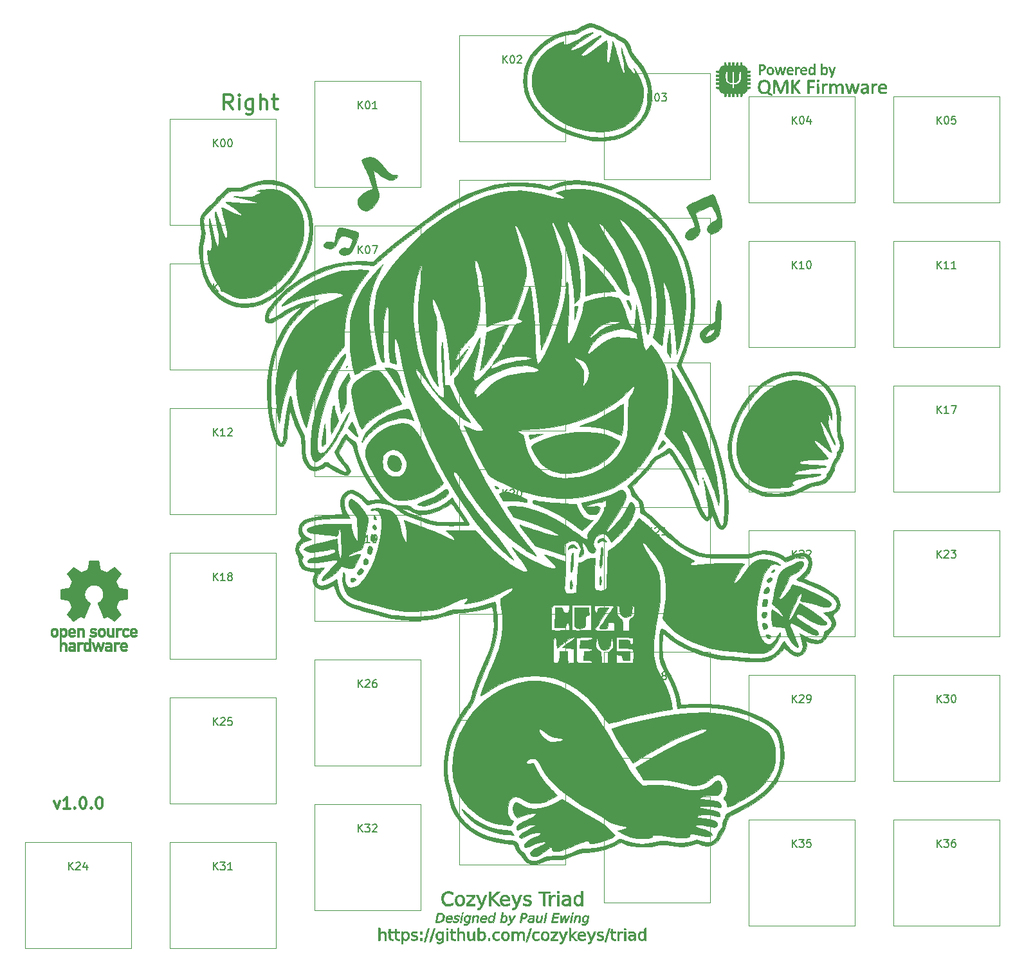
<source format=gto>
G04 #@! TF.GenerationSoftware,KiCad,Pcbnew,5.1.5+dfsg1-2build2*
G04 #@! TF.CreationDate,2020-05-17T17:46:53-07:00*
G04 #@! TF.ProjectId,triad_right,74726961-645f-4726-9967-68742e6b6963,rev?*
G04 #@! TF.SameCoordinates,Original*
G04 #@! TF.FileFunction,Legend,Top*
G04 #@! TF.FilePolarity,Positive*
%FSLAX46Y46*%
G04 Gerber Fmt 4.6, Leading zero omitted, Abs format (unit mm)*
G04 Created by KiCad (PCBNEW 5.1.5+dfsg1-2build2) date 2020-05-17 17:46:53*
%MOMM*%
%LPD*%
G04 APERTURE LIST*
%ADD10C,0.300000*%
%ADD11C,0.006500*%
%ADD12C,0.120000*%
%ADD13C,0.003000*%
%ADD14C,0.010000*%
%ADD15C,0.002500*%
%ADD16C,0.150000*%
G04 APERTURE END LIST*
D10*
X36185714Y-120678571D02*
X36542857Y-121678571D01*
X36900000Y-120678571D01*
X38257142Y-121678571D02*
X37400000Y-121678571D01*
X37828571Y-121678571D02*
X37828571Y-120178571D01*
X37685714Y-120392857D01*
X37542857Y-120535714D01*
X37400000Y-120607142D01*
X38900000Y-121535714D02*
X38971428Y-121607142D01*
X38900000Y-121678571D01*
X38828571Y-121607142D01*
X38900000Y-121535714D01*
X38900000Y-121678571D01*
X39900000Y-120178571D02*
X40042857Y-120178571D01*
X40185714Y-120250000D01*
X40257142Y-120321428D01*
X40328571Y-120464285D01*
X40400000Y-120750000D01*
X40400000Y-121107142D01*
X40328571Y-121392857D01*
X40257142Y-121535714D01*
X40185714Y-121607142D01*
X40042857Y-121678571D01*
X39900000Y-121678571D01*
X39757142Y-121607142D01*
X39685714Y-121535714D01*
X39614285Y-121392857D01*
X39542857Y-121107142D01*
X39542857Y-120750000D01*
X39614285Y-120464285D01*
X39685714Y-120321428D01*
X39757142Y-120250000D01*
X39900000Y-120178571D01*
X41042857Y-121535714D02*
X41114285Y-121607142D01*
X41042857Y-121678571D01*
X40971428Y-121607142D01*
X41042857Y-121535714D01*
X41042857Y-121678571D01*
X42042857Y-120178571D02*
X42185714Y-120178571D01*
X42328571Y-120250000D01*
X42400000Y-120321428D01*
X42471428Y-120464285D01*
X42542857Y-120750000D01*
X42542857Y-121107142D01*
X42471428Y-121392857D01*
X42400000Y-121535714D01*
X42328571Y-121607142D01*
X42185714Y-121678571D01*
X42042857Y-121678571D01*
X41900000Y-121607142D01*
X41828571Y-121535714D01*
X41757142Y-121392857D01*
X41685714Y-121107142D01*
X41685714Y-120750000D01*
X41757142Y-120464285D01*
X41828571Y-120321428D01*
X41900000Y-120250000D01*
X42042857Y-120178571D01*
X59674404Y-29606761D02*
X59007738Y-28654380D01*
X58531547Y-29606761D02*
X58531547Y-27606761D01*
X59293452Y-27606761D01*
X59483928Y-27702000D01*
X59579166Y-27797238D01*
X59674404Y-27987714D01*
X59674404Y-28273428D01*
X59579166Y-28463904D01*
X59483928Y-28559142D01*
X59293452Y-28654380D01*
X58531547Y-28654380D01*
X60531547Y-29606761D02*
X60531547Y-28273428D01*
X60531547Y-27606761D02*
X60436309Y-27702000D01*
X60531547Y-27797238D01*
X60626785Y-27702000D01*
X60531547Y-27606761D01*
X60531547Y-27797238D01*
X62341071Y-28273428D02*
X62341071Y-29892476D01*
X62245833Y-30082952D01*
X62150595Y-30178190D01*
X61960119Y-30273428D01*
X61674404Y-30273428D01*
X61483928Y-30178190D01*
X62341071Y-29511523D02*
X62150595Y-29606761D01*
X61769642Y-29606761D01*
X61579166Y-29511523D01*
X61483928Y-29416285D01*
X61388690Y-29225809D01*
X61388690Y-28654380D01*
X61483928Y-28463904D01*
X61579166Y-28368666D01*
X61769642Y-28273428D01*
X62150595Y-28273428D01*
X62341071Y-28368666D01*
X63293452Y-29606761D02*
X63293452Y-27606761D01*
X64150595Y-29606761D02*
X64150595Y-28559142D01*
X64055357Y-28368666D01*
X63864880Y-28273428D01*
X63579166Y-28273428D01*
X63388690Y-28368666D01*
X63293452Y-28463904D01*
X64817261Y-28273428D02*
X65579166Y-28273428D01*
X65102976Y-27606761D02*
X65102976Y-29321047D01*
X65198214Y-29511523D01*
X65388690Y-29606761D01*
X65579166Y-29606761D01*
D11*
G36*
X111081114Y-68514735D02*
G01*
X111091839Y-68820389D01*
X111093315Y-69266064D01*
X111086513Y-69799604D01*
X111072408Y-70368851D01*
X111051972Y-70921647D01*
X111026179Y-71405835D01*
X110997597Y-71754780D01*
X110937074Y-72142873D01*
X110859754Y-72413856D01*
X110796852Y-72499853D01*
X110630066Y-72459297D01*
X110320223Y-72332780D01*
X110001926Y-72181069D01*
X108999298Y-71777516D01*
X107844572Y-71508317D01*
X106517058Y-71366884D01*
X105294671Y-71297498D01*
X106103197Y-71024761D01*
X107324464Y-70545839D01*
X108582234Y-69933015D01*
X109760760Y-69243817D01*
X109990072Y-69092934D01*
X110424120Y-68803433D01*
X110776355Y-68573474D01*
X111001914Y-68432056D01*
X111060165Y-68401259D01*
X111081114Y-68514735D01*
G37*
X111081114Y-68514735D02*
X111091839Y-68820389D01*
X111093315Y-69266064D01*
X111086513Y-69799604D01*
X111072408Y-70368851D01*
X111051972Y-70921647D01*
X111026179Y-71405835D01*
X110997597Y-71754780D01*
X110937074Y-72142873D01*
X110859754Y-72413856D01*
X110796852Y-72499853D01*
X110630066Y-72459297D01*
X110320223Y-72332780D01*
X110001926Y-72181069D01*
X108999298Y-71777516D01*
X107844572Y-71508317D01*
X106517058Y-71366884D01*
X105294671Y-71297498D01*
X106103197Y-71024761D01*
X107324464Y-70545839D01*
X108582234Y-69933015D01*
X109760760Y-69243817D01*
X109990072Y-69092934D01*
X110424120Y-68803433D01*
X110776355Y-68573474D01*
X111001914Y-68432056D01*
X111060165Y-68401259D01*
X111081114Y-68514735D01*
G36*
X99671417Y-72679346D02*
G01*
X99262003Y-72855270D01*
X98952553Y-72985664D01*
X98799715Y-73046721D01*
X98793010Y-73048519D01*
X98740929Y-72949007D01*
X98686593Y-72794710D01*
X98639030Y-72578507D01*
X98647778Y-72504891D01*
X98780891Y-72477837D01*
X99094669Y-72439221D01*
X99525938Y-72396643D01*
X99606741Y-72389527D01*
X100523963Y-72310174D01*
X99671417Y-72679346D01*
G37*
X99671417Y-72679346D02*
X99262003Y-72855270D01*
X98952553Y-72985664D01*
X98799715Y-73046721D01*
X98793010Y-73048519D01*
X98740929Y-72949007D01*
X98686593Y-72794710D01*
X98639030Y-72578507D01*
X98647778Y-72504891D01*
X98780891Y-72477837D01*
X99094669Y-72439221D01*
X99525938Y-72396643D01*
X99606741Y-72389527D01*
X100523963Y-72310174D01*
X99671417Y-72679346D01*
G36*
X107410862Y-72170002D02*
G01*
X108519919Y-72370076D01*
X109487911Y-72680608D01*
X110278576Y-73098616D01*
X110423262Y-73203272D01*
X110543478Y-73310763D01*
X110577158Y-73427845D01*
X110512060Y-73613531D01*
X110335941Y-73926836D01*
X110239817Y-74087536D01*
X109596704Y-74943662D01*
X108760905Y-75721660D01*
X107780244Y-76387921D01*
X106702541Y-76908837D01*
X105819452Y-77194118D01*
X104807567Y-77395118D01*
X103812304Y-77492809D01*
X102913526Y-77481298D01*
X102543313Y-77435843D01*
X101570715Y-77158791D01*
X100728824Y-76676214D01*
X100252480Y-76255173D01*
X99953766Y-75893211D01*
X99643783Y-75429557D01*
X99358917Y-74930323D01*
X99135557Y-74461622D01*
X99010089Y-74089568D01*
X98995260Y-73970873D01*
X99107960Y-73802750D01*
X99422305Y-73590811D01*
X99902658Y-73350601D01*
X100513385Y-73097666D01*
X101218848Y-72847551D01*
X101983413Y-72615803D01*
X102289112Y-72533963D01*
X103599861Y-72262368D01*
X104914575Y-72113164D01*
X106196994Y-72083370D01*
X107410862Y-72170002D01*
G37*
X107410862Y-72170002D02*
X108519919Y-72370076D01*
X109487911Y-72680608D01*
X110278576Y-73098616D01*
X110423262Y-73203272D01*
X110543478Y-73310763D01*
X110577158Y-73427845D01*
X110512060Y-73613531D01*
X110335941Y-73926836D01*
X110239817Y-74087536D01*
X109596704Y-74943662D01*
X108760905Y-75721660D01*
X107780244Y-76387921D01*
X106702541Y-76908837D01*
X105819452Y-77194118D01*
X104807567Y-77395118D01*
X103812304Y-77492809D01*
X102913526Y-77481298D01*
X102543313Y-77435843D01*
X101570715Y-77158791D01*
X100728824Y-76676214D01*
X100252480Y-76255173D01*
X99953766Y-75893211D01*
X99643783Y-75429557D01*
X99358917Y-74930323D01*
X99135557Y-74461622D01*
X99010089Y-74089568D01*
X98995260Y-73970873D01*
X99107960Y-73802750D01*
X99422305Y-73590811D01*
X99902658Y-73350601D01*
X100513385Y-73097666D01*
X101218848Y-72847551D01*
X101983413Y-72615803D01*
X102289112Y-72533963D01*
X103599861Y-72262368D01*
X104914575Y-72113164D01*
X106196994Y-72083370D01*
X107410862Y-72170002D01*
G36*
X81182784Y-75233619D02*
G01*
X81527852Y-75511214D01*
X81768370Y-75899450D01*
X81877295Y-76337435D01*
X81827586Y-76764278D01*
X81629185Y-77084297D01*
X81268662Y-77298807D01*
X80869874Y-77280977D01*
X80462259Y-77033506D01*
X80396815Y-76971407D01*
X80133155Y-76585949D01*
X80023579Y-76156506D01*
X80056843Y-75740132D01*
X80221704Y-75393877D01*
X80506918Y-75174791D01*
X80760207Y-75127556D01*
X81182784Y-75233619D01*
G37*
X81182784Y-75233619D02*
X81527852Y-75511214D01*
X81768370Y-75899450D01*
X81877295Y-76337435D01*
X81827586Y-76764278D01*
X81629185Y-77084297D01*
X81268662Y-77298807D01*
X80869874Y-77280977D01*
X80462259Y-77033506D01*
X80396815Y-76971407D01*
X80133155Y-76585949D01*
X80023579Y-76156506D01*
X80056843Y-75740132D01*
X80221704Y-75393877D01*
X80506918Y-75174791D01*
X80760207Y-75127556D01*
X81182784Y-75233619D01*
G36*
X106554997Y-95713281D02*
G01*
X106557299Y-96032884D01*
X106473683Y-96190585D01*
X106340978Y-96247303D01*
X106197037Y-96317017D01*
X106120604Y-96471253D01*
X106091539Y-96772322D01*
X106088445Y-97028554D01*
X106072758Y-97457045D01*
X106013404Y-97707869D01*
X105891945Y-97846646D01*
X105851892Y-97870364D01*
X105431439Y-97988169D01*
X105008848Y-97937650D01*
X104822933Y-97842242D01*
X104725180Y-97736868D01*
X104666045Y-97562180D01*
X104639219Y-97268925D01*
X104638391Y-96807850D01*
X104646688Y-96466408D01*
X104682037Y-95245297D01*
X106516482Y-95245297D01*
X106554997Y-95713281D01*
G37*
X106554997Y-95713281D02*
X106557299Y-96032884D01*
X106473683Y-96190585D01*
X106340978Y-96247303D01*
X106197037Y-96317017D01*
X106120604Y-96471253D01*
X106091539Y-96772322D01*
X106088445Y-97028554D01*
X106072758Y-97457045D01*
X106013404Y-97707869D01*
X105891945Y-97846646D01*
X105851892Y-97870364D01*
X105431439Y-97988169D01*
X105008848Y-97937650D01*
X104822933Y-97842242D01*
X104725180Y-97736868D01*
X104666045Y-97562180D01*
X104639219Y-97268925D01*
X104638391Y-96807850D01*
X104646688Y-96466408D01*
X104682037Y-95245297D01*
X106516482Y-95245297D01*
X106554997Y-95713281D01*
G36*
X107066815Y-19518628D02*
G01*
X106972264Y-19616568D01*
X106734034Y-19785405D01*
X106608204Y-19864675D01*
X106230501Y-20107515D01*
X105787753Y-20411243D01*
X105323798Y-20743252D01*
X104882469Y-21070939D01*
X104507601Y-21361697D01*
X104243029Y-21582920D01*
X104132587Y-21702002D01*
X104131704Y-21706766D01*
X104226893Y-21819778D01*
X104496146Y-21799703D01*
X104914991Y-21656315D01*
X105458958Y-21399390D01*
X106103574Y-21038701D01*
X106640063Y-20704872D01*
X107144256Y-20383377D01*
X107576422Y-20117053D01*
X107894486Y-19931166D01*
X108056371Y-19850982D01*
X108064277Y-19849630D01*
X108155302Y-19881109D01*
X108123772Y-19986783D01*
X107953992Y-20183512D01*
X107630270Y-20488153D01*
X107136914Y-20917565D01*
X106822222Y-21183905D01*
X106342607Y-21594769D01*
X105938470Y-21955114D01*
X105643317Y-22233962D01*
X105490650Y-22400330D01*
X105476963Y-22427831D01*
X105580777Y-22515210D01*
X105754919Y-22540148D01*
X106056074Y-22456479D01*
X106508506Y-22214934D01*
X107089661Y-21829708D01*
X107776984Y-21314993D01*
X108059520Y-21089853D01*
X108422639Y-20810029D01*
X108711306Y-20613653D01*
X108876643Y-20533113D01*
X108894835Y-20536330D01*
X108917680Y-20678113D01*
X108929822Y-21013936D01*
X108930464Y-21493447D01*
X108918960Y-22061267D01*
X108909022Y-22727460D01*
X108923488Y-23203248D01*
X108961272Y-23468515D01*
X108997597Y-23518519D01*
X109138298Y-23419744D01*
X109201925Y-23304500D01*
X109297552Y-22982500D01*
X109406482Y-22509836D01*
X109511137Y-21977628D01*
X109593938Y-21476996D01*
X109637308Y-21099058D01*
X109639934Y-21034023D01*
X109644830Y-20644556D01*
X109807818Y-20950297D01*
X109905339Y-21194156D01*
X110039752Y-21610787D01*
X110190975Y-22135095D01*
X110298331Y-22540148D01*
X110466070Y-23147415D01*
X110651145Y-23737505D01*
X110825932Y-24225529D01*
X110915180Y-24435741D01*
X111204503Y-25047222D01*
X111214696Y-24531799D01*
X111195410Y-24188194D01*
X111135239Y-23686234D01*
X111044798Y-23106674D01*
X110982583Y-22766409D01*
X110870475Y-22149738D01*
X110809275Y-21728097D01*
X110798108Y-21510651D01*
X110836096Y-21506567D01*
X110922367Y-21725010D01*
X111043387Y-22129540D01*
X111227645Y-22777724D01*
X111371883Y-23243885D01*
X111497300Y-23582809D01*
X111625092Y-23849281D01*
X111776453Y-24098087D01*
X111843729Y-24198182D01*
X112158061Y-24618286D01*
X112410073Y-24879677D01*
X112580256Y-24973075D01*
X112649101Y-24889198D01*
X112597097Y-24618766D01*
X112571546Y-24544424D01*
X112443803Y-24191148D01*
X112690496Y-24496889D01*
X113055773Y-25065592D01*
X113379110Y-25784195D01*
X113620545Y-26558015D01*
X113682660Y-26847701D01*
X113744469Y-27833632D01*
X113582084Y-28811597D01*
X113214188Y-29744669D01*
X112659459Y-30595924D01*
X111936578Y-31328437D01*
X111145978Y-31862000D01*
X110237107Y-32235811D01*
X109180885Y-32468969D01*
X108034171Y-32555441D01*
X106853824Y-32489198D01*
X106210741Y-32385452D01*
X104795936Y-32015619D01*
X103499739Y-31507787D01*
X102337556Y-30877391D01*
X101324792Y-30139866D01*
X100476853Y-29310648D01*
X99809145Y-28405171D01*
X99337075Y-27438871D01*
X99076047Y-26427184D01*
X99041467Y-25385545D01*
X99057781Y-25218831D01*
X99287317Y-24264098D01*
X99735244Y-23343974D01*
X100375380Y-22489503D01*
X101181552Y-21731728D01*
X102127581Y-21101692D01*
X102804647Y-20775559D01*
X103088279Y-20665393D01*
X103202736Y-20660951D01*
X103203083Y-20770277D01*
X103187846Y-20831528D01*
X103190670Y-21015676D01*
X103371575Y-21071820D01*
X103414236Y-21072496D01*
X103711298Y-21011207D01*
X104151180Y-20846974D01*
X104670911Y-20609043D01*
X105207516Y-20326662D01*
X105698023Y-20029075D01*
X105780101Y-19973717D01*
X106122081Y-19770625D01*
X106483326Y-19604769D01*
X106801452Y-19498211D01*
X107014072Y-19473017D01*
X107066815Y-19518628D01*
G37*
X107066815Y-19518628D02*
X106972264Y-19616568D01*
X106734034Y-19785405D01*
X106608204Y-19864675D01*
X106230501Y-20107515D01*
X105787753Y-20411243D01*
X105323798Y-20743252D01*
X104882469Y-21070939D01*
X104507601Y-21361697D01*
X104243029Y-21582920D01*
X104132587Y-21702002D01*
X104131704Y-21706766D01*
X104226893Y-21819778D01*
X104496146Y-21799703D01*
X104914991Y-21656315D01*
X105458958Y-21399390D01*
X106103574Y-21038701D01*
X106640063Y-20704872D01*
X107144256Y-20383377D01*
X107576422Y-20117053D01*
X107894486Y-19931166D01*
X108056371Y-19850982D01*
X108064277Y-19849630D01*
X108155302Y-19881109D01*
X108123772Y-19986783D01*
X107953992Y-20183512D01*
X107630270Y-20488153D01*
X107136914Y-20917565D01*
X106822222Y-21183905D01*
X106342607Y-21594769D01*
X105938470Y-21955114D01*
X105643317Y-22233962D01*
X105490650Y-22400330D01*
X105476963Y-22427831D01*
X105580777Y-22515210D01*
X105754919Y-22540148D01*
X106056074Y-22456479D01*
X106508506Y-22214934D01*
X107089661Y-21829708D01*
X107776984Y-21314993D01*
X108059520Y-21089853D01*
X108422639Y-20810029D01*
X108711306Y-20613653D01*
X108876643Y-20533113D01*
X108894835Y-20536330D01*
X108917680Y-20678113D01*
X108929822Y-21013936D01*
X108930464Y-21493447D01*
X108918960Y-22061267D01*
X108909022Y-22727460D01*
X108923488Y-23203248D01*
X108961272Y-23468515D01*
X108997597Y-23518519D01*
X109138298Y-23419744D01*
X109201925Y-23304500D01*
X109297552Y-22982500D01*
X109406482Y-22509836D01*
X109511137Y-21977628D01*
X109593938Y-21476996D01*
X109637308Y-21099058D01*
X109639934Y-21034023D01*
X109644830Y-20644556D01*
X109807818Y-20950297D01*
X109905339Y-21194156D01*
X110039752Y-21610787D01*
X110190975Y-22135095D01*
X110298331Y-22540148D01*
X110466070Y-23147415D01*
X110651145Y-23737505D01*
X110825932Y-24225529D01*
X110915180Y-24435741D01*
X111204503Y-25047222D01*
X111214696Y-24531799D01*
X111195410Y-24188194D01*
X111135239Y-23686234D01*
X111044798Y-23106674D01*
X110982583Y-22766409D01*
X110870475Y-22149738D01*
X110809275Y-21728097D01*
X110798108Y-21510651D01*
X110836096Y-21506567D01*
X110922367Y-21725010D01*
X111043387Y-22129540D01*
X111227645Y-22777724D01*
X111371883Y-23243885D01*
X111497300Y-23582809D01*
X111625092Y-23849281D01*
X111776453Y-24098087D01*
X111843729Y-24198182D01*
X112158061Y-24618286D01*
X112410073Y-24879677D01*
X112580256Y-24973075D01*
X112649101Y-24889198D01*
X112597097Y-24618766D01*
X112571546Y-24544424D01*
X112443803Y-24191148D01*
X112690496Y-24496889D01*
X113055773Y-25065592D01*
X113379110Y-25784195D01*
X113620545Y-26558015D01*
X113682660Y-26847701D01*
X113744469Y-27833632D01*
X113582084Y-28811597D01*
X113214188Y-29744669D01*
X112659459Y-30595924D01*
X111936578Y-31328437D01*
X111145978Y-31862000D01*
X110237107Y-32235811D01*
X109180885Y-32468969D01*
X108034171Y-32555441D01*
X106853824Y-32489198D01*
X106210741Y-32385452D01*
X104795936Y-32015619D01*
X103499739Y-31507787D01*
X102337556Y-30877391D01*
X101324792Y-30139866D01*
X100476853Y-29310648D01*
X99809145Y-28405171D01*
X99337075Y-27438871D01*
X99076047Y-26427184D01*
X99041467Y-25385545D01*
X99057781Y-25218831D01*
X99287317Y-24264098D01*
X99735244Y-23343974D01*
X100375380Y-22489503D01*
X101181552Y-21731728D01*
X102127581Y-21101692D01*
X102804647Y-20775559D01*
X103088279Y-20665393D01*
X103202736Y-20660951D01*
X103203083Y-20770277D01*
X103187846Y-20831528D01*
X103190670Y-21015676D01*
X103371575Y-21071820D01*
X103414236Y-21072496D01*
X103711298Y-21011207D01*
X104151180Y-20846974D01*
X104670911Y-20609043D01*
X105207516Y-20326662D01*
X105698023Y-20029075D01*
X105780101Y-19973717D01*
X106122081Y-19770625D01*
X106483326Y-19604769D01*
X106801452Y-19498211D01*
X107014072Y-19473017D01*
X107066815Y-19518628D01*
G36*
X64963429Y-40118255D02*
G01*
X65394515Y-40168277D01*
X65775240Y-40276222D01*
X66124225Y-40423263D01*
X67018209Y-40965586D01*
X67784785Y-41695513D01*
X68393430Y-42576063D01*
X68813616Y-43570257D01*
X68862073Y-43740234D01*
X68973419Y-44378663D01*
X69022101Y-45156344D01*
X69008588Y-45976226D01*
X68933353Y-46741258D01*
X68845359Y-47187732D01*
X68455654Y-48345092D01*
X67896962Y-49495161D01*
X67198811Y-50603143D01*
X66390729Y-51634242D01*
X65502244Y-52553661D01*
X64562886Y-53326604D01*
X63602182Y-53918273D01*
X62872180Y-54226547D01*
X62004309Y-54441906D01*
X61163608Y-54516130D01*
X60504910Y-54456397D01*
X59717627Y-54218824D01*
X58940794Y-53851726D01*
X58456943Y-53536185D01*
X57901263Y-52984715D01*
X57397508Y-52238447D01*
X56967498Y-51345316D01*
X56633055Y-50353257D01*
X56415996Y-49310207D01*
X56373468Y-48959149D01*
X56332743Y-48499446D01*
X56327158Y-48242631D01*
X56361992Y-48148829D01*
X56442521Y-48178166D01*
X56473587Y-48202693D01*
X56639113Y-48288229D01*
X56764482Y-48169605D01*
X56794509Y-48116011D01*
X56902900Y-47718167D01*
X56907389Y-47118249D01*
X56807782Y-46308229D01*
X56741910Y-45940073D01*
X56657592Y-45430154D01*
X56596976Y-44928562D01*
X56563010Y-44485253D01*
X56558644Y-44150183D01*
X56586827Y-43973309D01*
X56625504Y-43968294D01*
X56678512Y-44108446D01*
X56769415Y-44434985D01*
X56884264Y-44895261D01*
X56979261Y-45303362D01*
X57186381Y-46197692D01*
X57354127Y-46864507D01*
X57488754Y-47316587D01*
X57596519Y-47566714D01*
X57683679Y-47627670D01*
X57756492Y-47512237D01*
X57821212Y-47233197D01*
X57846711Y-47075473D01*
X57861562Y-46664740D01*
X57803167Y-46086616D01*
X57668352Y-45313648D01*
X57609612Y-45025715D01*
X57459040Y-44291400D01*
X57360540Y-43763706D01*
X57310642Y-43411048D01*
X57305880Y-43201845D01*
X57342784Y-43104513D01*
X57396606Y-43085926D01*
X57471527Y-43195492D01*
X57599990Y-43494385D01*
X57764446Y-43937900D01*
X57947345Y-44481330D01*
X57960689Y-44522908D01*
X58156018Y-45115677D01*
X58344100Y-45655169D01*
X58503022Y-46080375D01*
X58607643Y-46324087D01*
X58738184Y-46560931D01*
X58812549Y-46596033D01*
X58884405Y-46446193D01*
X58896206Y-46414425D01*
X58937221Y-46125579D01*
X58898969Y-45676439D01*
X58778174Y-45047915D01*
X58571558Y-44220922D01*
X58434498Y-43725108D01*
X58303261Y-43232634D01*
X58212375Y-42833445D01*
X58173397Y-42581937D01*
X58179483Y-42524789D01*
X58309087Y-42548833D01*
X58605714Y-42666526D01*
X59020215Y-42857078D01*
X59342725Y-43016848D01*
X59978644Y-43326063D01*
X60426413Y-43508224D01*
X60703646Y-43568509D01*
X60827958Y-43512098D01*
X60838815Y-43456777D01*
X60744763Y-43327072D01*
X60496933Y-43104074D01*
X60146810Y-42827498D01*
X59745883Y-42537059D01*
X59345637Y-42272475D01*
X59157241Y-42159647D01*
X58852710Y-41951732D01*
X58780795Y-41816016D01*
X58938551Y-41761412D01*
X59279537Y-41789777D01*
X59730174Y-41846097D01*
X60274782Y-41892800D01*
X60866206Y-41928574D01*
X61457289Y-41952111D01*
X62000873Y-41962101D01*
X62449804Y-41957233D01*
X62756924Y-41936197D01*
X62875078Y-41897683D01*
X62873174Y-41889613D01*
X62716862Y-41803672D01*
X62349365Y-41683130D01*
X61800389Y-41535773D01*
X61099639Y-41369390D01*
X60276823Y-41191769D01*
X59982741Y-41131849D01*
X59808743Y-41087161D01*
X59847070Y-41064027D01*
X60107298Y-41061940D01*
X60598999Y-41080392D01*
X60783323Y-41089364D01*
X61401546Y-41115145D01*
X61842546Y-41114450D01*
X62172910Y-41080403D01*
X62459220Y-41006131D01*
X62768063Y-40884759D01*
X62768987Y-40884362D01*
X63149265Y-40690159D01*
X63314327Y-40534073D01*
X63258206Y-40428807D01*
X63002356Y-40387656D01*
X62828383Y-40374195D01*
X62864644Y-40327351D01*
X63040148Y-40247969D01*
X63303035Y-40185656D01*
X63730051Y-40137198D01*
X64240794Y-40110919D01*
X64385408Y-40108686D01*
X64963429Y-40118255D01*
G37*
X64963429Y-40118255D02*
X65394515Y-40168277D01*
X65775240Y-40276222D01*
X66124225Y-40423263D01*
X67018209Y-40965586D01*
X67784785Y-41695513D01*
X68393430Y-42576063D01*
X68813616Y-43570257D01*
X68862073Y-43740234D01*
X68973419Y-44378663D01*
X69022101Y-45156344D01*
X69008588Y-45976226D01*
X68933353Y-46741258D01*
X68845359Y-47187732D01*
X68455654Y-48345092D01*
X67896962Y-49495161D01*
X67198811Y-50603143D01*
X66390729Y-51634242D01*
X65502244Y-52553661D01*
X64562886Y-53326604D01*
X63602182Y-53918273D01*
X62872180Y-54226547D01*
X62004309Y-54441906D01*
X61163608Y-54516130D01*
X60504910Y-54456397D01*
X59717627Y-54218824D01*
X58940794Y-53851726D01*
X58456943Y-53536185D01*
X57901263Y-52984715D01*
X57397508Y-52238447D01*
X56967498Y-51345316D01*
X56633055Y-50353257D01*
X56415996Y-49310207D01*
X56373468Y-48959149D01*
X56332743Y-48499446D01*
X56327158Y-48242631D01*
X56361992Y-48148829D01*
X56442521Y-48178166D01*
X56473587Y-48202693D01*
X56639113Y-48288229D01*
X56764482Y-48169605D01*
X56794509Y-48116011D01*
X56902900Y-47718167D01*
X56907389Y-47118249D01*
X56807782Y-46308229D01*
X56741910Y-45940073D01*
X56657592Y-45430154D01*
X56596976Y-44928562D01*
X56563010Y-44485253D01*
X56558644Y-44150183D01*
X56586827Y-43973309D01*
X56625504Y-43968294D01*
X56678512Y-44108446D01*
X56769415Y-44434985D01*
X56884264Y-44895261D01*
X56979261Y-45303362D01*
X57186381Y-46197692D01*
X57354127Y-46864507D01*
X57488754Y-47316587D01*
X57596519Y-47566714D01*
X57683679Y-47627670D01*
X57756492Y-47512237D01*
X57821212Y-47233197D01*
X57846711Y-47075473D01*
X57861562Y-46664740D01*
X57803167Y-46086616D01*
X57668352Y-45313648D01*
X57609612Y-45025715D01*
X57459040Y-44291400D01*
X57360540Y-43763706D01*
X57310642Y-43411048D01*
X57305880Y-43201845D01*
X57342784Y-43104513D01*
X57396606Y-43085926D01*
X57471527Y-43195492D01*
X57599990Y-43494385D01*
X57764446Y-43937900D01*
X57947345Y-44481330D01*
X57960689Y-44522908D01*
X58156018Y-45115677D01*
X58344100Y-45655169D01*
X58503022Y-46080375D01*
X58607643Y-46324087D01*
X58738184Y-46560931D01*
X58812549Y-46596033D01*
X58884405Y-46446193D01*
X58896206Y-46414425D01*
X58937221Y-46125579D01*
X58898969Y-45676439D01*
X58778174Y-45047915D01*
X58571558Y-44220922D01*
X58434498Y-43725108D01*
X58303261Y-43232634D01*
X58212375Y-42833445D01*
X58173397Y-42581937D01*
X58179483Y-42524789D01*
X58309087Y-42548833D01*
X58605714Y-42666526D01*
X59020215Y-42857078D01*
X59342725Y-43016848D01*
X59978644Y-43326063D01*
X60426413Y-43508224D01*
X60703646Y-43568509D01*
X60827958Y-43512098D01*
X60838815Y-43456777D01*
X60744763Y-43327072D01*
X60496933Y-43104074D01*
X60146810Y-42827498D01*
X59745883Y-42537059D01*
X59345637Y-42272475D01*
X59157241Y-42159647D01*
X58852710Y-41951732D01*
X58780795Y-41816016D01*
X58938551Y-41761412D01*
X59279537Y-41789777D01*
X59730174Y-41846097D01*
X60274782Y-41892800D01*
X60866206Y-41928574D01*
X61457289Y-41952111D01*
X62000873Y-41962101D01*
X62449804Y-41957233D01*
X62756924Y-41936197D01*
X62875078Y-41897683D01*
X62873174Y-41889613D01*
X62716862Y-41803672D01*
X62349365Y-41683130D01*
X61800389Y-41535773D01*
X61099639Y-41369390D01*
X60276823Y-41191769D01*
X59982741Y-41131849D01*
X59808743Y-41087161D01*
X59847070Y-41064027D01*
X60107298Y-41061940D01*
X60598999Y-41080392D01*
X60783323Y-41089364D01*
X61401546Y-41115145D01*
X61842546Y-41114450D01*
X62172910Y-41080403D01*
X62459220Y-41006131D01*
X62768063Y-40884759D01*
X62768987Y-40884362D01*
X63149265Y-40690159D01*
X63314327Y-40534073D01*
X63258206Y-40428807D01*
X63002356Y-40387656D01*
X62828383Y-40374195D01*
X62864644Y-40327351D01*
X63040148Y-40247969D01*
X63303035Y-40185656D01*
X63730051Y-40137198D01*
X64240794Y-40110919D01*
X64385408Y-40108686D01*
X64963429Y-40118255D01*
G36*
X134467860Y-65345062D02*
G01*
X135526819Y-65652532D01*
X136451948Y-66156910D01*
X137227152Y-66840711D01*
X137836334Y-67686451D01*
X138263399Y-68676646D01*
X138482299Y-69705835D01*
X138524599Y-70103357D01*
X138543715Y-70382757D01*
X138536600Y-70480297D01*
X138469458Y-70379986D01*
X138355008Y-70133489D01*
X138333808Y-70082834D01*
X138169952Y-69685371D01*
X138082239Y-70260496D01*
X138040669Y-70780970D01*
X138091193Y-71296376D01*
X138247239Y-71873110D01*
X138522236Y-72577569D01*
X138575925Y-72701442D01*
X138815051Y-73268469D01*
X138943992Y-73620730D01*
X138966558Y-73759865D01*
X138886558Y-73687514D01*
X138707801Y-73405314D01*
X138434096Y-72914906D01*
X138245672Y-72559334D01*
X137884668Y-71892865D01*
X137569972Y-71359811D01*
X137315185Y-70979669D01*
X137133907Y-70771937D01*
X137039741Y-70756113D01*
X137029408Y-70815735D01*
X137080511Y-71084702D01*
X137226413Y-71543489D01*
X137456003Y-72161441D01*
X137758171Y-72907905D01*
X137958116Y-73377971D01*
X138175828Y-73893716D01*
X138351384Y-74332530D01*
X138464661Y-74642605D01*
X138496963Y-74765138D01*
X138415659Y-74760051D01*
X138201151Y-74616594D01*
X137897542Y-74364881D01*
X137854908Y-74326751D01*
X137365578Y-73906995D01*
X136919281Y-73563512D01*
X136552472Y-73321101D01*
X136301610Y-73204564D01*
X136214724Y-73210956D01*
X136244269Y-73340455D01*
X136403558Y-73603306D01*
X136656995Y-73952616D01*
X136968980Y-74341495D01*
X137303916Y-74723051D01*
X137571864Y-74998676D01*
X137850124Y-75283720D01*
X137985327Y-75484791D01*
X137957875Y-75616397D01*
X137748167Y-75693046D01*
X137336605Y-75729247D01*
X136703587Y-75739510D01*
X136570797Y-75739719D01*
X135674997Y-75761107D01*
X134983282Y-75823069D01*
X134506355Y-75923722D01*
X134254917Y-76061179D01*
X134216593Y-76154378D01*
X134332077Y-76231542D01*
X134651284Y-76304862D01*
X135133345Y-76369960D01*
X135737390Y-76422455D01*
X136422550Y-76457967D01*
X137147955Y-76472116D01*
X137182278Y-76472182D01*
X137520954Y-76494595D01*
X137730310Y-76550902D01*
X137763185Y-76589570D01*
X137720373Y-76658907D01*
X137571716Y-76719885D01*
X137286883Y-76777875D01*
X136835544Y-76838248D01*
X136187369Y-76906376D01*
X135729784Y-76949670D01*
X134871298Y-77060729D01*
X134242464Y-77215196D01*
X133987062Y-77321205D01*
X133688031Y-77488982D01*
X133507263Y-77619772D01*
X133482815Y-77656071D01*
X133598114Y-77678121D01*
X133916551Y-77688681D01*
X134396938Y-77687640D01*
X134998083Y-77674889D01*
X135408982Y-77661219D01*
X136130655Y-77636454D01*
X136634728Y-77626291D01*
X136947840Y-77632181D01*
X137096629Y-77655579D01*
X137107733Y-77697936D01*
X137029408Y-77749623D01*
X136777811Y-77832952D01*
X136353146Y-77924629D01*
X135825912Y-78010653D01*
X135510100Y-78051375D01*
X134831333Y-78154151D01*
X134223224Y-78290870D01*
X133727547Y-78447959D01*
X133386072Y-78611844D01*
X133240575Y-78768952D01*
X133238222Y-78789568D01*
X133327192Y-78913836D01*
X133360519Y-78918741D01*
X133479365Y-79001130D01*
X133482815Y-79026519D01*
X133368758Y-79152317D01*
X133059022Y-79262412D01*
X132602260Y-79352375D01*
X132047129Y-79417771D01*
X131442281Y-79454167D01*
X130836369Y-79457131D01*
X130278050Y-79422231D01*
X129863065Y-79356298D01*
X128837320Y-79024339D01*
X127969772Y-78524239D01*
X127326450Y-77948671D01*
X126658413Y-77063422D01*
X126206890Y-76074552D01*
X125972349Y-74993111D01*
X125955259Y-73830151D01*
X126156088Y-72596724D01*
X126575304Y-71303879D01*
X127004738Y-70358000D01*
X127731395Y-69108324D01*
X128559964Y-68011405D01*
X129471037Y-67080280D01*
X130445202Y-66327986D01*
X131463052Y-65767560D01*
X132505177Y-65412039D01*
X133552167Y-65274461D01*
X134467860Y-65345062D01*
G37*
X134467860Y-65345062D02*
X135526819Y-65652532D01*
X136451948Y-66156910D01*
X137227152Y-66840711D01*
X137836334Y-67686451D01*
X138263399Y-68676646D01*
X138482299Y-69705835D01*
X138524599Y-70103357D01*
X138543715Y-70382757D01*
X138536600Y-70480297D01*
X138469458Y-70379986D01*
X138355008Y-70133489D01*
X138333808Y-70082834D01*
X138169952Y-69685371D01*
X138082239Y-70260496D01*
X138040669Y-70780970D01*
X138091193Y-71296376D01*
X138247239Y-71873110D01*
X138522236Y-72577569D01*
X138575925Y-72701442D01*
X138815051Y-73268469D01*
X138943992Y-73620730D01*
X138966558Y-73759865D01*
X138886558Y-73687514D01*
X138707801Y-73405314D01*
X138434096Y-72914906D01*
X138245672Y-72559334D01*
X137884668Y-71892865D01*
X137569972Y-71359811D01*
X137315185Y-70979669D01*
X137133907Y-70771937D01*
X137039741Y-70756113D01*
X137029408Y-70815735D01*
X137080511Y-71084702D01*
X137226413Y-71543489D01*
X137456003Y-72161441D01*
X137758171Y-72907905D01*
X137958116Y-73377971D01*
X138175828Y-73893716D01*
X138351384Y-74332530D01*
X138464661Y-74642605D01*
X138496963Y-74765138D01*
X138415659Y-74760051D01*
X138201151Y-74616594D01*
X137897542Y-74364881D01*
X137854908Y-74326751D01*
X137365578Y-73906995D01*
X136919281Y-73563512D01*
X136552472Y-73321101D01*
X136301610Y-73204564D01*
X136214724Y-73210956D01*
X136244269Y-73340455D01*
X136403558Y-73603306D01*
X136656995Y-73952616D01*
X136968980Y-74341495D01*
X137303916Y-74723051D01*
X137571864Y-74998676D01*
X137850124Y-75283720D01*
X137985327Y-75484791D01*
X137957875Y-75616397D01*
X137748167Y-75693046D01*
X137336605Y-75729247D01*
X136703587Y-75739510D01*
X136570797Y-75739719D01*
X135674997Y-75761107D01*
X134983282Y-75823069D01*
X134506355Y-75923722D01*
X134254917Y-76061179D01*
X134216593Y-76154378D01*
X134332077Y-76231542D01*
X134651284Y-76304862D01*
X135133345Y-76369960D01*
X135737390Y-76422455D01*
X136422550Y-76457967D01*
X137147955Y-76472116D01*
X137182278Y-76472182D01*
X137520954Y-76494595D01*
X137730310Y-76550902D01*
X137763185Y-76589570D01*
X137720373Y-76658907D01*
X137571716Y-76719885D01*
X137286883Y-76777875D01*
X136835544Y-76838248D01*
X136187369Y-76906376D01*
X135729784Y-76949670D01*
X134871298Y-77060729D01*
X134242464Y-77215196D01*
X133987062Y-77321205D01*
X133688031Y-77488982D01*
X133507263Y-77619772D01*
X133482815Y-77656071D01*
X133598114Y-77678121D01*
X133916551Y-77688681D01*
X134396938Y-77687640D01*
X134998083Y-77674889D01*
X135408982Y-77661219D01*
X136130655Y-77636454D01*
X136634728Y-77626291D01*
X136947840Y-77632181D01*
X137096629Y-77655579D01*
X137107733Y-77697936D01*
X137029408Y-77749623D01*
X136777811Y-77832952D01*
X136353146Y-77924629D01*
X135825912Y-78010653D01*
X135510100Y-78051375D01*
X134831333Y-78154151D01*
X134223224Y-78290870D01*
X133727547Y-78447959D01*
X133386072Y-78611844D01*
X133240575Y-78768952D01*
X133238222Y-78789568D01*
X133327192Y-78913836D01*
X133360519Y-78918741D01*
X133479365Y-79001130D01*
X133482815Y-79026519D01*
X133368758Y-79152317D01*
X133059022Y-79262412D01*
X132602260Y-79352375D01*
X132047129Y-79417771D01*
X131442281Y-79454167D01*
X130836369Y-79457131D01*
X130278050Y-79422231D01*
X129863065Y-79356298D01*
X128837320Y-79024339D01*
X127969772Y-78524239D01*
X127326450Y-77948671D01*
X126658413Y-77063422D01*
X126206890Y-76074552D01*
X125972349Y-74993111D01*
X125955259Y-73830151D01*
X126156088Y-72596724D01*
X126575304Y-71303879D01*
X127004738Y-70358000D01*
X127731395Y-69108324D01*
X128559964Y-68011405D01*
X129471037Y-67080280D01*
X130445202Y-66327986D01*
X131463052Y-65767560D01*
X132505177Y-65412039D01*
X133552167Y-65274461D01*
X134467860Y-65345062D01*
G36*
X105890952Y-48740513D02*
G01*
X106124556Y-48926453D01*
X106504435Y-49258194D01*
X106579796Y-49324957D01*
X107343273Y-50060765D01*
X108143920Y-50934789D01*
X108911242Y-51865625D01*
X109574741Y-52771870D01*
X109609846Y-52823887D01*
X110112733Y-53573069D01*
X108742645Y-53631465D01*
X107926904Y-53686302D01*
X107299053Y-53777348D01*
X106803964Y-53913072D01*
X106730500Y-53940626D01*
X106088445Y-54191390D01*
X106087521Y-52521566D01*
X106064089Y-51353784D01*
X105989942Y-50338254D01*
X105857192Y-49386409D01*
X105764849Y-48899236D01*
X105741392Y-48742729D01*
X105773329Y-48684546D01*
X105890952Y-48740513D01*
G37*
X105890952Y-48740513D02*
X106124556Y-48926453D01*
X106504435Y-49258194D01*
X106579796Y-49324957D01*
X107343273Y-50060765D01*
X108143920Y-50934789D01*
X108911242Y-51865625D01*
X109574741Y-52771870D01*
X109609846Y-52823887D01*
X110112733Y-53573069D01*
X108742645Y-53631465D01*
X107926904Y-53686302D01*
X107299053Y-53777348D01*
X106803964Y-53913072D01*
X106730500Y-53940626D01*
X106088445Y-54191390D01*
X106087521Y-52521566D01*
X106064089Y-51353784D01*
X105989942Y-50338254D01*
X105857192Y-49386409D01*
X105764849Y-48899236D01*
X105741392Y-48742729D01*
X105773329Y-48684546D01*
X105890952Y-48740513D01*
G36*
X111648701Y-54739821D02*
G01*
X111751849Y-54773176D01*
X111870043Y-54921135D01*
X111981379Y-55213957D01*
X112062414Y-55556074D01*
X112089701Y-55851917D01*
X112052029Y-55996737D01*
X111981259Y-55925834D01*
X111858358Y-55682073D01*
X111746083Y-55410180D01*
X111616341Y-55054506D01*
X111538583Y-54806318D01*
X111527653Y-54731770D01*
X111648701Y-54739821D01*
G37*
X111648701Y-54739821D02*
X111751849Y-54773176D01*
X111870043Y-54921135D01*
X111981379Y-55213957D01*
X112062414Y-55556074D01*
X112089701Y-55851917D01*
X112052029Y-55996737D01*
X111981259Y-55925834D01*
X111858358Y-55682073D01*
X111746083Y-55410180D01*
X111616341Y-55054506D01*
X111538583Y-54806318D01*
X111527653Y-54731770D01*
X111648701Y-54739821D01*
G36*
X105075081Y-55484389D02*
G01*
X105070791Y-55615010D01*
X105019527Y-55908174D01*
X104938185Y-56290316D01*
X104843658Y-56687875D01*
X104752839Y-57027284D01*
X104682624Y-57234981D01*
X104666829Y-57262105D01*
X104644398Y-57176350D01*
X104628039Y-56902877D01*
X104620963Y-56498543D01*
X104620889Y-56449689D01*
X104632730Y-55972854D01*
X104675595Y-55688259D01*
X104760492Y-55544371D01*
X104821837Y-55509206D01*
X105019273Y-55468545D01*
X105075081Y-55484389D01*
G37*
X105075081Y-55484389D02*
X105070791Y-55615010D01*
X105019527Y-55908174D01*
X104938185Y-56290316D01*
X104843658Y-56687875D01*
X104752839Y-57027284D01*
X104682624Y-57234981D01*
X104666829Y-57262105D01*
X104644398Y-57176350D01*
X104628039Y-56902877D01*
X104620963Y-56498543D01*
X104620889Y-56449689D01*
X104632730Y-55972854D01*
X104675595Y-55688259D01*
X104760492Y-55544371D01*
X104821837Y-55509206D01*
X105019273Y-55468545D01*
X105075081Y-55484389D01*
G36*
X90801408Y-60880037D02*
G01*
X90740260Y-60941185D01*
X90679111Y-60880037D01*
X90740260Y-60818889D01*
X90801408Y-60880037D01*
G37*
X90801408Y-60880037D02*
X90740260Y-60941185D01*
X90679111Y-60880037D01*
X90740260Y-60818889D01*
X90801408Y-60880037D01*
G36*
X117246618Y-59473630D02*
G01*
X117292754Y-60096146D01*
X117315260Y-60796250D01*
X117311226Y-61336196D01*
X117278556Y-62281539D01*
X117012035Y-61886529D01*
X116901108Y-61714007D01*
X116832431Y-61555608D01*
X116804236Y-61360309D01*
X116814751Y-61077088D01*
X116862208Y-60654924D01*
X116944836Y-60042795D01*
X116947428Y-60023963D01*
X117149340Y-58556408D01*
X117246618Y-59473630D01*
G37*
X117246618Y-59473630D02*
X117292754Y-60096146D01*
X117315260Y-60796250D01*
X117311226Y-61336196D01*
X117278556Y-62281539D01*
X117012035Y-61886529D01*
X116901108Y-61714007D01*
X116832431Y-61555608D01*
X116804236Y-61360309D01*
X116814751Y-61077088D01*
X116862208Y-60654924D01*
X116944836Y-60042795D01*
X116947428Y-60023963D01*
X117149340Y-58556408D01*
X117246618Y-59473630D01*
G36*
X74742224Y-63466109D02*
G01*
X74719445Y-63509408D01*
X74604216Y-63626201D01*
X74582714Y-63631704D01*
X74574369Y-63552707D01*
X74597148Y-63509408D01*
X74712378Y-63392614D01*
X74733879Y-63387111D01*
X74742224Y-63466109D01*
G37*
X74742224Y-63466109D02*
X74719445Y-63509408D01*
X74604216Y-63626201D01*
X74582714Y-63631704D01*
X74574369Y-63552707D01*
X74597148Y-63509408D01*
X74712378Y-63392614D01*
X74733879Y-63387111D01*
X74742224Y-63466109D01*
G36*
X95902749Y-58052503D02*
G01*
X95878690Y-58185394D01*
X95752666Y-58489370D01*
X95545509Y-58923983D01*
X95278047Y-59448780D01*
X94971110Y-60023312D01*
X94645528Y-60607128D01*
X94322131Y-61159780D01*
X94197775Y-61363496D01*
X93858623Y-61891521D01*
X93499492Y-62417686D01*
X93142992Y-62913129D01*
X92811735Y-63348984D01*
X92528332Y-63696391D01*
X92315394Y-63926487D01*
X92195533Y-64010408D01*
X92188537Y-63928235D01*
X92269534Y-63608265D01*
X92377193Y-63107350D01*
X92500318Y-62486191D01*
X92627712Y-61805487D01*
X92748180Y-61125940D01*
X92850525Y-60508249D01*
X92923550Y-60013114D01*
X92947095Y-59815682D01*
X93030007Y-58995919D01*
X93903022Y-58634445D01*
X94513640Y-58396060D01*
X95063796Y-58207977D01*
X95509387Y-58083031D01*
X95806310Y-58034058D01*
X95902749Y-58052503D01*
G37*
X95902749Y-58052503D02*
X95878690Y-58185394D01*
X95752666Y-58489370D01*
X95545509Y-58923983D01*
X95278047Y-59448780D01*
X94971110Y-60023312D01*
X94645528Y-60607128D01*
X94322131Y-61159780D01*
X94197775Y-61363496D01*
X93858623Y-61891521D01*
X93499492Y-62417686D01*
X93142992Y-62913129D01*
X92811735Y-63348984D01*
X92528332Y-63696391D01*
X92315394Y-63926487D01*
X92195533Y-64010408D01*
X92188537Y-63928235D01*
X92269534Y-63608265D01*
X92377193Y-63107350D01*
X92500318Y-62486191D01*
X92627712Y-61805487D01*
X92748180Y-61125940D01*
X92850525Y-60508249D01*
X92923550Y-60013114D01*
X92947095Y-59815682D01*
X93030007Y-58995919D01*
X93903022Y-58634445D01*
X94513640Y-58396060D01*
X95063796Y-58207977D01*
X95509387Y-58083031D01*
X95806310Y-58034058D01*
X95902749Y-58052503D01*
G36*
X78883567Y-51110330D02*
G01*
X78265731Y-52575938D01*
X77838175Y-54083997D01*
X77599839Y-55655457D01*
X77549663Y-57311272D01*
X77686583Y-59072394D01*
X78009538Y-60959775D01*
X78318567Y-62263623D01*
X78432896Y-62720610D01*
X78482396Y-62995500D01*
X78468662Y-63141593D01*
X78393296Y-63212191D01*
X78347559Y-63230765D01*
X77590732Y-63519331D01*
X77006753Y-63788712D01*
X76529305Y-64070950D01*
X76354445Y-64193782D01*
X76037735Y-64403731D01*
X75803690Y-64517069D01*
X75715794Y-64516868D01*
X75668323Y-64363456D01*
X75585745Y-64021619D01*
X75479940Y-63542971D01*
X75370086Y-63015218D01*
X75259716Y-62427897D01*
X75181926Y-61890206D01*
X75131796Y-61337606D01*
X75104402Y-60705555D01*
X75094826Y-59929514D01*
X75095393Y-59412482D01*
X75101329Y-58603263D01*
X75115188Y-57985917D01*
X75142444Y-57507737D01*
X75188569Y-57116018D01*
X75259035Y-56758051D01*
X75359316Y-56381129D01*
X75437236Y-56120133D01*
X75951666Y-54712977D01*
X76611284Y-53422087D01*
X77447283Y-52195433D01*
X78490858Y-50980983D01*
X78565132Y-50902782D01*
X79431412Y-49995667D01*
X78883567Y-51110330D01*
G37*
X78883567Y-51110330D02*
X78265731Y-52575938D01*
X77838175Y-54083997D01*
X77599839Y-55655457D01*
X77549663Y-57311272D01*
X77686583Y-59072394D01*
X78009538Y-60959775D01*
X78318567Y-62263623D01*
X78432896Y-62720610D01*
X78482396Y-62995500D01*
X78468662Y-63141593D01*
X78393296Y-63212191D01*
X78347559Y-63230765D01*
X77590732Y-63519331D01*
X77006753Y-63788712D01*
X76529305Y-64070950D01*
X76354445Y-64193782D01*
X76037735Y-64403731D01*
X75803690Y-64517069D01*
X75715794Y-64516868D01*
X75668323Y-64363456D01*
X75585745Y-64021619D01*
X75479940Y-63542971D01*
X75370086Y-63015218D01*
X75259716Y-62427897D01*
X75181926Y-61890206D01*
X75131796Y-61337606D01*
X75104402Y-60705555D01*
X75094826Y-59929514D01*
X75095393Y-59412482D01*
X75101329Y-58603263D01*
X75115188Y-57985917D01*
X75142444Y-57507737D01*
X75188569Y-57116018D01*
X75259035Y-56758051D01*
X75359316Y-56381129D01*
X75437236Y-56120133D01*
X75951666Y-54712977D01*
X76611284Y-53422087D01*
X77447283Y-52195433D01*
X78490858Y-50980983D01*
X78565132Y-50902782D01*
X79431412Y-49995667D01*
X78883567Y-51110330D01*
G36*
X80612940Y-63710241D02*
G01*
X81059199Y-63917039D01*
X81364067Y-64208879D01*
X81388581Y-64250638D01*
X81466308Y-64448682D01*
X81583799Y-64809968D01*
X81726400Y-65282110D01*
X81879461Y-65812722D01*
X82028332Y-66349416D01*
X82158360Y-66839807D01*
X82254894Y-67231506D01*
X82303282Y-67472129D01*
X82303472Y-67521867D01*
X82229518Y-67445070D01*
X82072486Y-67207335D01*
X81884873Y-66891946D01*
X81661308Y-66524650D01*
X81339269Y-66025551D01*
X80962754Y-65461662D01*
X80595353Y-64927950D01*
X79687881Y-63631704D01*
X80114273Y-63631704D01*
X80612940Y-63710241D01*
G37*
X80612940Y-63710241D02*
X81059199Y-63917039D01*
X81364067Y-64208879D01*
X81388581Y-64250638D01*
X81466308Y-64448682D01*
X81583799Y-64809968D01*
X81726400Y-65282110D01*
X81879461Y-65812722D01*
X82028332Y-66349416D01*
X82158360Y-66839807D01*
X82254894Y-67231506D01*
X82303282Y-67472129D01*
X82303472Y-67521867D01*
X82229518Y-67445070D01*
X82072486Y-67207335D01*
X81884873Y-66891946D01*
X81661308Y-66524650D01*
X81339269Y-66025551D01*
X80962754Y-65461662D01*
X80595353Y-64927950D01*
X79687881Y-63631704D01*
X80114273Y-63631704D01*
X80612940Y-63710241D01*
G36*
X75052649Y-64706301D02*
G01*
X75091108Y-65029167D01*
X74986594Y-65314170D01*
X74875854Y-65477360D01*
X74747032Y-65675454D01*
X74667463Y-65885624D01*
X74627672Y-66168530D01*
X74618179Y-66584831D01*
X74626480Y-67073382D01*
X74634646Y-67651098D01*
X74617682Y-68059274D01*
X74563047Y-68372637D01*
X74458196Y-68665918D01*
X74305837Y-68983750D01*
X73955862Y-69675866D01*
X73818414Y-69034966D01*
X73731332Y-68553261D01*
X73649349Y-67975485D01*
X73604139Y-67567438D01*
X73572716Y-67088991D01*
X73599254Y-66741465D01*
X73703033Y-66414264D01*
X73864663Y-66072906D01*
X74126682Y-65589768D01*
X74423111Y-65093827D01*
X74576377Y-64859007D01*
X74950738Y-64313014D01*
X75052649Y-64706301D01*
G37*
X75052649Y-64706301D02*
X75091108Y-65029167D01*
X74986594Y-65314170D01*
X74875854Y-65477360D01*
X74747032Y-65675454D01*
X74667463Y-65885624D01*
X74627672Y-66168530D01*
X74618179Y-66584831D01*
X74626480Y-67073382D01*
X74634646Y-67651098D01*
X74617682Y-68059274D01*
X74563047Y-68372637D01*
X74458196Y-68665918D01*
X74305837Y-68983750D01*
X73955862Y-69675866D01*
X73818414Y-69034966D01*
X73731332Y-68553261D01*
X73649349Y-67975485D01*
X73604139Y-67567438D01*
X73572716Y-67088991D01*
X73599254Y-66741465D01*
X73703033Y-66414264D01*
X73864663Y-66072906D01*
X74126682Y-65589768D01*
X74423111Y-65093827D01*
X74576377Y-64859007D01*
X74950738Y-64313014D01*
X75052649Y-64706301D01*
G36*
X77006550Y-50728531D02*
G01*
X77371240Y-50762035D01*
X77537834Y-50817060D01*
X77517230Y-50951167D01*
X77364950Y-51192165D01*
X77250152Y-51332694D01*
X76274121Y-52626499D01*
X75482237Y-54063426D01*
X74884671Y-55614679D01*
X74491590Y-57251458D01*
X74313164Y-58944965D01*
X74304805Y-59673795D01*
X74323382Y-60791182D01*
X73674619Y-61569388D01*
X72582274Y-63044294D01*
X71624833Y-64690187D01*
X70796536Y-66519347D01*
X70091622Y-68544051D01*
X69656375Y-70133354D01*
X69314721Y-71519815D01*
X69115016Y-71052180D01*
X68664409Y-69803945D01*
X68324898Y-68459283D01*
X68106949Y-67087097D01*
X68021033Y-65756292D01*
X68077616Y-64535768D01*
X68099176Y-64365482D01*
X68192424Y-63692852D01*
X67843620Y-64085126D01*
X67575849Y-64484501D01*
X67286772Y-65088269D01*
X66988684Y-65858548D01*
X66693877Y-66757457D01*
X66414645Y-67747114D01*
X66163282Y-68789638D01*
X65952081Y-69847149D01*
X65926954Y-69991111D01*
X65769794Y-70908334D01*
X65625206Y-70247538D01*
X65556298Y-69853406D01*
X65481139Y-69295356D01*
X65409689Y-68653523D01*
X65360883Y-68121230D01*
X65310442Y-66291137D01*
X65454334Y-64494723D01*
X65785966Y-62772183D01*
X66298750Y-61163709D01*
X66626556Y-60403087D01*
X67140407Y-59396783D01*
X67662004Y-58556039D01*
X68244546Y-57806084D01*
X68941232Y-57072146D01*
X69115099Y-56905408D01*
X70009269Y-56129143D01*
X70873379Y-55533809D01*
X71775199Y-55076163D01*
X72305126Y-54869851D01*
X73004064Y-54620136D01*
X73504193Y-54434943D01*
X73838096Y-54299537D01*
X74038359Y-54199181D01*
X74137566Y-54119138D01*
X74168301Y-54044674D01*
X74169111Y-54026872D01*
X74053764Y-53878543D01*
X73722738Y-53785666D01*
X73198555Y-53748140D01*
X72503740Y-53765871D01*
X71660813Y-53838761D01*
X70692299Y-53966713D01*
X70211692Y-54043885D01*
X68779082Y-54384602D01*
X67389807Y-54923820D01*
X66757262Y-55238980D01*
X66344042Y-55440315D01*
X66127054Y-55500877D01*
X66106568Y-55419912D01*
X66282855Y-55196671D01*
X66656185Y-54830402D01*
X67024361Y-54497825D01*
X68577930Y-53274541D01*
X70219425Y-52277051D01*
X71962512Y-51498100D01*
X73679926Y-50965153D01*
X74107884Y-50883673D01*
X74656303Y-50816329D01*
X75272783Y-50765131D01*
X75904918Y-50732091D01*
X76500308Y-50719220D01*
X77006550Y-50728531D01*
G37*
X77006550Y-50728531D02*
X77371240Y-50762035D01*
X77537834Y-50817060D01*
X77517230Y-50951167D01*
X77364950Y-51192165D01*
X77250152Y-51332694D01*
X76274121Y-52626499D01*
X75482237Y-54063426D01*
X74884671Y-55614679D01*
X74491590Y-57251458D01*
X74313164Y-58944965D01*
X74304805Y-59673795D01*
X74323382Y-60791182D01*
X73674619Y-61569388D01*
X72582274Y-63044294D01*
X71624833Y-64690187D01*
X70796536Y-66519347D01*
X70091622Y-68544051D01*
X69656375Y-70133354D01*
X69314721Y-71519815D01*
X69115016Y-71052180D01*
X68664409Y-69803945D01*
X68324898Y-68459283D01*
X68106949Y-67087097D01*
X68021033Y-65756292D01*
X68077616Y-64535768D01*
X68099176Y-64365482D01*
X68192424Y-63692852D01*
X67843620Y-64085126D01*
X67575849Y-64484501D01*
X67286772Y-65088269D01*
X66988684Y-65858548D01*
X66693877Y-66757457D01*
X66414645Y-67747114D01*
X66163282Y-68789638D01*
X65952081Y-69847149D01*
X65926954Y-69991111D01*
X65769794Y-70908334D01*
X65625206Y-70247538D01*
X65556298Y-69853406D01*
X65481139Y-69295356D01*
X65409689Y-68653523D01*
X65360883Y-68121230D01*
X65310442Y-66291137D01*
X65454334Y-64494723D01*
X65785966Y-62772183D01*
X66298750Y-61163709D01*
X66626556Y-60403087D01*
X67140407Y-59396783D01*
X67662004Y-58556039D01*
X68244546Y-57806084D01*
X68941232Y-57072146D01*
X69115099Y-56905408D01*
X70009269Y-56129143D01*
X70873379Y-55533809D01*
X71775199Y-55076163D01*
X72305126Y-54869851D01*
X73004064Y-54620136D01*
X73504193Y-54434943D01*
X73838096Y-54299537D01*
X74038359Y-54199181D01*
X74137566Y-54119138D01*
X74168301Y-54044674D01*
X74169111Y-54026872D01*
X74053764Y-53878543D01*
X73722738Y-53785666D01*
X73198555Y-53748140D01*
X72503740Y-53765871D01*
X71660813Y-53838761D01*
X70692299Y-53966713D01*
X70211692Y-54043885D01*
X68779082Y-54384602D01*
X67389807Y-54923820D01*
X66757262Y-55238980D01*
X66344042Y-55440315D01*
X66127054Y-55500877D01*
X66106568Y-55419912D01*
X66282855Y-55196671D01*
X66656185Y-54830402D01*
X67024361Y-54497825D01*
X68577930Y-53274541D01*
X70219425Y-52277051D01*
X71962512Y-51498100D01*
X73679926Y-50965153D01*
X74107884Y-50883673D01*
X74656303Y-50816329D01*
X75272783Y-50765131D01*
X75904918Y-50732091D01*
X76500308Y-50719220D01*
X77006550Y-50728531D01*
G36*
X78863729Y-64021054D02*
G01*
X79071890Y-64114573D01*
X79289869Y-64327525D01*
X79535988Y-64640648D01*
X79814328Y-65026775D01*
X80147218Y-65513336D01*
X80509073Y-66059920D01*
X80874311Y-66626121D01*
X81217347Y-67171530D01*
X81512599Y-67655740D01*
X81734482Y-68038340D01*
X81857413Y-68278925D01*
X81873778Y-68333097D01*
X81765551Y-68440739D01*
X81487055Y-68564486D01*
X81232065Y-68641782D01*
X80597881Y-68859185D01*
X79880765Y-69193966D01*
X79133706Y-69612130D01*
X78409695Y-70079681D01*
X77761721Y-70562623D01*
X77242774Y-71026960D01*
X76928679Y-71402623D01*
X76736175Y-71644115D01*
X76590828Y-71663303D01*
X76452446Y-71452948D01*
X76391167Y-71305797D01*
X76029056Y-70297124D01*
X75722356Y-69281600D01*
X75484609Y-68314693D01*
X75329358Y-67451875D01*
X75270148Y-66748614D01*
X75269945Y-66713612D01*
X75339143Y-66244922D01*
X75565633Y-65808924D01*
X75977145Y-65363317D01*
X76365890Y-65041616D01*
X77189995Y-64477800D01*
X77914638Y-64132284D01*
X78545385Y-64002474D01*
X78598390Y-64001279D01*
X78863729Y-64021054D01*
G37*
X78863729Y-64021054D02*
X79071890Y-64114573D01*
X79289869Y-64327525D01*
X79535988Y-64640648D01*
X79814328Y-65026775D01*
X80147218Y-65513336D01*
X80509073Y-66059920D01*
X80874311Y-66626121D01*
X81217347Y-67171530D01*
X81512599Y-67655740D01*
X81734482Y-68038340D01*
X81857413Y-68278925D01*
X81873778Y-68333097D01*
X81765551Y-68440739D01*
X81487055Y-68564486D01*
X81232065Y-68641782D01*
X80597881Y-68859185D01*
X79880765Y-69193966D01*
X79133706Y-69612130D01*
X78409695Y-70079681D01*
X77761721Y-70562623D01*
X77242774Y-71026960D01*
X76928679Y-71402623D01*
X76736175Y-71644115D01*
X76590828Y-71663303D01*
X76452446Y-71452948D01*
X76391167Y-71305797D01*
X76029056Y-70297124D01*
X75722356Y-69281600D01*
X75484609Y-68314693D01*
X75329358Y-67451875D01*
X75270148Y-66748614D01*
X75269945Y-66713612D01*
X75339143Y-66244922D01*
X75565633Y-65808924D01*
X75977145Y-65363317D01*
X76365890Y-65041616D01*
X77189995Y-64477800D01*
X77914638Y-64132284D01*
X78545385Y-64002474D01*
X78598390Y-64001279D01*
X78863729Y-64021054D01*
G36*
X73068445Y-68730807D02*
G01*
X73103629Y-68975784D01*
X73195607Y-69365932D01*
X73316668Y-69790629D01*
X73564890Y-70594281D01*
X73131685Y-71454511D01*
X72921503Y-71857962D01*
X72750814Y-72159979D01*
X72649749Y-72307972D01*
X72638870Y-72314741D01*
X72612372Y-72201643D01*
X72591927Y-71899108D01*
X72580583Y-71462271D01*
X72579260Y-71236535D01*
X72598442Y-70575734D01*
X72650845Y-69929939D01*
X72728756Y-69353326D01*
X72824457Y-68900065D01*
X72930235Y-68624332D01*
X72956044Y-68590819D01*
X73045362Y-68585153D01*
X73068445Y-68730807D01*
G37*
X73068445Y-68730807D02*
X73103629Y-68975784D01*
X73195607Y-69365932D01*
X73316668Y-69790629D01*
X73564890Y-70594281D01*
X73131685Y-71454511D01*
X72921503Y-71857962D01*
X72750814Y-72159979D01*
X72649749Y-72307972D01*
X72638870Y-72314741D01*
X72612372Y-72201643D01*
X72591927Y-71899108D01*
X72580583Y-71462271D01*
X72579260Y-71236535D01*
X72598442Y-70575734D01*
X72650845Y-69929939D01*
X72728756Y-69353326D01*
X72824457Y-68900065D01*
X72930235Y-68624332D01*
X72956044Y-68590819D01*
X73045362Y-68585153D01*
X73068445Y-68730807D01*
G36*
X75451731Y-70865977D02*
G01*
X75478313Y-70916379D01*
X75654008Y-71299206D01*
X75828908Y-71734177D01*
X75978880Y-72153516D01*
X76079797Y-72489449D01*
X76107528Y-72674203D01*
X76106117Y-72679689D01*
X76007295Y-72665934D01*
X75788360Y-72506383D01*
X75495172Y-72234898D01*
X75471817Y-72211323D01*
X74881254Y-71611745D01*
X75120304Y-71145788D01*
X75274440Y-70867099D01*
X75370443Y-70783103D01*
X75451731Y-70865977D01*
G37*
X75451731Y-70865977D02*
X75478313Y-70916379D01*
X75654008Y-71299206D01*
X75828908Y-71734177D01*
X75978880Y-72153516D01*
X76079797Y-72489449D01*
X76107528Y-72674203D01*
X76106117Y-72679689D01*
X76007295Y-72665934D01*
X75788360Y-72506383D01*
X75495172Y-72234898D01*
X75471817Y-72211323D01*
X74881254Y-71611745D01*
X75120304Y-71145788D01*
X75274440Y-70867099D01*
X75370443Y-70783103D01*
X75451731Y-70865977D01*
G36*
X82840054Y-69090871D02*
G01*
X82854916Y-69103225D01*
X82936843Y-69260615D01*
X83069010Y-69573830D01*
X83190784Y-69889890D01*
X83448030Y-70583594D01*
X83031721Y-70409649D01*
X82367248Y-70253966D01*
X81593355Y-70273166D01*
X80751497Y-70449613D01*
X79883128Y-70765675D01*
X79029704Y-71203719D01*
X78232680Y-71746110D01*
X77533511Y-72375215D01*
X77056812Y-72951167D01*
X76818216Y-73280191D01*
X76692367Y-73421341D01*
X76657543Y-73391055D01*
X76685807Y-73231963D01*
X76841963Y-72749352D01*
X77093672Y-72301074D01*
X77480576Y-71827570D01*
X77906826Y-71397519D01*
X79010605Y-70489583D01*
X80222965Y-69785507D01*
X80761677Y-69548615D01*
X81272818Y-69364725D01*
X81793496Y-69214819D01*
X82266441Y-69111084D01*
X82634383Y-69065706D01*
X82840054Y-69090871D01*
G37*
X82840054Y-69090871D02*
X82854916Y-69103225D01*
X82936843Y-69260615D01*
X83069010Y-69573830D01*
X83190784Y-69889890D01*
X83448030Y-70583594D01*
X83031721Y-70409649D01*
X82367248Y-70253966D01*
X81593355Y-70273166D01*
X80751497Y-70449613D01*
X79883128Y-70765675D01*
X79029704Y-71203719D01*
X78232680Y-71746110D01*
X77533511Y-72375215D01*
X77056812Y-72951167D01*
X76818216Y-73280191D01*
X76692367Y-73421341D01*
X76657543Y-73391055D01*
X76685807Y-73231963D01*
X76841963Y-72749352D01*
X77093672Y-72301074D01*
X77480576Y-71827570D01*
X77906826Y-71397519D01*
X79010605Y-70489583D01*
X80222965Y-69785507D01*
X80761677Y-69548615D01*
X81272818Y-69364725D01*
X81793496Y-69214819D01*
X82266441Y-69111084D01*
X82634383Y-69065706D01*
X82840054Y-69090871D01*
G36*
X71859867Y-72246386D02*
G01*
X71892638Y-72845092D01*
X71891499Y-73254639D01*
X71852803Y-73528582D01*
X71772901Y-73720475D01*
X71757777Y-73744515D01*
X71556419Y-73987906D01*
X71426639Y-73999605D01*
X71371668Y-73782772D01*
X71389873Y-73384834D01*
X71450130Y-72914262D01*
X71537998Y-72342100D01*
X71617304Y-71886704D01*
X71776940Y-71030630D01*
X71859867Y-72246386D01*
G37*
X71859867Y-72246386D02*
X71892638Y-72845092D01*
X71891499Y-73254639D01*
X71852803Y-73528582D01*
X71772901Y-73720475D01*
X71757777Y-73744515D01*
X71556419Y-73987906D01*
X71426639Y-73999605D01*
X71371668Y-73782772D01*
X71389873Y-73384834D01*
X71450130Y-72914262D01*
X71537998Y-72342100D01*
X71617304Y-71886704D01*
X71776940Y-71030630D01*
X71859867Y-72246386D01*
G36*
X116386212Y-73253439D02*
G01*
X116483630Y-73354259D01*
X116573517Y-73548359D01*
X116478892Y-73726857D01*
X116300377Y-73903038D01*
X116058952Y-74099062D01*
X115823009Y-74265334D01*
X115660943Y-74352255D01*
X115627556Y-74344229D01*
X115679544Y-74178471D01*
X115807764Y-73900328D01*
X115970598Y-73588455D01*
X116126428Y-73321508D01*
X116233635Y-73178142D01*
X116248432Y-73170815D01*
X116386212Y-73253439D01*
G37*
X116386212Y-73253439D02*
X116483630Y-73354259D01*
X116573517Y-73548359D01*
X116478892Y-73726857D01*
X116300377Y-73903038D01*
X116058952Y-74099062D01*
X115823009Y-74265334D01*
X115660943Y-74352255D01*
X115627556Y-74344229D01*
X115679544Y-74178471D01*
X115807764Y-73900328D01*
X115970598Y-73588455D01*
X116126428Y-73321508D01*
X116233635Y-73178142D01*
X116248432Y-73170815D01*
X116386212Y-73253439D01*
G36*
X74536586Y-61892594D02*
G01*
X74504804Y-62158160D01*
X74351182Y-62563303D01*
X74084567Y-63077369D01*
X74051920Y-63133777D01*
X73535281Y-64100209D01*
X73024437Y-65207375D01*
X72532954Y-66412566D01*
X72074397Y-67673070D01*
X71662330Y-68946179D01*
X71310320Y-70189182D01*
X71031931Y-71359370D01*
X70840728Y-72414032D01*
X70750277Y-73310459D01*
X70744815Y-73546194D01*
X70773573Y-74178664D01*
X70865717Y-74596355D01*
X71030054Y-74822915D01*
X71242606Y-74882963D01*
X71514624Y-74836217D01*
X71791712Y-74683450D01*
X72087984Y-74405866D01*
X72417554Y-73984670D01*
X72794537Y-73401067D01*
X73233047Y-72636262D01*
X73747198Y-71671460D01*
X73951146Y-71276202D01*
X74319945Y-70571093D01*
X74620779Y-70025617D01*
X74844163Y-69655604D01*
X74980611Y-69476884D01*
X75021238Y-69490227D01*
X74963146Y-69726271D01*
X74799138Y-70130952D01*
X74550186Y-70663800D01*
X74237261Y-71284347D01*
X73881336Y-71952124D01*
X73503379Y-72626660D01*
X73124364Y-73267486D01*
X72788188Y-73799437D01*
X72311292Y-74469256D01*
X71827156Y-75052075D01*
X71366059Y-75517946D01*
X70958279Y-75836922D01*
X70634094Y-75979053D01*
X70579889Y-75983630D01*
X70359437Y-75928352D01*
X70191301Y-75724718D01*
X70085464Y-75491970D01*
X69954434Y-74960807D01*
X69896610Y-74239719D01*
X69908193Y-73370933D01*
X69985384Y-72396678D01*
X70124382Y-71359183D01*
X70321390Y-70300676D01*
X70572607Y-69263386D01*
X70679428Y-68890445D01*
X71030376Y-67823233D01*
X71446720Y-66724783D01*
X71895684Y-65674461D01*
X72344498Y-64751632D01*
X72524589Y-64422000D01*
X72812569Y-63943624D01*
X73146558Y-63430721D01*
X73496313Y-62924782D01*
X73831593Y-62467301D01*
X74122155Y-62099768D01*
X74337759Y-61863674D01*
X74437679Y-61797259D01*
X74536586Y-61892594D01*
G37*
X74536586Y-61892594D02*
X74504804Y-62158160D01*
X74351182Y-62563303D01*
X74084567Y-63077369D01*
X74051920Y-63133777D01*
X73535281Y-64100209D01*
X73024437Y-65207375D01*
X72532954Y-66412566D01*
X72074397Y-67673070D01*
X71662330Y-68946179D01*
X71310320Y-70189182D01*
X71031931Y-71359370D01*
X70840728Y-72414032D01*
X70750277Y-73310459D01*
X70744815Y-73546194D01*
X70773573Y-74178664D01*
X70865717Y-74596355D01*
X71030054Y-74822915D01*
X71242606Y-74882963D01*
X71514624Y-74836217D01*
X71791712Y-74683450D01*
X72087984Y-74405866D01*
X72417554Y-73984670D01*
X72794537Y-73401067D01*
X73233047Y-72636262D01*
X73747198Y-71671460D01*
X73951146Y-71276202D01*
X74319945Y-70571093D01*
X74620779Y-70025617D01*
X74844163Y-69655604D01*
X74980611Y-69476884D01*
X75021238Y-69490227D01*
X74963146Y-69726271D01*
X74799138Y-70130952D01*
X74550186Y-70663800D01*
X74237261Y-71284347D01*
X73881336Y-71952124D01*
X73503379Y-72626660D01*
X73124364Y-73267486D01*
X72788188Y-73799437D01*
X72311292Y-74469256D01*
X71827156Y-75052075D01*
X71366059Y-75517946D01*
X70958279Y-75836922D01*
X70634094Y-75979053D01*
X70579889Y-75983630D01*
X70359437Y-75928352D01*
X70191301Y-75724718D01*
X70085464Y-75491970D01*
X69954434Y-74960807D01*
X69896610Y-74239719D01*
X69908193Y-73370933D01*
X69985384Y-72396678D01*
X70124382Y-71359183D01*
X70321390Y-70300676D01*
X70572607Y-69263386D01*
X70679428Y-68890445D01*
X71030376Y-67823233D01*
X71446720Y-66724783D01*
X71895684Y-65674461D01*
X72344498Y-64751632D01*
X72524589Y-64422000D01*
X72812569Y-63943624D01*
X73146558Y-63430721D01*
X73496313Y-62924782D01*
X73831593Y-62467301D01*
X74122155Y-62099768D01*
X74337759Y-61863674D01*
X74437679Y-61797259D01*
X74536586Y-61892594D01*
G36*
X121579309Y-78103433D02*
G01*
X121593945Y-78248570D01*
X121579309Y-78266494D01*
X121506604Y-78249707D01*
X121497778Y-78184963D01*
X121542525Y-78084300D01*
X121579309Y-78103433D01*
G37*
X121579309Y-78103433D02*
X121593945Y-78248570D01*
X121579309Y-78266494D01*
X121506604Y-78249707D01*
X121497778Y-78184963D01*
X121542525Y-78084300D01*
X121579309Y-78103433D01*
G36*
X94519392Y-79322857D02*
G01*
X94525228Y-79327109D01*
X94674593Y-79459457D01*
X94623447Y-79536327D01*
X94550468Y-79567148D01*
X94333021Y-79537962D01*
X94223267Y-79403372D01*
X94163865Y-79208457D01*
X94268937Y-79180011D01*
X94519392Y-79322857D01*
G37*
X94519392Y-79322857D02*
X94525228Y-79327109D01*
X94674593Y-79459457D01*
X94623447Y-79536327D01*
X94550468Y-79567148D01*
X94333021Y-79537962D01*
X94223267Y-79403372D01*
X94163865Y-79208457D01*
X94268937Y-79180011D01*
X94519392Y-79322857D01*
G36*
X103721822Y-52340463D02*
G01*
X103767126Y-52612946D01*
X103805053Y-53040770D01*
X103834916Y-53594202D01*
X103856026Y-54243513D01*
X103867695Y-54958970D01*
X103869236Y-55710841D01*
X103859960Y-56469397D01*
X103839178Y-57204904D01*
X103806204Y-57887632D01*
X103760348Y-58487849D01*
X103754540Y-58547051D01*
X103690555Y-59352108D01*
X103684804Y-59928166D01*
X103738068Y-60283978D01*
X103851126Y-60428294D01*
X103922196Y-60426430D01*
X104088564Y-60275617D01*
X104303713Y-59929015D01*
X104462386Y-59607590D01*
X106693435Y-59607590D01*
X106701543Y-59714188D01*
X106874300Y-59644355D01*
X107208538Y-59393516D01*
X107414938Y-59216708D01*
X108144604Y-58643584D01*
X108859708Y-58243091D01*
X109649662Y-57966466D01*
X109760349Y-57937607D01*
X110267899Y-57793540D01*
X110586612Y-57668597D01*
X110701694Y-57571717D01*
X110598354Y-57511835D01*
X110484997Y-57499795D01*
X109504125Y-57551751D01*
X108601192Y-57813255D01*
X107810016Y-58270131D01*
X107183850Y-58883384D01*
X106853148Y-59329130D01*
X106693435Y-59607590D01*
X104462386Y-59607590D01*
X104551683Y-59426702D01*
X104816516Y-58808757D01*
X105082251Y-58115260D01*
X105332931Y-57386291D01*
X105552595Y-56661927D01*
X105725285Y-55982250D01*
X105763867Y-55801360D01*
X105924207Y-55009815D01*
X106594478Y-54740722D01*
X107501164Y-54458350D01*
X108466276Y-54298959D01*
X109409669Y-54269479D01*
X110251197Y-54376841D01*
X110390192Y-54412502D01*
X110538266Y-54556130D01*
X110737673Y-54895634D01*
X110970652Y-55392256D01*
X111219442Y-56007244D01*
X111466284Y-56701841D01*
X111532660Y-56905408D01*
X111699504Y-57378996D01*
X111885824Y-57838356D01*
X111977918Y-58036648D01*
X112170724Y-58364084D01*
X112326687Y-58492908D01*
X112450583Y-58414231D01*
X112547191Y-58119163D01*
X112621285Y-57598813D01*
X112677642Y-56844290D01*
X112684258Y-56721963D01*
X112754406Y-55376704D01*
X113024748Y-56477371D01*
X113152431Y-57063013D01*
X113287107Y-57789313D01*
X113410713Y-58553624D01*
X113487396Y-59106741D01*
X113612530Y-59996202D01*
X113735205Y-60649742D01*
X113857599Y-61075989D01*
X113981893Y-61283569D01*
X114043677Y-61308074D01*
X114175356Y-61220363D01*
X114379606Y-61002525D01*
X114437444Y-60930915D01*
X114732615Y-60553757D01*
X115249359Y-61140810D01*
X115695070Y-61746259D01*
X116123008Y-62503617D01*
X116487449Y-63321805D01*
X116742668Y-64109742D01*
X116745437Y-64120889D01*
X116842074Y-64707758D01*
X116896923Y-65469472D01*
X116911401Y-66340128D01*
X116886924Y-67253824D01*
X116824905Y-68144658D01*
X116726760Y-68946728D01*
X116631055Y-69447153D01*
X116075939Y-71412360D01*
X115374441Y-73206995D01*
X114531929Y-74824032D01*
X113553766Y-76256440D01*
X112445321Y-77497191D01*
X111211960Y-78539257D01*
X109859049Y-79375608D01*
X108642025Y-79911140D01*
X107206238Y-80339864D01*
X105638546Y-80635151D01*
X104018095Y-80787182D01*
X102424035Y-80786139D01*
X101892898Y-80748333D01*
X99951764Y-80469332D01*
X98024004Y-79995970D01*
X97848763Y-79942629D01*
X97277095Y-79742669D01*
X96616960Y-79475083D01*
X95913669Y-79162308D01*
X95212538Y-78826786D01*
X94558879Y-78490955D01*
X93998006Y-78177252D01*
X93575233Y-77908117D01*
X93338550Y-77709209D01*
X93181585Y-77477113D01*
X92939915Y-77063382D01*
X92633794Y-76507310D01*
X92283482Y-75848186D01*
X91909236Y-75125302D01*
X91531315Y-74377950D01*
X91169975Y-73645420D01*
X90845474Y-72967004D01*
X90578070Y-72381993D01*
X90502680Y-72208830D01*
X90077224Y-71214816D01*
X90655383Y-71507791D01*
X91262320Y-71778262D01*
X91798584Y-71947310D01*
X92229363Y-72010141D01*
X92245874Y-72007402D01*
X97197011Y-72007402D01*
X97338029Y-72176281D01*
X97551888Y-72296254D01*
X97662644Y-72314741D01*
X97870516Y-72425876D01*
X97959013Y-72651056D01*
X98249150Y-73865038D01*
X98583382Y-74870908D01*
X98976775Y-75703420D01*
X99444391Y-76397324D01*
X99719373Y-76712270D01*
X100385041Y-77280585D01*
X101171894Y-77743504D01*
X101977671Y-78041510D01*
X102021595Y-78052190D01*
X102637906Y-78142176D01*
X103404295Y-78172234D01*
X104234342Y-78144847D01*
X105041630Y-78062502D01*
X105660408Y-77947559D01*
X106990800Y-77526939D01*
X108194832Y-76945114D01*
X109253099Y-76219667D01*
X110146199Y-75368178D01*
X110854731Y-74408231D01*
X111359291Y-73357408D01*
X111579339Y-72583888D01*
X111625045Y-72240037D01*
X111664110Y-71709572D01*
X111693673Y-71050446D01*
X111710873Y-70320606D01*
X111714074Y-69854635D01*
X111715305Y-69094327D01*
X111722423Y-68537455D01*
X111740565Y-68142870D01*
X111774871Y-67869417D01*
X111830475Y-67675944D01*
X111912518Y-67521297D01*
X112024749Y-67366142D01*
X112252624Y-67004573D01*
X112426440Y-66615061D01*
X112517924Y-66274876D01*
X112500947Y-66064598D01*
X112397202Y-66104809D01*
X112166304Y-66292919D01*
X111845912Y-66596102D01*
X111584244Y-66863751D01*
X110397004Y-67944869D01*
X109011755Y-68905244D01*
X107447126Y-69737683D01*
X105721746Y-70434994D01*
X103854242Y-70989983D01*
X101863245Y-71395460D01*
X99767382Y-71644231D01*
X99086618Y-71689086D01*
X98446218Y-71728080D01*
X97895011Y-71770659D01*
X97478057Y-71812643D01*
X97240417Y-71849849D01*
X97204172Y-71863730D01*
X97197011Y-72007402D01*
X92245874Y-72007402D01*
X92519847Y-71961963D01*
X92635228Y-71797985D01*
X92635852Y-71780465D01*
X92561504Y-71632798D01*
X92360780Y-71345857D01*
X92067160Y-70965491D01*
X91819361Y-70662309D01*
X90956121Y-69551605D01*
X90186111Y-68406365D01*
X89539176Y-67276664D01*
X89358681Y-66887883D01*
X91430119Y-66887883D01*
X91430959Y-67080767D01*
X91564192Y-67111671D01*
X91587410Y-67103650D01*
X91708560Y-67111414D01*
X91695443Y-67290933D01*
X91685670Y-67504326D01*
X91813961Y-67525013D01*
X92072739Y-67356790D01*
X92454426Y-67003453D01*
X92627947Y-66823740D01*
X93544954Y-65952764D01*
X94447369Y-65295591D01*
X95055652Y-64972742D01*
X95877627Y-64675847D01*
X96830686Y-64440373D01*
X97804372Y-64289196D01*
X98574422Y-64244042D01*
X99204592Y-64218788D01*
X99631548Y-64146398D01*
X99788013Y-64076453D01*
X99934071Y-63947844D01*
X99899994Y-63844595D01*
X99719665Y-63716340D01*
X99103560Y-63447095D01*
X98329541Y-63321763D01*
X97434807Y-63336755D01*
X96456556Y-63488482D01*
X95431987Y-63773354D01*
X94398297Y-64187783D01*
X94286852Y-64240539D01*
X93321075Y-64761200D01*
X92569488Y-65297212D01*
X92001819Y-65871821D01*
X91795588Y-66153275D01*
X91554165Y-66567294D01*
X91430119Y-66887883D01*
X89358681Y-66887883D01*
X89045163Y-66212578D01*
X88853672Y-65686549D01*
X88792325Y-65472057D01*
X88784760Y-65294356D01*
X88852871Y-65100288D01*
X89018552Y-64836694D01*
X89303698Y-64450416D01*
X89432928Y-64280141D01*
X90118887Y-63343324D01*
X90678384Y-62493633D01*
X91161779Y-61649204D01*
X91619432Y-60728168D01*
X91624252Y-60717860D01*
X91851106Y-60250607D01*
X92043600Y-59887883D01*
X92177801Y-59672794D01*
X92225835Y-59634329D01*
X92244939Y-59795253D01*
X92211527Y-60164259D01*
X92130482Y-60711665D01*
X92006689Y-61407791D01*
X91845032Y-62222955D01*
X91652786Y-63116753D01*
X91490233Y-63857563D01*
X91380831Y-64397347D01*
X91321242Y-64773060D01*
X91308132Y-65021657D01*
X91338164Y-65180093D01*
X91408002Y-65285325D01*
X91453304Y-65326645D01*
X91669918Y-65353360D01*
X91996088Y-65180322D01*
X92416976Y-64818374D01*
X92917742Y-64278361D01*
X92967076Y-64220385D01*
X93327114Y-63796597D01*
X93554358Y-63537468D01*
X93672712Y-63419847D01*
X93706076Y-63420582D01*
X93678351Y-63516524D01*
X93669532Y-63539982D01*
X93639081Y-63688527D01*
X93718762Y-63738505D01*
X93940572Y-63686273D01*
X94336505Y-63528193D01*
X94534960Y-63441517D01*
X95284777Y-63163840D01*
X96188020Y-62913897D01*
X97153592Y-62713574D01*
X98090397Y-62584752D01*
X98108611Y-62583018D01*
X98538475Y-62529648D01*
X98853519Y-62466047D01*
X98993151Y-62404882D01*
X98995260Y-62397653D01*
X98882154Y-62278056D01*
X98579130Y-62177824D01*
X98140626Y-62105621D01*
X97621084Y-62070109D01*
X97074943Y-62079952D01*
X97022231Y-62083668D01*
X95883270Y-62273345D01*
X94855385Y-62654974D01*
X94334646Y-62953395D01*
X94045439Y-63138499D01*
X93852833Y-63250048D01*
X93815890Y-63264815D01*
X93859366Y-63169590D01*
X94013541Y-62910583D01*
X94253846Y-62527803D01*
X94543368Y-62080106D01*
X94915099Y-61484675D01*
X95337899Y-60763805D01*
X95757193Y-60012662D01*
X96087044Y-59388250D01*
X96398634Y-58783692D01*
X96630176Y-58361595D01*
X96809441Y-58084873D01*
X96964195Y-57916437D01*
X97122206Y-57819200D01*
X97308522Y-57756821D01*
X97688823Y-57618109D01*
X97830138Y-57478366D01*
X97730391Y-57341797D01*
X97552501Y-57262615D01*
X97192062Y-57136966D01*
X97652243Y-55967012D01*
X97892139Y-55332062D01*
X98135338Y-54646946D01*
X98341111Y-54027702D01*
X98400971Y-53833955D01*
X98542094Y-53391077D01*
X98665085Y-53055497D01*
X98749145Y-52882344D01*
X98764556Y-52870241D01*
X98830698Y-52986391D01*
X98905966Y-53313823D01*
X98987256Y-53819536D01*
X99071466Y-54470525D01*
X99155492Y-55233788D01*
X99236231Y-56076320D01*
X99310579Y-56965119D01*
X99375435Y-57867181D01*
X99427693Y-58749504D01*
X99464253Y-59579082D01*
X99482009Y-60322914D01*
X99483191Y-60513148D01*
X99501583Y-61456799D01*
X99552441Y-62203233D01*
X99634052Y-62740492D01*
X99744704Y-63056615D01*
X99859776Y-63142519D01*
X100012588Y-63033146D01*
X100235463Y-62726103D01*
X100443701Y-62371493D01*
X104620889Y-62371493D01*
X104702378Y-62514403D01*
X104910030Y-62754273D01*
X105059360Y-62904510D01*
X105441648Y-63307553D01*
X105679769Y-63676348D01*
X105798572Y-64084491D01*
X105822910Y-64605573D01*
X105796282Y-65086898D01*
X105716485Y-66125029D01*
X106024947Y-65835244D01*
X106274037Y-65509639D01*
X106450916Y-65122063D01*
X106454838Y-65108341D01*
X106571225Y-64340438D01*
X106470401Y-63671332D01*
X106155591Y-63111506D01*
X105722381Y-62729543D01*
X105341848Y-62509502D01*
X104994147Y-62362135D01*
X104735488Y-62305715D01*
X104622083Y-62358514D01*
X104620889Y-62371493D01*
X100443701Y-62371493D01*
X100513285Y-62252999D01*
X100830937Y-61645445D01*
X100841152Y-61624248D01*
X106382398Y-61624248D01*
X106422951Y-61787112D01*
X106610342Y-61759966D01*
X106937747Y-61538942D01*
X107398341Y-61120178D01*
X107411117Y-61107525D01*
X108250288Y-60421924D01*
X108997705Y-59991038D01*
X109408484Y-59799013D01*
X109722612Y-59678376D01*
X110016467Y-59616310D01*
X110366432Y-59599994D01*
X110848886Y-59616610D01*
X111137889Y-59631868D01*
X111695348Y-59668725D01*
X112185068Y-59713232D01*
X112539683Y-59758648D01*
X112662418Y-59784391D01*
X112845920Y-59817876D01*
X112909908Y-59721780D01*
X112897443Y-59457462D01*
X112834842Y-59180825D01*
X112671796Y-58981240D01*
X112344534Y-58782746D01*
X112320649Y-58770426D01*
X111620490Y-58540142D01*
X110823115Y-58491153D01*
X109975111Y-58606899D01*
X109123062Y-58870818D01*
X108313555Y-59266351D01*
X107593174Y-59776935D01*
X107008505Y-60386013D01*
X106769099Y-60743940D01*
X106495505Y-61275235D01*
X106382398Y-61624248D01*
X100841152Y-61624248D01*
X101173304Y-60935051D01*
X101525268Y-60153428D01*
X101871714Y-59332186D01*
X102197525Y-58502937D01*
X102487585Y-57697289D01*
X102544310Y-57528733D01*
X103044448Y-55831199D01*
X103363731Y-54297417D01*
X103469625Y-53442598D01*
X103517724Y-52983735D01*
X103573308Y-52582150D01*
X103611834Y-52380445D01*
X103669828Y-52253052D01*
X103721822Y-52340463D01*
G37*
X103721822Y-52340463D02*
X103767126Y-52612946D01*
X103805053Y-53040770D01*
X103834916Y-53594202D01*
X103856026Y-54243513D01*
X103867695Y-54958970D01*
X103869236Y-55710841D01*
X103859960Y-56469397D01*
X103839178Y-57204904D01*
X103806204Y-57887632D01*
X103760348Y-58487849D01*
X103754540Y-58547051D01*
X103690555Y-59352108D01*
X103684804Y-59928166D01*
X103738068Y-60283978D01*
X103851126Y-60428294D01*
X103922196Y-60426430D01*
X104088564Y-60275617D01*
X104303713Y-59929015D01*
X104462386Y-59607590D01*
X106693435Y-59607590D01*
X106701543Y-59714188D01*
X106874300Y-59644355D01*
X107208538Y-59393516D01*
X107414938Y-59216708D01*
X108144604Y-58643584D01*
X108859708Y-58243091D01*
X109649662Y-57966466D01*
X109760349Y-57937607D01*
X110267899Y-57793540D01*
X110586612Y-57668597D01*
X110701694Y-57571717D01*
X110598354Y-57511835D01*
X110484997Y-57499795D01*
X109504125Y-57551751D01*
X108601192Y-57813255D01*
X107810016Y-58270131D01*
X107183850Y-58883384D01*
X106853148Y-59329130D01*
X106693435Y-59607590D01*
X104462386Y-59607590D01*
X104551683Y-59426702D01*
X104816516Y-58808757D01*
X105082251Y-58115260D01*
X105332931Y-57386291D01*
X105552595Y-56661927D01*
X105725285Y-55982250D01*
X105763867Y-55801360D01*
X105924207Y-55009815D01*
X106594478Y-54740722D01*
X107501164Y-54458350D01*
X108466276Y-54298959D01*
X109409669Y-54269479D01*
X110251197Y-54376841D01*
X110390192Y-54412502D01*
X110538266Y-54556130D01*
X110737673Y-54895634D01*
X110970652Y-55392256D01*
X111219442Y-56007244D01*
X111466284Y-56701841D01*
X111532660Y-56905408D01*
X111699504Y-57378996D01*
X111885824Y-57838356D01*
X111977918Y-58036648D01*
X112170724Y-58364084D01*
X112326687Y-58492908D01*
X112450583Y-58414231D01*
X112547191Y-58119163D01*
X112621285Y-57598813D01*
X112677642Y-56844290D01*
X112684258Y-56721963D01*
X112754406Y-55376704D01*
X113024748Y-56477371D01*
X113152431Y-57063013D01*
X113287107Y-57789313D01*
X113410713Y-58553624D01*
X113487396Y-59106741D01*
X113612530Y-59996202D01*
X113735205Y-60649742D01*
X113857599Y-61075989D01*
X113981893Y-61283569D01*
X114043677Y-61308074D01*
X114175356Y-61220363D01*
X114379606Y-61002525D01*
X114437444Y-60930915D01*
X114732615Y-60553757D01*
X115249359Y-61140810D01*
X115695070Y-61746259D01*
X116123008Y-62503617D01*
X116487449Y-63321805D01*
X116742668Y-64109742D01*
X116745437Y-64120889D01*
X116842074Y-64707758D01*
X116896923Y-65469472D01*
X116911401Y-66340128D01*
X116886924Y-67253824D01*
X116824905Y-68144658D01*
X116726760Y-68946728D01*
X116631055Y-69447153D01*
X116075939Y-71412360D01*
X115374441Y-73206995D01*
X114531929Y-74824032D01*
X113553766Y-76256440D01*
X112445321Y-77497191D01*
X111211960Y-78539257D01*
X109859049Y-79375608D01*
X108642025Y-79911140D01*
X107206238Y-80339864D01*
X105638546Y-80635151D01*
X104018095Y-80787182D01*
X102424035Y-80786139D01*
X101892898Y-80748333D01*
X99951764Y-80469332D01*
X98024004Y-79995970D01*
X97848763Y-79942629D01*
X97277095Y-79742669D01*
X96616960Y-79475083D01*
X95913669Y-79162308D01*
X95212538Y-78826786D01*
X94558879Y-78490955D01*
X93998006Y-78177252D01*
X93575233Y-77908117D01*
X93338550Y-77709209D01*
X93181585Y-77477113D01*
X92939915Y-77063382D01*
X92633794Y-76507310D01*
X92283482Y-75848186D01*
X91909236Y-75125302D01*
X91531315Y-74377950D01*
X91169975Y-73645420D01*
X90845474Y-72967004D01*
X90578070Y-72381993D01*
X90502680Y-72208830D01*
X90077224Y-71214816D01*
X90655383Y-71507791D01*
X91262320Y-71778262D01*
X91798584Y-71947310D01*
X92229363Y-72010141D01*
X92245874Y-72007402D01*
X97197011Y-72007402D01*
X97338029Y-72176281D01*
X97551888Y-72296254D01*
X97662644Y-72314741D01*
X97870516Y-72425876D01*
X97959013Y-72651056D01*
X98249150Y-73865038D01*
X98583382Y-74870908D01*
X98976775Y-75703420D01*
X99444391Y-76397324D01*
X99719373Y-76712270D01*
X100385041Y-77280585D01*
X101171894Y-77743504D01*
X101977671Y-78041510D01*
X102021595Y-78052190D01*
X102637906Y-78142176D01*
X103404295Y-78172234D01*
X104234342Y-78144847D01*
X105041630Y-78062502D01*
X105660408Y-77947559D01*
X106990800Y-77526939D01*
X108194832Y-76945114D01*
X109253099Y-76219667D01*
X110146199Y-75368178D01*
X110854731Y-74408231D01*
X111359291Y-73357408D01*
X111579339Y-72583888D01*
X111625045Y-72240037D01*
X111664110Y-71709572D01*
X111693673Y-71050446D01*
X111710873Y-70320606D01*
X111714074Y-69854635D01*
X111715305Y-69094327D01*
X111722423Y-68537455D01*
X111740565Y-68142870D01*
X111774871Y-67869417D01*
X111830475Y-67675944D01*
X111912518Y-67521297D01*
X112024749Y-67366142D01*
X112252624Y-67004573D01*
X112426440Y-66615061D01*
X112517924Y-66274876D01*
X112500947Y-66064598D01*
X112397202Y-66104809D01*
X112166304Y-66292919D01*
X111845912Y-66596102D01*
X111584244Y-66863751D01*
X110397004Y-67944869D01*
X109011755Y-68905244D01*
X107447126Y-69737683D01*
X105721746Y-70434994D01*
X103854242Y-70989983D01*
X101863245Y-71395460D01*
X99767382Y-71644231D01*
X99086618Y-71689086D01*
X98446218Y-71728080D01*
X97895011Y-71770659D01*
X97478057Y-71812643D01*
X97240417Y-71849849D01*
X97204172Y-71863730D01*
X97197011Y-72007402D01*
X92245874Y-72007402D01*
X92519847Y-71961963D01*
X92635228Y-71797985D01*
X92635852Y-71780465D01*
X92561504Y-71632798D01*
X92360780Y-71345857D01*
X92067160Y-70965491D01*
X91819361Y-70662309D01*
X90956121Y-69551605D01*
X90186111Y-68406365D01*
X89539176Y-67276664D01*
X89358681Y-66887883D01*
X91430119Y-66887883D01*
X91430959Y-67080767D01*
X91564192Y-67111671D01*
X91587410Y-67103650D01*
X91708560Y-67111414D01*
X91695443Y-67290933D01*
X91685670Y-67504326D01*
X91813961Y-67525013D01*
X92072739Y-67356790D01*
X92454426Y-67003453D01*
X92627947Y-66823740D01*
X93544954Y-65952764D01*
X94447369Y-65295591D01*
X95055652Y-64972742D01*
X95877627Y-64675847D01*
X96830686Y-64440373D01*
X97804372Y-64289196D01*
X98574422Y-64244042D01*
X99204592Y-64218788D01*
X99631548Y-64146398D01*
X99788013Y-64076453D01*
X99934071Y-63947844D01*
X99899994Y-63844595D01*
X99719665Y-63716340D01*
X99103560Y-63447095D01*
X98329541Y-63321763D01*
X97434807Y-63336755D01*
X96456556Y-63488482D01*
X95431987Y-63773354D01*
X94398297Y-64187783D01*
X94286852Y-64240539D01*
X93321075Y-64761200D01*
X92569488Y-65297212D01*
X92001819Y-65871821D01*
X91795588Y-66153275D01*
X91554165Y-66567294D01*
X91430119Y-66887883D01*
X89358681Y-66887883D01*
X89045163Y-66212578D01*
X88853672Y-65686549D01*
X88792325Y-65472057D01*
X88784760Y-65294356D01*
X88852871Y-65100288D01*
X89018552Y-64836694D01*
X89303698Y-64450416D01*
X89432928Y-64280141D01*
X90118887Y-63343324D01*
X90678384Y-62493633D01*
X91161779Y-61649204D01*
X91619432Y-60728168D01*
X91624252Y-60717860D01*
X91851106Y-60250607D01*
X92043600Y-59887883D01*
X92177801Y-59672794D01*
X92225835Y-59634329D01*
X92244939Y-59795253D01*
X92211527Y-60164259D01*
X92130482Y-60711665D01*
X92006689Y-61407791D01*
X91845032Y-62222955D01*
X91652786Y-63116753D01*
X91490233Y-63857563D01*
X91380831Y-64397347D01*
X91321242Y-64773060D01*
X91308132Y-65021657D01*
X91338164Y-65180093D01*
X91408002Y-65285325D01*
X91453304Y-65326645D01*
X91669918Y-65353360D01*
X91996088Y-65180322D01*
X92416976Y-64818374D01*
X92917742Y-64278361D01*
X92967076Y-64220385D01*
X93327114Y-63796597D01*
X93554358Y-63537468D01*
X93672712Y-63419847D01*
X93706076Y-63420582D01*
X93678351Y-63516524D01*
X93669532Y-63539982D01*
X93639081Y-63688527D01*
X93718762Y-63738505D01*
X93940572Y-63686273D01*
X94336505Y-63528193D01*
X94534960Y-63441517D01*
X95284777Y-63163840D01*
X96188020Y-62913897D01*
X97153592Y-62713574D01*
X98090397Y-62584752D01*
X98108611Y-62583018D01*
X98538475Y-62529648D01*
X98853519Y-62466047D01*
X98993151Y-62404882D01*
X98995260Y-62397653D01*
X98882154Y-62278056D01*
X98579130Y-62177824D01*
X98140626Y-62105621D01*
X97621084Y-62070109D01*
X97074943Y-62079952D01*
X97022231Y-62083668D01*
X95883270Y-62273345D01*
X94855385Y-62654974D01*
X94334646Y-62953395D01*
X94045439Y-63138499D01*
X93852833Y-63250048D01*
X93815890Y-63264815D01*
X93859366Y-63169590D01*
X94013541Y-62910583D01*
X94253846Y-62527803D01*
X94543368Y-62080106D01*
X94915099Y-61484675D01*
X95337899Y-60763805D01*
X95757193Y-60012662D01*
X96087044Y-59388250D01*
X96398634Y-58783692D01*
X96630176Y-58361595D01*
X96809441Y-58084873D01*
X96964195Y-57916437D01*
X97122206Y-57819200D01*
X97308522Y-57756821D01*
X97688823Y-57618109D01*
X97830138Y-57478366D01*
X97730391Y-57341797D01*
X97552501Y-57262615D01*
X97192062Y-57136966D01*
X97652243Y-55967012D01*
X97892139Y-55332062D01*
X98135338Y-54646946D01*
X98341111Y-54027702D01*
X98400971Y-53833955D01*
X98542094Y-53391077D01*
X98665085Y-53055497D01*
X98749145Y-52882344D01*
X98764556Y-52870241D01*
X98830698Y-52986391D01*
X98905966Y-53313823D01*
X98987256Y-53819536D01*
X99071466Y-54470525D01*
X99155492Y-55233788D01*
X99236231Y-56076320D01*
X99310579Y-56965119D01*
X99375435Y-57867181D01*
X99427693Y-58749504D01*
X99464253Y-59579082D01*
X99482009Y-60322914D01*
X99483191Y-60513148D01*
X99501583Y-61456799D01*
X99552441Y-62203233D01*
X99634052Y-62740492D01*
X99744704Y-63056615D01*
X99859776Y-63142519D01*
X100012588Y-63033146D01*
X100235463Y-62726103D01*
X100443701Y-62371493D01*
X104620889Y-62371493D01*
X104702378Y-62514403D01*
X104910030Y-62754273D01*
X105059360Y-62904510D01*
X105441648Y-63307553D01*
X105679769Y-63676348D01*
X105798572Y-64084491D01*
X105822910Y-64605573D01*
X105796282Y-65086898D01*
X105716485Y-66125029D01*
X106024947Y-65835244D01*
X106274037Y-65509639D01*
X106450916Y-65122063D01*
X106454838Y-65108341D01*
X106571225Y-64340438D01*
X106470401Y-63671332D01*
X106155591Y-63111506D01*
X105722381Y-62729543D01*
X105341848Y-62509502D01*
X104994147Y-62362135D01*
X104735488Y-62305715D01*
X104622083Y-62358514D01*
X104620889Y-62371493D01*
X100443701Y-62371493D01*
X100513285Y-62252999D01*
X100830937Y-61645445D01*
X100841152Y-61624248D01*
X106382398Y-61624248D01*
X106422951Y-61787112D01*
X106610342Y-61759966D01*
X106937747Y-61538942D01*
X107398341Y-61120178D01*
X107411117Y-61107525D01*
X108250288Y-60421924D01*
X108997705Y-59991038D01*
X109408484Y-59799013D01*
X109722612Y-59678376D01*
X110016467Y-59616310D01*
X110366432Y-59599994D01*
X110848886Y-59616610D01*
X111137889Y-59631868D01*
X111695348Y-59668725D01*
X112185068Y-59713232D01*
X112539683Y-59758648D01*
X112662418Y-59784391D01*
X112845920Y-59817876D01*
X112909908Y-59721780D01*
X112897443Y-59457462D01*
X112834842Y-59180825D01*
X112671796Y-58981240D01*
X112344534Y-58782746D01*
X112320649Y-58770426D01*
X111620490Y-58540142D01*
X110823115Y-58491153D01*
X109975111Y-58606899D01*
X109123062Y-58870818D01*
X108313555Y-59266351D01*
X107593174Y-59776935D01*
X107008505Y-60386013D01*
X106769099Y-60743940D01*
X106495505Y-61275235D01*
X106382398Y-61624248D01*
X100841152Y-61624248D01*
X101173304Y-60935051D01*
X101525268Y-60153428D01*
X101871714Y-59332186D01*
X102197525Y-58502937D01*
X102487585Y-57697289D01*
X102544310Y-57528733D01*
X103044448Y-55831199D01*
X103363731Y-54297417D01*
X103469625Y-53442598D01*
X103517724Y-52983735D01*
X103573308Y-52582150D01*
X103611834Y-52380445D01*
X103669828Y-52253052D01*
X103721822Y-52340463D01*
G36*
X82617297Y-71015992D02*
G01*
X82945471Y-71137943D01*
X83408852Y-71477863D01*
X83860625Y-71986143D01*
X84239368Y-72591680D01*
X84289630Y-72693994D01*
X84811887Y-73797985D01*
X85245848Y-74709485D01*
X85606047Y-75457932D01*
X85907016Y-76072760D01*
X86163291Y-76583408D01*
X86389405Y-77019310D01*
X86599891Y-77409903D01*
X86760196Y-77697836D01*
X87395569Y-78824944D01*
X87050025Y-79186756D01*
X86703997Y-79465504D01*
X86182049Y-79783619D01*
X85543269Y-80112683D01*
X84846752Y-80424281D01*
X84151587Y-80689998D01*
X83535789Y-80876692D01*
X82488946Y-81071046D01*
X81602476Y-81086196D01*
X81062469Y-80986929D01*
X80675332Y-80781186D01*
X80218158Y-80388474D01*
X79716722Y-79846870D01*
X79196801Y-79194447D01*
X78684171Y-78469284D01*
X78204607Y-77709456D01*
X77783887Y-76953039D01*
X77447785Y-76238109D01*
X77368290Y-76014327D01*
X79366704Y-76014327D01*
X79383282Y-76484754D01*
X79451916Y-76811975D01*
X79600956Y-77096224D01*
X79718810Y-77259230D01*
X80133610Y-77674023D01*
X80614832Y-77956589D01*
X81052206Y-78057880D01*
X81306899Y-78015272D01*
X81647133Y-77904486D01*
X81699311Y-77883353D01*
X82089837Y-77599295D01*
X82384838Y-77153864D01*
X82547757Y-76623065D01*
X82548453Y-76118029D01*
X82337418Y-75468050D01*
X81966168Y-74941023D01*
X81473066Y-74573530D01*
X80896476Y-74402155D01*
X80740741Y-74394235D01*
X80372813Y-74446286D01*
X80034198Y-74634260D01*
X79823519Y-74812418D01*
X79574010Y-75056864D01*
X79437200Y-75268158D01*
X79379364Y-75535031D01*
X79366776Y-75946217D01*
X79366704Y-76014327D01*
X77368290Y-76014327D01*
X77222079Y-75602742D01*
X77139811Y-75192446D01*
X77150912Y-74465532D01*
X77355632Y-73803369D01*
X77771603Y-73163368D01*
X78149954Y-72752489D01*
X78852053Y-72158111D01*
X79627235Y-71666830D01*
X80433428Y-71292811D01*
X81228553Y-71050221D01*
X81970534Y-70953226D01*
X82617297Y-71015992D01*
G37*
X82617297Y-71015992D02*
X82945471Y-71137943D01*
X83408852Y-71477863D01*
X83860625Y-71986143D01*
X84239368Y-72591680D01*
X84289630Y-72693994D01*
X84811887Y-73797985D01*
X85245848Y-74709485D01*
X85606047Y-75457932D01*
X85907016Y-76072760D01*
X86163291Y-76583408D01*
X86389405Y-77019310D01*
X86599891Y-77409903D01*
X86760196Y-77697836D01*
X87395569Y-78824944D01*
X87050025Y-79186756D01*
X86703997Y-79465504D01*
X86182049Y-79783619D01*
X85543269Y-80112683D01*
X84846752Y-80424281D01*
X84151587Y-80689998D01*
X83535789Y-80876692D01*
X82488946Y-81071046D01*
X81602476Y-81086196D01*
X81062469Y-80986929D01*
X80675332Y-80781186D01*
X80218158Y-80388474D01*
X79716722Y-79846870D01*
X79196801Y-79194447D01*
X78684171Y-78469284D01*
X78204607Y-77709456D01*
X77783887Y-76953039D01*
X77447785Y-76238109D01*
X77368290Y-76014327D01*
X79366704Y-76014327D01*
X79383282Y-76484754D01*
X79451916Y-76811975D01*
X79600956Y-77096224D01*
X79718810Y-77259230D01*
X80133610Y-77674023D01*
X80614832Y-77956589D01*
X81052206Y-78057880D01*
X81306899Y-78015272D01*
X81647133Y-77904486D01*
X81699311Y-77883353D01*
X82089837Y-77599295D01*
X82384838Y-77153864D01*
X82547757Y-76623065D01*
X82548453Y-76118029D01*
X82337418Y-75468050D01*
X81966168Y-74941023D01*
X81473066Y-74573530D01*
X80896476Y-74402155D01*
X80740741Y-74394235D01*
X80372813Y-74446286D01*
X80034198Y-74634260D01*
X79823519Y-74812418D01*
X79574010Y-75056864D01*
X79437200Y-75268158D01*
X79379364Y-75535031D01*
X79366776Y-75946217D01*
X79366704Y-76014327D01*
X77368290Y-76014327D01*
X77222079Y-75602742D01*
X77139811Y-75192446D01*
X77150912Y-74465532D01*
X77355632Y-73803369D01*
X77771603Y-73163368D01*
X78149954Y-72752489D01*
X78852053Y-72158111D01*
X79627235Y-71666830D01*
X80433428Y-71292811D01*
X81228553Y-71050221D01*
X81970534Y-70953226D01*
X82617297Y-71015992D01*
G36*
X95667029Y-79944417D02*
G01*
X95953469Y-80009409D01*
X96364809Y-80140873D01*
X96946557Y-80346633D01*
X97160815Y-80423909D01*
X97715197Y-80634033D01*
X98073388Y-80798399D01*
X98274219Y-80939002D01*
X98356522Y-81077837D01*
X98361710Y-81104097D01*
X98353979Y-81303044D01*
X98300562Y-81349360D01*
X98128020Y-81320182D01*
X97809518Y-81264408D01*
X97650000Y-81236128D01*
X97244030Y-81185511D01*
X96709460Y-81147059D01*
X96163950Y-81129140D01*
X95228234Y-81120074D01*
X94976142Y-80692810D01*
X94724049Y-80265544D01*
X95102053Y-80070071D01*
X95286828Y-79982569D01*
X95459985Y-79938078D01*
X95667029Y-79944417D01*
G37*
X95667029Y-79944417D02*
X95953469Y-80009409D01*
X96364809Y-80140873D01*
X96946557Y-80346633D01*
X97160815Y-80423909D01*
X97715197Y-80634033D01*
X98073388Y-80798399D01*
X98274219Y-80939002D01*
X98356522Y-81077837D01*
X98361710Y-81104097D01*
X98353979Y-81303044D01*
X98300562Y-81349360D01*
X98128020Y-81320182D01*
X97809518Y-81264408D01*
X97650000Y-81236128D01*
X97244030Y-81185511D01*
X96709460Y-81147059D01*
X96163950Y-81129140D01*
X95228234Y-81120074D01*
X94976142Y-80692810D01*
X94724049Y-80265544D01*
X95102053Y-80070071D01*
X95286828Y-79982569D01*
X95459985Y-79938078D01*
X95667029Y-79944417D01*
G36*
X117475190Y-63733936D02*
G01*
X117650321Y-63989321D01*
X117899571Y-64387833D01*
X118201929Y-64893409D01*
X118536385Y-65469983D01*
X118881925Y-66081491D01*
X119217537Y-66691867D01*
X119522209Y-67265047D01*
X119701776Y-67616731D01*
X120930393Y-70283109D01*
X121948519Y-72952672D01*
X122781564Y-75693233D01*
X122905582Y-76167074D01*
X123130811Y-77119171D01*
X123327876Y-78091631D01*
X123488948Y-79033605D01*
X123606196Y-79894244D01*
X123671791Y-80622699D01*
X123677903Y-81168121D01*
X123677259Y-81178469D01*
X123637963Y-81787198D01*
X123478361Y-81182119D01*
X123315532Y-80653698D01*
X123070468Y-79975146D01*
X122758319Y-79179675D01*
X122394233Y-78300501D01*
X121993361Y-77370836D01*
X121570851Y-76423894D01*
X121141853Y-75492890D01*
X120721517Y-74611035D01*
X120324992Y-73811544D01*
X119967428Y-73127632D01*
X119663972Y-72592511D01*
X119429776Y-72239395D01*
X119364046Y-72161871D01*
X119060795Y-71888927D01*
X118875533Y-71818772D01*
X118808411Y-71939855D01*
X118859580Y-72240627D01*
X119029194Y-72709540D01*
X119317404Y-73335044D01*
X119347790Y-73395890D01*
X119603474Y-73952341D01*
X119841605Y-74579728D01*
X120078650Y-75327606D01*
X120331082Y-76245531D01*
X120451488Y-76716928D01*
X120626022Y-77426749D01*
X120774288Y-78057050D01*
X120887643Y-78568780D01*
X120957447Y-78922886D01*
X120975060Y-79080318D01*
X120974710Y-79081538D01*
X120911954Y-79039605D01*
X120783746Y-78817491D01*
X120616512Y-78461692D01*
X120597562Y-78418001D01*
X120033286Y-77243960D01*
X119347172Y-76037303D01*
X118583583Y-74866171D01*
X117786883Y-73798704D01*
X117018600Y-72920750D01*
X116481125Y-72364945D01*
X116791647Y-71453195D01*
X117261153Y-69797390D01*
X117531157Y-68142199D01*
X117616335Y-66444519D01*
X117607101Y-65778287D01*
X117580594Y-65149773D01*
X117540766Y-64625492D01*
X117491569Y-64271964D01*
X117485789Y-64246502D01*
X117415390Y-63913307D01*
X117388794Y-63696518D01*
X117395194Y-63657745D01*
X117475190Y-63733936D01*
G37*
X117475190Y-63733936D02*
X117650321Y-63989321D01*
X117899571Y-64387833D01*
X118201929Y-64893409D01*
X118536385Y-65469983D01*
X118881925Y-66081491D01*
X119217537Y-66691867D01*
X119522209Y-67265047D01*
X119701776Y-67616731D01*
X120930393Y-70283109D01*
X121948519Y-72952672D01*
X122781564Y-75693233D01*
X122905582Y-76167074D01*
X123130811Y-77119171D01*
X123327876Y-78091631D01*
X123488948Y-79033605D01*
X123606196Y-79894244D01*
X123671791Y-80622699D01*
X123677903Y-81168121D01*
X123677259Y-81178469D01*
X123637963Y-81787198D01*
X123478361Y-81182119D01*
X123315532Y-80653698D01*
X123070468Y-79975146D01*
X122758319Y-79179675D01*
X122394233Y-78300501D01*
X121993361Y-77370836D01*
X121570851Y-76423894D01*
X121141853Y-75492890D01*
X120721517Y-74611035D01*
X120324992Y-73811544D01*
X119967428Y-73127632D01*
X119663972Y-72592511D01*
X119429776Y-72239395D01*
X119364046Y-72161871D01*
X119060795Y-71888927D01*
X118875533Y-71818772D01*
X118808411Y-71939855D01*
X118859580Y-72240627D01*
X119029194Y-72709540D01*
X119317404Y-73335044D01*
X119347790Y-73395890D01*
X119603474Y-73952341D01*
X119841605Y-74579728D01*
X120078650Y-75327606D01*
X120331082Y-76245531D01*
X120451488Y-76716928D01*
X120626022Y-77426749D01*
X120774288Y-78057050D01*
X120887643Y-78568780D01*
X120957447Y-78922886D01*
X120975060Y-79080318D01*
X120974710Y-79081538D01*
X120911954Y-79039605D01*
X120783746Y-78817491D01*
X120616512Y-78461692D01*
X120597562Y-78418001D01*
X120033286Y-77243960D01*
X119347172Y-76037303D01*
X118583583Y-74866171D01*
X117786883Y-73798704D01*
X117018600Y-72920750D01*
X116481125Y-72364945D01*
X116791647Y-71453195D01*
X117261153Y-69797390D01*
X117531157Y-68142199D01*
X117616335Y-66444519D01*
X117607101Y-65778287D01*
X117580594Y-65149773D01*
X117540766Y-64625492D01*
X117491569Y-64271964D01*
X117485789Y-64246502D01*
X117415390Y-63913307D01*
X117388794Y-63696518D01*
X117395194Y-63657745D01*
X117475190Y-63733936D01*
G36*
X87829344Y-79623921D02*
G01*
X87936655Y-79736387D01*
X88060202Y-79964314D01*
X88037972Y-80178449D01*
X87848241Y-80415274D01*
X87469285Y-80711271D01*
X87278189Y-80842135D01*
X86625672Y-81224142D01*
X85947597Y-81525309D01*
X85299056Y-81728297D01*
X84735141Y-81815763D01*
X84319704Y-81773360D01*
X84028983Y-81676022D01*
X83952815Y-81650415D01*
X83970490Y-81584344D01*
X84179874Y-81462377D01*
X84540776Y-81306389D01*
X84686593Y-81251057D01*
X85508725Y-80928039D01*
X86166993Y-80616980D01*
X86736763Y-80278881D01*
X87186589Y-79957320D01*
X87512956Y-79716438D01*
X87707519Y-79611104D01*
X87829344Y-79623921D01*
G37*
X87829344Y-79623921D02*
X87936655Y-79736387D01*
X88060202Y-79964314D01*
X88037972Y-80178449D01*
X87848241Y-80415274D01*
X87469285Y-80711271D01*
X87278189Y-80842135D01*
X86625672Y-81224142D01*
X85947597Y-81525309D01*
X85299056Y-81728297D01*
X84735141Y-81815763D01*
X84319704Y-81773360D01*
X84028983Y-81676022D01*
X83952815Y-81650415D01*
X83970490Y-81584344D01*
X84179874Y-81462377D01*
X84540776Y-81306389D01*
X84686593Y-81251057D01*
X85508725Y-80928039D01*
X86166993Y-80616980D01*
X86736763Y-80278881D01*
X87186589Y-79957320D01*
X87512956Y-79716438D01*
X87707519Y-79611104D01*
X87829344Y-79623921D01*
G36*
X78424350Y-83179359D02*
G01*
X78491516Y-83346641D01*
X78539402Y-83578910D01*
X78484767Y-83636331D01*
X78357759Y-83600214D01*
X78244765Y-83470757D01*
X78206107Y-83266098D01*
X78251921Y-83104531D01*
X78312922Y-83076815D01*
X78424350Y-83179359D01*
G37*
X78424350Y-83179359D02*
X78491516Y-83346641D01*
X78539402Y-83578910D01*
X78484767Y-83636331D01*
X78357759Y-83600214D01*
X78244765Y-83470757D01*
X78206107Y-83266098D01*
X78251921Y-83104531D01*
X78312922Y-83076815D01*
X78424350Y-83179359D01*
G36*
X99395934Y-81101741D02*
G01*
X99747362Y-81161597D01*
X100004204Y-81212087D01*
X100442990Y-81279125D01*
X101058057Y-81345593D01*
X101781156Y-81405431D01*
X102544034Y-81452581D01*
X102890773Y-81468390D01*
X104890695Y-81548111D01*
X105108117Y-82121788D01*
X105465818Y-82852589D01*
X105897489Y-83356859D01*
X106399304Y-83630973D01*
X106756896Y-83683963D01*
X107119608Y-83688297D01*
X106455334Y-84360926D01*
X106123999Y-84679770D01*
X105848943Y-84914190D01*
X105680867Y-85021657D01*
X105664585Y-85024176D01*
X105519930Y-84950545D01*
X105227901Y-84758834D01*
X104834715Y-84480455D01*
X104498593Y-84231695D01*
X102994691Y-83220624D01*
X101385549Y-82362567D01*
X99743745Y-81695039D01*
X99331574Y-81560742D01*
X99151223Y-81398688D01*
X99117556Y-81265073D01*
X99131623Y-81150456D01*
X99207552Y-81097020D01*
X99395934Y-81101741D01*
G37*
X99395934Y-81101741D02*
X99747362Y-81161597D01*
X100004204Y-81212087D01*
X100442990Y-81279125D01*
X101058057Y-81345593D01*
X101781156Y-81405431D01*
X102544034Y-81452581D01*
X102890773Y-81468390D01*
X104890695Y-81548111D01*
X105108117Y-82121788D01*
X105465818Y-82852589D01*
X105897489Y-83356859D01*
X106399304Y-83630973D01*
X106756896Y-83683963D01*
X107119608Y-83688297D01*
X106455334Y-84360926D01*
X106123999Y-84679770D01*
X105848943Y-84914190D01*
X105680867Y-85021657D01*
X105664585Y-85024176D01*
X105519930Y-84950545D01*
X105227901Y-84758834D01*
X104834715Y-84480455D01*
X104498593Y-84231695D01*
X102994691Y-83220624D01*
X101385549Y-82362567D01*
X99743745Y-81695039D01*
X99331574Y-81560742D01*
X99151223Y-81398688D01*
X99117556Y-81265073D01*
X99131623Y-81150456D01*
X99207552Y-81097020D01*
X99395934Y-81101741D01*
G36*
X78496442Y-84436384D02*
G01*
X78567620Y-84673322D01*
X78551547Y-84827905D01*
X78446793Y-84942389D01*
X78244963Y-84903652D01*
X78047876Y-84754389D01*
X78045208Y-84551826D01*
X78171453Y-84340858D01*
X78343125Y-84313970D01*
X78496442Y-84436384D01*
G37*
X78496442Y-84436384D02*
X78567620Y-84673322D01*
X78551547Y-84827905D01*
X78446793Y-84942389D01*
X78244963Y-84903652D01*
X78047876Y-84754389D01*
X78045208Y-84551826D01*
X78171453Y-84340858D01*
X78343125Y-84313970D01*
X78496442Y-84436384D01*
G36*
X78052180Y-85569155D02*
G01*
X78179656Y-85603003D01*
X78378695Y-85721216D01*
X78427219Y-85960208D01*
X78345569Y-86331552D01*
X78247063Y-86510485D01*
X78067090Y-86498040D01*
X77997109Y-86468517D01*
X77812880Y-86334782D01*
X77778202Y-86114690D01*
X77800657Y-85965447D01*
X77858467Y-85674828D01*
X77921565Y-85562569D01*
X78052180Y-85569155D01*
G37*
X78052180Y-85569155D02*
X78179656Y-85603003D01*
X78378695Y-85721216D01*
X78427219Y-85960208D01*
X78345569Y-86331552D01*
X78247063Y-86510485D01*
X78067090Y-86498040D01*
X77997109Y-86468517D01*
X77812880Y-86334782D01*
X77778202Y-86114690D01*
X77800657Y-85965447D01*
X77858467Y-85674828D01*
X77921565Y-85562569D01*
X78052180Y-85569155D01*
G36*
X108357789Y-86031781D02*
G01*
X108581640Y-86160008D01*
X108744270Y-86341579D01*
X108851910Y-86519868D01*
X108809553Y-86557970D01*
X108579713Y-86480779D01*
X108550991Y-86469950D01*
X108258586Y-86393627D01*
X108047817Y-86460482D01*
X107929016Y-86556714D01*
X107748287Y-86696590D01*
X107682798Y-86661786D01*
X107678297Y-86600168D01*
X107779081Y-86352783D01*
X108014211Y-86134046D01*
X108282851Y-86028307D01*
X108357789Y-86031781D01*
G37*
X108357789Y-86031781D02*
X108581640Y-86160008D01*
X108744270Y-86341579D01*
X108851910Y-86519868D01*
X108809553Y-86557970D01*
X108579713Y-86480779D01*
X108550991Y-86469950D01*
X108258586Y-86393627D01*
X108047817Y-86460482D01*
X107929016Y-86556714D01*
X107748287Y-86696590D01*
X107682798Y-86661786D01*
X107678297Y-86600168D01*
X107779081Y-86352783D01*
X108014211Y-86134046D01*
X108282851Y-86028307D01*
X108357789Y-86031781D01*
G36*
X104498118Y-86931730D02*
G01*
X104682037Y-87040199D01*
X104901091Y-87227501D01*
X104987778Y-87384464D01*
X104948317Y-87464411D01*
X104841022Y-87381645D01*
X104550193Y-87245626D01*
X104204750Y-87298581D01*
X103988463Y-87437288D01*
X103822687Y-87570711D01*
X103768965Y-87532797D01*
X103764815Y-87440107D01*
X103859244Y-87234330D01*
X104070556Y-87040199D01*
X104309914Y-86910801D01*
X104498118Y-86931730D01*
G37*
X104498118Y-86931730D02*
X104682037Y-87040199D01*
X104901091Y-87227501D01*
X104987778Y-87384464D01*
X104948317Y-87464411D01*
X104841022Y-87381645D01*
X104550193Y-87245626D01*
X104204750Y-87298581D01*
X103988463Y-87437288D01*
X103822687Y-87570711D01*
X103768965Y-87532797D01*
X103764815Y-87440107D01*
X103859244Y-87234330D01*
X104070556Y-87040199D01*
X104309914Y-86910801D01*
X104498118Y-86931730D01*
G36*
X77936226Y-87200671D02*
G01*
X78049802Y-87444975D01*
X78009759Y-87734514D01*
X77869174Y-88069730D01*
X77691416Y-88178616D01*
X77492793Y-88106836D01*
X77408254Y-87938508D01*
X77399789Y-87659593D01*
X77453212Y-87367321D01*
X77554334Y-87158921D01*
X77637592Y-87114466D01*
X77936226Y-87200671D01*
G37*
X77936226Y-87200671D02*
X78049802Y-87444975D01*
X78009759Y-87734514D01*
X77869174Y-88069730D01*
X77691416Y-88178616D01*
X77492793Y-88106836D01*
X77408254Y-87938508D01*
X77399789Y-87659593D01*
X77453212Y-87367321D01*
X77554334Y-87158921D01*
X77637592Y-87114466D01*
X77936226Y-87200671D01*
G36*
X111096973Y-79771807D02*
G01*
X111352021Y-80036101D01*
X111420468Y-80452837D01*
X111303480Y-81017715D01*
X111002227Y-81726438D01*
X110517876Y-82574705D01*
X110205490Y-83052648D01*
X109706394Y-83793462D01*
X109335099Y-84356284D01*
X109078695Y-84763181D01*
X108924274Y-85036225D01*
X108858925Y-85197488D01*
X108869740Y-85269038D01*
X108903736Y-85278148D01*
X109055415Y-85191480D01*
X109324244Y-84959289D01*
X109670002Y-84623300D01*
X110052469Y-84225237D01*
X110431426Y-83806822D01*
X110766655Y-83409779D01*
X110996099Y-83107539D01*
X111263172Y-82690182D01*
X111548396Y-82192841D01*
X111693385Y-81915675D01*
X111881689Y-81550154D01*
X112009559Y-81368512D01*
X112122768Y-81334295D01*
X112267086Y-81411051D01*
X112299094Y-81433275D01*
X112475088Y-81614118D01*
X112555163Y-81885664D01*
X112570148Y-82208142D01*
X112482922Y-82847565D01*
X112213746Y-83522013D01*
X111751378Y-84250761D01*
X111084572Y-85053082D01*
X110636497Y-85522741D01*
X110172194Y-85988672D01*
X109849549Y-86300294D01*
X109638764Y-86477737D01*
X109510040Y-86541127D01*
X109433578Y-86510596D01*
X109379582Y-86406270D01*
X109369066Y-86378878D01*
X109084872Y-85890294D01*
X108708645Y-85601847D01*
X108286331Y-85511715D01*
X107863874Y-85618073D01*
X107487220Y-85919101D01*
X107202312Y-86412973D01*
X107183163Y-86465607D01*
X107114109Y-86814029D01*
X107203377Y-87140697D01*
X107241849Y-87218624D01*
X107405871Y-87621547D01*
X107395482Y-87880144D01*
X107208965Y-88023304D01*
X107193731Y-88028349D01*
X106874065Y-88033005D01*
X106599003Y-87885091D01*
X106459154Y-87638635D01*
X106455334Y-87588068D01*
X106385721Y-87386487D01*
X106214327Y-87128726D01*
X105997314Y-86878538D01*
X105790846Y-86699677D01*
X105651086Y-86655897D01*
X105640780Y-86663418D01*
X105629711Y-86814192D01*
X105695532Y-87089437D01*
X105707416Y-87124599D01*
X105830435Y-87669879D01*
X105799454Y-88118911D01*
X105651672Y-88387968D01*
X105412866Y-88560835D01*
X105268468Y-88520042D01*
X105232371Y-88342773D01*
X105288528Y-88108656D01*
X105354667Y-88029815D01*
X105436624Y-87867567D01*
X105476281Y-87569849D01*
X105476963Y-87524005D01*
X105369897Y-87077163D01*
X105090602Y-86695053D01*
X104701929Y-86443068D01*
X104376297Y-86378815D01*
X103937599Y-86490802D01*
X103572140Y-86786819D01*
X103335380Y-87206950D01*
X103275630Y-87567912D01*
X103311415Y-87913113D01*
X103399752Y-88160498D01*
X103422385Y-88188800D01*
X103494938Y-88288084D01*
X103443521Y-88326969D01*
X103248256Y-88300742D01*
X102889265Y-88204690D01*
X102346671Y-88034100D01*
X101600597Y-87784259D01*
X101338994Y-87694818D01*
X99463505Y-87051445D01*
X98636415Y-86011926D01*
X98269168Y-85543980D01*
X97936593Y-85108789D01*
X97682965Y-84764886D01*
X97577124Y-84611403D01*
X97429812Y-84373411D01*
X97417620Y-84294776D01*
X97542651Y-84329596D01*
X97589183Y-84348085D01*
X98052138Y-84522520D01*
X98635158Y-84726297D01*
X99291723Y-84944936D01*
X99975313Y-85163955D01*
X100639408Y-85368873D01*
X101237487Y-85545208D01*
X101723029Y-85678479D01*
X102049517Y-85754205D01*
X102144389Y-85766078D01*
X102447064Y-85734625D01*
X102520263Y-85639644D01*
X102369864Y-85484182D01*
X102001752Y-85271282D01*
X101421807Y-85003987D01*
X100635910Y-84685344D01*
X99649943Y-84318397D01*
X98709716Y-83988204D01*
X96650877Y-83280943D01*
X96233216Y-82660752D01*
X96012470Y-82318762D01*
X95861091Y-82057083D01*
X95815556Y-81947207D01*
X95927661Y-81885902D01*
X96228287Y-81857916D01*
X96663903Y-81861415D01*
X97180975Y-81894569D01*
X97725972Y-81955547D01*
X98170628Y-82027779D01*
X99562708Y-82387139D01*
X100966146Y-82939067D01*
X102403481Y-83694426D01*
X103897252Y-84664087D01*
X104411727Y-85036892D01*
X105045197Y-85503865D01*
X105513973Y-85838328D01*
X105847328Y-86056776D01*
X106074534Y-86175706D01*
X106224864Y-86211612D01*
X106327591Y-86180993D01*
X106373679Y-86142500D01*
X106446600Y-85956270D01*
X106375983Y-85790654D01*
X106339628Y-85667911D01*
X106389195Y-85505195D01*
X106547445Y-85266215D01*
X106837142Y-84914678D01*
X107142336Y-84568773D01*
X107774984Y-83810603D01*
X108235868Y-83129325D01*
X108558224Y-82468410D01*
X108767099Y-81805145D01*
X108835502Y-81393153D01*
X108813996Y-81130518D01*
X108713181Y-81046432D01*
X108543656Y-81170085D01*
X108538672Y-81176039D01*
X108285719Y-81312791D01*
X107848555Y-81367009D01*
X107816192Y-81367353D01*
X107471051Y-81405150D01*
X107067900Y-81499849D01*
X106677382Y-81627579D01*
X106370137Y-81764468D01*
X106216809Y-81886646D01*
X106210741Y-81909875D01*
X106322058Y-81932999D01*
X106615062Y-81930039D01*
X107028328Y-81901810D01*
X107064014Y-81898553D01*
X107591632Y-81873073D01*
X107904312Y-81928157D01*
X108023626Y-82082010D01*
X107971148Y-82352837D01*
X107867449Y-82576591D01*
X107722175Y-82807950D01*
X107543291Y-82919073D01*
X107241787Y-82952953D01*
X107084992Y-82954519D01*
X106655576Y-82919804D01*
X106368527Y-82794967D01*
X106237896Y-82677683D01*
X106062592Y-82438755D01*
X105867440Y-82101282D01*
X105699506Y-81756211D01*
X105605854Y-81494488D01*
X105599260Y-81443591D01*
X105709541Y-81397797D01*
X105999262Y-81326138D01*
X106406738Y-81243792D01*
X106424760Y-81240464D01*
X107479435Y-80999149D01*
X108560623Y-80668556D01*
X109561773Y-80283426D01*
X110035162Y-80063222D01*
X110498904Y-79844950D01*
X110808352Y-79742179D01*
X111016387Y-79740400D01*
X111096973Y-79771807D01*
G37*
X111096973Y-79771807D02*
X111352021Y-80036101D01*
X111420468Y-80452837D01*
X111303480Y-81017715D01*
X111002227Y-81726438D01*
X110517876Y-82574705D01*
X110205490Y-83052648D01*
X109706394Y-83793462D01*
X109335099Y-84356284D01*
X109078695Y-84763181D01*
X108924274Y-85036225D01*
X108858925Y-85197488D01*
X108869740Y-85269038D01*
X108903736Y-85278148D01*
X109055415Y-85191480D01*
X109324244Y-84959289D01*
X109670002Y-84623300D01*
X110052469Y-84225237D01*
X110431426Y-83806822D01*
X110766655Y-83409779D01*
X110996099Y-83107539D01*
X111263172Y-82690182D01*
X111548396Y-82192841D01*
X111693385Y-81915675D01*
X111881689Y-81550154D01*
X112009559Y-81368512D01*
X112122768Y-81334295D01*
X112267086Y-81411051D01*
X112299094Y-81433275D01*
X112475088Y-81614118D01*
X112555163Y-81885664D01*
X112570148Y-82208142D01*
X112482922Y-82847565D01*
X112213746Y-83522013D01*
X111751378Y-84250761D01*
X111084572Y-85053082D01*
X110636497Y-85522741D01*
X110172194Y-85988672D01*
X109849549Y-86300294D01*
X109638764Y-86477737D01*
X109510040Y-86541127D01*
X109433578Y-86510596D01*
X109379582Y-86406270D01*
X109369066Y-86378878D01*
X109084872Y-85890294D01*
X108708645Y-85601847D01*
X108286331Y-85511715D01*
X107863874Y-85618073D01*
X107487220Y-85919101D01*
X107202312Y-86412973D01*
X107183163Y-86465607D01*
X107114109Y-86814029D01*
X107203377Y-87140697D01*
X107241849Y-87218624D01*
X107405871Y-87621547D01*
X107395482Y-87880144D01*
X107208965Y-88023304D01*
X107193731Y-88028349D01*
X106874065Y-88033005D01*
X106599003Y-87885091D01*
X106459154Y-87638635D01*
X106455334Y-87588068D01*
X106385721Y-87386487D01*
X106214327Y-87128726D01*
X105997314Y-86878538D01*
X105790846Y-86699677D01*
X105651086Y-86655897D01*
X105640780Y-86663418D01*
X105629711Y-86814192D01*
X105695532Y-87089437D01*
X105707416Y-87124599D01*
X105830435Y-87669879D01*
X105799454Y-88118911D01*
X105651672Y-88387968D01*
X105412866Y-88560835D01*
X105268468Y-88520042D01*
X105232371Y-88342773D01*
X105288528Y-88108656D01*
X105354667Y-88029815D01*
X105436624Y-87867567D01*
X105476281Y-87569849D01*
X105476963Y-87524005D01*
X105369897Y-87077163D01*
X105090602Y-86695053D01*
X104701929Y-86443068D01*
X104376297Y-86378815D01*
X103937599Y-86490802D01*
X103572140Y-86786819D01*
X103335380Y-87206950D01*
X103275630Y-87567912D01*
X103311415Y-87913113D01*
X103399752Y-88160498D01*
X103422385Y-88188800D01*
X103494938Y-88288084D01*
X103443521Y-88326969D01*
X103248256Y-88300742D01*
X102889265Y-88204690D01*
X102346671Y-88034100D01*
X101600597Y-87784259D01*
X101338994Y-87694818D01*
X99463505Y-87051445D01*
X98636415Y-86011926D01*
X98269168Y-85543980D01*
X97936593Y-85108789D01*
X97682965Y-84764886D01*
X97577124Y-84611403D01*
X97429812Y-84373411D01*
X97417620Y-84294776D01*
X97542651Y-84329596D01*
X97589183Y-84348085D01*
X98052138Y-84522520D01*
X98635158Y-84726297D01*
X99291723Y-84944936D01*
X99975313Y-85163955D01*
X100639408Y-85368873D01*
X101237487Y-85545208D01*
X101723029Y-85678479D01*
X102049517Y-85754205D01*
X102144389Y-85766078D01*
X102447064Y-85734625D01*
X102520263Y-85639644D01*
X102369864Y-85484182D01*
X102001752Y-85271282D01*
X101421807Y-85003987D01*
X100635910Y-84685344D01*
X99649943Y-84318397D01*
X98709716Y-83988204D01*
X96650877Y-83280943D01*
X96233216Y-82660752D01*
X96012470Y-82318762D01*
X95861091Y-82057083D01*
X95815556Y-81947207D01*
X95927661Y-81885902D01*
X96228287Y-81857916D01*
X96663903Y-81861415D01*
X97180975Y-81894569D01*
X97725972Y-81955547D01*
X98170628Y-82027779D01*
X99562708Y-82387139D01*
X100966146Y-82939067D01*
X102403481Y-83694426D01*
X103897252Y-84664087D01*
X104411727Y-85036892D01*
X105045197Y-85503865D01*
X105513973Y-85838328D01*
X105847328Y-86056776D01*
X106074534Y-86175706D01*
X106224864Y-86211612D01*
X106327591Y-86180993D01*
X106373679Y-86142500D01*
X106446600Y-85956270D01*
X106375983Y-85790654D01*
X106339628Y-85667911D01*
X106389195Y-85505195D01*
X106547445Y-85266215D01*
X106837142Y-84914678D01*
X107142336Y-84568773D01*
X107774984Y-83810603D01*
X108235868Y-83129325D01*
X108558224Y-82468410D01*
X108767099Y-81805145D01*
X108835502Y-81393153D01*
X108813996Y-81130518D01*
X108713181Y-81046432D01*
X108543656Y-81170085D01*
X108538672Y-81176039D01*
X108285719Y-81312791D01*
X107848555Y-81367009D01*
X107816192Y-81367353D01*
X107471051Y-81405150D01*
X107067900Y-81499849D01*
X106677382Y-81627579D01*
X106370137Y-81764468D01*
X106216809Y-81886646D01*
X106210741Y-81909875D01*
X106322058Y-81932999D01*
X106615062Y-81930039D01*
X107028328Y-81901810D01*
X107064014Y-81898553D01*
X107591632Y-81873073D01*
X107904312Y-81928157D01*
X108023626Y-82082010D01*
X107971148Y-82352837D01*
X107867449Y-82576591D01*
X107722175Y-82807950D01*
X107543291Y-82919073D01*
X107241787Y-82952953D01*
X107084992Y-82954519D01*
X106655576Y-82919804D01*
X106368527Y-82794967D01*
X106237896Y-82677683D01*
X106062592Y-82438755D01*
X105867440Y-82101282D01*
X105699506Y-81756211D01*
X105605854Y-81494488D01*
X105599260Y-81443591D01*
X105709541Y-81397797D01*
X105999262Y-81326138D01*
X106406738Y-81243792D01*
X106424760Y-81240464D01*
X107479435Y-80999149D01*
X108560623Y-80668556D01*
X109561773Y-80283426D01*
X110035162Y-80063222D01*
X110498904Y-79844950D01*
X110808352Y-79742179D01*
X111016387Y-79740400D01*
X111096973Y-79771807D01*
G36*
X105804373Y-40112140D02*
G01*
X107072039Y-40305401D01*
X108390061Y-40641558D01*
X109724927Y-41116165D01*
X110563647Y-41486247D01*
X111874429Y-42173797D01*
X113035836Y-42929409D01*
X114131285Y-43812086D01*
X114970070Y-44603246D01*
X116241495Y-46021572D01*
X117284478Y-47518959D01*
X118106821Y-49111122D01*
X118716330Y-50813775D01*
X119120807Y-52642631D01*
X119187311Y-53095121D01*
X119281755Y-54321051D01*
X119267844Y-55696293D01*
X119152534Y-57154456D01*
X118942784Y-58629148D01*
X118645551Y-60053977D01*
X118345859Y-61124630D01*
X118112398Y-61858408D01*
X118021147Y-60513148D01*
X117893610Y-58967514D01*
X117728317Y-57503186D01*
X117530515Y-56150634D01*
X117305446Y-54940329D01*
X117058355Y-53902740D01*
X116794488Y-53068340D01*
X116698434Y-52828294D01*
X116525377Y-52483017D01*
X116405913Y-52369754D01*
X116342056Y-52481427D01*
X116335820Y-52810958D01*
X116389217Y-53351268D01*
X116443169Y-53725704D01*
X116556139Y-54806492D01*
X116570291Y-56007049D01*
X116556737Y-56382304D01*
X116516261Y-57135845D01*
X116463777Y-57905162D01*
X116403158Y-58651590D01*
X116338282Y-59336464D01*
X116273023Y-59921120D01*
X116211257Y-60366892D01*
X116156860Y-60635115D01*
X116124289Y-60696593D01*
X116003625Y-60615923D01*
X115769132Y-60406117D01*
X115518902Y-60160160D01*
X114992432Y-59623726D01*
X115197366Y-58662030D01*
X115370348Y-57566675D01*
X115463641Y-56333538D01*
X115474884Y-55056886D01*
X115401715Y-53830985D01*
X115332556Y-53265289D01*
X115022421Y-51665979D01*
X114576614Y-50102021D01*
X114012496Y-48613020D01*
X113347435Y-47238581D01*
X112598793Y-46018308D01*
X111783935Y-44991807D01*
X111636829Y-44836080D01*
X111162240Y-44377734D01*
X110828296Y-44116777D01*
X110640045Y-44047032D01*
X110602537Y-44162321D01*
X110720819Y-44456467D01*
X110999940Y-44923293D01*
X111258015Y-45299588D01*
X112267984Y-46819640D01*
X113080604Y-48280694D01*
X113717313Y-49733100D01*
X114199551Y-51227209D01*
X114548757Y-52813372D01*
X114607814Y-53166770D01*
X114681697Y-53786914D01*
X114727122Y-54503548D01*
X114746058Y-55279312D01*
X114740478Y-56076847D01*
X114712352Y-56858795D01*
X114663653Y-57587798D01*
X114596350Y-58226496D01*
X114512414Y-58737531D01*
X114413818Y-59083543D01*
X114302533Y-59227174D01*
X114287959Y-59229037D01*
X114225777Y-59118019D01*
X114158821Y-58828402D01*
X114106774Y-58464685D01*
X113959865Y-57488048D01*
X113732156Y-56406441D01*
X113443200Y-55289091D01*
X113112545Y-54205225D01*
X112759743Y-53224070D01*
X112404346Y-52414851D01*
X112390278Y-52386889D01*
X112212270Y-51995678D01*
X112001522Y-51474896D01*
X111799617Y-50928000D01*
X111773223Y-50851741D01*
X111324353Y-49677971D01*
X110791694Y-48508610D01*
X110216939Y-47429890D01*
X109776529Y-46722113D01*
X109429287Y-46234398D01*
X109056151Y-45754600D01*
X108685780Y-45313995D01*
X108346831Y-44943859D01*
X108067962Y-44675470D01*
X107877831Y-44540103D01*
X107805095Y-44569035D01*
X107805052Y-44570487D01*
X107864702Y-44739982D01*
X108032165Y-45075844D01*
X108285360Y-45537190D01*
X108602209Y-46083135D01*
X108795778Y-46404931D01*
X109712033Y-47991557D01*
X110442337Y-49438899D01*
X110992720Y-50759230D01*
X111132018Y-51157482D01*
X111308772Y-51721876D01*
X111476798Y-52315776D01*
X111624362Y-52889964D01*
X111739726Y-53395220D01*
X111811156Y-53782327D01*
X111826915Y-54002065D01*
X111817037Y-54030395D01*
X111669770Y-54038900D01*
X111402790Y-53971344D01*
X111397127Y-53969381D01*
X111044826Y-53724398D01*
X110700571Y-53240317D01*
X110700111Y-53239498D01*
X110078137Y-52256712D01*
X109295927Y-51214388D01*
X108406130Y-50173423D01*
X107461400Y-49194716D01*
X106514385Y-48339166D01*
X106341010Y-48197542D01*
X105868187Y-47800514D01*
X105553589Y-47483608D01*
X105350902Y-47192829D01*
X105219109Y-46889560D01*
X104977454Y-46262794D01*
X104705580Y-45668448D01*
X104424986Y-45142104D01*
X104157168Y-44719343D01*
X103923623Y-44435747D01*
X103745848Y-44326896D01*
X103684386Y-44349324D01*
X103682900Y-44498108D01*
X103756387Y-44825089D01*
X103891696Y-45280298D01*
X104054524Y-45755732D01*
X104676468Y-47660775D01*
X105111189Y-49429758D01*
X105361800Y-51080240D01*
X105431414Y-52629773D01*
X105401052Y-53348439D01*
X105353858Y-53906653D01*
X105297476Y-54282162D01*
X105215026Y-54536733D01*
X105089632Y-54732133D01*
X104993578Y-54839553D01*
X104668965Y-55179229D01*
X104527346Y-53504671D01*
X104353340Y-51847286D01*
X104122180Y-50379729D01*
X103821289Y-49051333D01*
X103438089Y-47811431D01*
X102960001Y-46609352D01*
X102649846Y-45941442D01*
X102299657Y-45251600D01*
X102025487Y-44776453D01*
X101830042Y-44519678D01*
X101716029Y-44484953D01*
X101685167Y-44630229D01*
X101723393Y-44821471D01*
X101829165Y-45197236D01*
X101988459Y-45711461D01*
X102187252Y-46318076D01*
X102301187Y-46653601D01*
X102556247Y-47416512D01*
X102736580Y-48017937D01*
X102857348Y-48523868D01*
X102933708Y-49000295D01*
X102980822Y-49513213D01*
X102989509Y-49649861D01*
X102994770Y-51468119D01*
X102807130Y-53380140D01*
X102435821Y-55341966D01*
X101890075Y-57309633D01*
X101179124Y-59239182D01*
X100790847Y-60119723D01*
X100268213Y-61241943D01*
X100119375Y-58615064D01*
X99975287Y-56674568D01*
X99767797Y-54769355D01*
X99502980Y-52930422D01*
X99186909Y-51188764D01*
X98825663Y-49575375D01*
X98425313Y-48121250D01*
X97991936Y-46857385D01*
X97663217Y-46083363D01*
X97375766Y-45511658D01*
X97132805Y-45107510D01*
X96946690Y-44886011D01*
X96829774Y-44862244D01*
X96793926Y-45021773D01*
X96829836Y-45229196D01*
X96928089Y-45616910D01*
X97074462Y-46132905D01*
X97254738Y-46725172D01*
X97291200Y-46840618D01*
X97626624Y-47911198D01*
X97887129Y-48782954D01*
X98079311Y-49487676D01*
X98209762Y-50057151D01*
X98285077Y-50523167D01*
X98311852Y-50917513D01*
X98296679Y-51271977D01*
X98262812Y-51524371D01*
X98146165Y-52093312D01*
X97971212Y-52782044D01*
X97753091Y-53545027D01*
X97506935Y-54336722D01*
X97247881Y-55111588D01*
X96991064Y-55824088D01*
X96751619Y-56428679D01*
X96544684Y-56879824D01*
X96407654Y-57106131D01*
X96226706Y-57207859D01*
X95900838Y-57300384D01*
X95745797Y-57328343D01*
X95104653Y-57470642D01*
X94327999Y-57717315D01*
X93488925Y-58045020D01*
X93451250Y-58061135D01*
X93159002Y-58180153D01*
X93037368Y-58195834D01*
X93033823Y-58105016D01*
X93054006Y-58037213D01*
X93076666Y-57809207D01*
X93074413Y-57383177D01*
X93050454Y-56804070D01*
X93007995Y-56116833D01*
X92950243Y-55366414D01*
X92880403Y-54597758D01*
X92801684Y-53855814D01*
X92717292Y-53185528D01*
X92698420Y-53053074D01*
X92527936Y-52002850D01*
X92347791Y-51108125D01*
X92163236Y-50387039D01*
X91979518Y-49857733D01*
X91801890Y-49538346D01*
X91654341Y-49445334D01*
X91575425Y-49518165D01*
X91543827Y-49748575D01*
X91560735Y-50154434D01*
X91627338Y-50753616D01*
X91744824Y-51563994D01*
X91831043Y-52103038D01*
X91992731Y-53115395D01*
X92110746Y-53930653D01*
X92187498Y-54591918D01*
X92225402Y-55142304D01*
X92226869Y-55624919D01*
X92194312Y-56082875D01*
X92130146Y-56559280D01*
X92092994Y-56783111D01*
X91947992Y-57582364D01*
X91812947Y-58190427D01*
X91665542Y-58658567D01*
X91483463Y-59038050D01*
X91244393Y-59380141D01*
X90926017Y-59736105D01*
X90713715Y-59951690D01*
X90159387Y-60558400D01*
X89669727Y-61195727D01*
X89285462Y-61804931D01*
X89047318Y-62327270D01*
X89031419Y-62378167D01*
X89010960Y-62601520D01*
X89121455Y-62640993D01*
X89340521Y-62503265D01*
X89645774Y-62195017D01*
X89646031Y-62194722D01*
X90082366Y-61694541D01*
X90372748Y-61368328D01*
X90532360Y-61206036D01*
X90576383Y-61197618D01*
X90519998Y-61333025D01*
X90378386Y-61602211D01*
X90287861Y-61769942D01*
X90029133Y-62209707D01*
X89677147Y-62755711D01*
X89288864Y-63321167D01*
X89083901Y-63604387D01*
X88294334Y-64671222D01*
X88211362Y-63020222D01*
X88062982Y-61172428D01*
X87806473Y-59480128D01*
X87431009Y-57874411D01*
X87368342Y-57652618D01*
X87163194Y-56997801D01*
X86927877Y-56336775D01*
X86681864Y-55715576D01*
X86444629Y-55180240D01*
X86235644Y-54776803D01*
X86074383Y-54551303D01*
X86047658Y-54530398D01*
X85942223Y-54552363D01*
X85908952Y-54770430D01*
X85944133Y-55148179D01*
X86044049Y-55649190D01*
X86204987Y-56237038D01*
X86229857Y-56316863D01*
X86337388Y-56664676D01*
X86416415Y-56960219D01*
X86469902Y-57247551D01*
X86500813Y-57570728D01*
X86512108Y-57973809D01*
X86506750Y-58500851D01*
X86487702Y-59195911D01*
X86466706Y-59839195D01*
X86447568Y-60736565D01*
X86446335Y-61678185D01*
X86461305Y-62622484D01*
X86490774Y-63527892D01*
X86533040Y-64352838D01*
X86586401Y-65055752D01*
X86649152Y-65595065D01*
X86715655Y-65917198D01*
X86731964Y-66046613D01*
X86650713Y-65997626D01*
X86495916Y-65804076D01*
X86291583Y-65499802D01*
X86061727Y-65118644D01*
X85830358Y-64694441D01*
X85785447Y-64606279D01*
X85227978Y-63295839D01*
X84769954Y-61789185D01*
X84419321Y-60116938D01*
X84203887Y-58512876D01*
X84101382Y-57093043D01*
X84094006Y-55709831D01*
X84183774Y-54269765D01*
X84321719Y-53053074D01*
X84408175Y-52353435D01*
X84480303Y-51687052D01*
X84532063Y-51116241D01*
X84557409Y-50703314D01*
X84558919Y-50607148D01*
X84554503Y-49995667D01*
X84365966Y-50343594D01*
X84134635Y-50898409D01*
X83922695Y-51649409D01*
X83736794Y-52548517D01*
X83583579Y-53547657D01*
X83469700Y-54598752D01*
X83401804Y-55653726D01*
X83386540Y-56664503D01*
X83407831Y-57272297D01*
X83612898Y-59407035D01*
X83966471Y-61379739D01*
X84465653Y-63177854D01*
X85107547Y-64788823D01*
X85175187Y-64930323D01*
X85537794Y-65607761D01*
X85936268Y-66235700D01*
X86341978Y-66778659D01*
X86726294Y-67201158D01*
X87060583Y-67467717D01*
X87285251Y-67545185D01*
X87406750Y-67530879D01*
X87474854Y-67455526D01*
X87497643Y-67270474D01*
X87483194Y-66927071D01*
X87452771Y-66536241D01*
X87395987Y-65887877D01*
X87326565Y-65154285D01*
X87259442Y-64493265D01*
X87258857Y-64487778D01*
X87217475Y-63963866D01*
X87184137Y-63279472D01*
X87161970Y-62518659D01*
X87154097Y-61765487D01*
X87154278Y-61674963D01*
X87163259Y-60983400D01*
X87183049Y-60525456D01*
X87211666Y-60290491D01*
X87247126Y-60267867D01*
X87287448Y-60446944D01*
X87330651Y-60817083D01*
X87374750Y-61367645D01*
X87417764Y-62087991D01*
X87457712Y-62967482D01*
X87473285Y-63387111D01*
X87560556Y-65894185D01*
X87896871Y-65889364D01*
X88140716Y-65932374D01*
X88233185Y-66033162D01*
X88293255Y-66248268D01*
X88457333Y-66627035D01*
X88701227Y-67124821D01*
X89000744Y-67696984D01*
X89331692Y-68298883D01*
X89669877Y-68885876D01*
X89991105Y-69413322D01*
X90271185Y-69836578D01*
X90361586Y-69960537D01*
X90649040Y-70347802D01*
X90861070Y-70649299D01*
X90968190Y-70822251D01*
X90972712Y-70847185D01*
X90762486Y-70775825D01*
X90403685Y-70579400D01*
X89939720Y-70284395D01*
X89414001Y-69917296D01*
X89247183Y-69794421D01*
X88084850Y-68820235D01*
X86939695Y-67653660D01*
X85860526Y-66344845D01*
X85762211Y-66213587D01*
X85369035Y-65684193D01*
X84981888Y-65163080D01*
X84650781Y-64717551D01*
X84460809Y-64462068D01*
X84111114Y-64031339D01*
X83869727Y-63814024D01*
X83742339Y-63801512D01*
X83734639Y-63985192D01*
X83852320Y-64356454D01*
X84101070Y-64906688D01*
X84129467Y-64963475D01*
X84541180Y-65676929D01*
X85090781Y-66478261D01*
X85737245Y-67319396D01*
X86439541Y-68152256D01*
X87156643Y-68928767D01*
X87847523Y-69600851D01*
X88471151Y-70120431D01*
X88622170Y-70227988D01*
X88881410Y-70447940D01*
X89103095Y-70751661D01*
X89326634Y-71199730D01*
X89457586Y-71512100D01*
X89750206Y-72197312D01*
X90139018Y-73047766D01*
X90600296Y-74015524D01*
X91110318Y-75052648D01*
X91645357Y-76111199D01*
X92181690Y-77143240D01*
X92695591Y-78100832D01*
X92913820Y-78495786D01*
X94300713Y-80884373D01*
X95685879Y-83082614D01*
X97058983Y-85075044D01*
X98409690Y-86846192D01*
X98853078Y-87384628D01*
X99260089Y-87875600D01*
X99516676Y-88210352D01*
X99614165Y-88392133D01*
X99543882Y-88424195D01*
X99297153Y-88309788D01*
X98865304Y-88052165D01*
X98239662Y-87654574D01*
X98200334Y-87629274D01*
X96420671Y-86343075D01*
X94722598Y-84828195D01*
X93108787Y-83087465D01*
X91581905Y-81123715D01*
X90410330Y-79370963D01*
X89887121Y-78561254D01*
X89455579Y-77949890D01*
X89120518Y-77543059D01*
X88886752Y-77346949D01*
X88821786Y-77328889D01*
X88707732Y-77420717D01*
X88732276Y-77681213D01*
X88881420Y-78087894D01*
X89141161Y-78618274D01*
X89497499Y-79249873D01*
X89936433Y-79960204D01*
X90443963Y-80726786D01*
X91006087Y-81527136D01*
X91608805Y-82338769D01*
X92238116Y-83139202D01*
X92880020Y-83905951D01*
X93010356Y-84055185D01*
X93308858Y-84408665D01*
X93681449Y-84871758D01*
X94105521Y-85414007D01*
X94558466Y-86004951D01*
X95017675Y-86614134D01*
X95460539Y-87211097D01*
X95864449Y-87765382D01*
X96206797Y-88246530D01*
X96464975Y-88624084D01*
X96616372Y-88867585D01*
X96641494Y-88947037D01*
X96533730Y-88874713D01*
X96282736Y-88681095D01*
X95933404Y-88401211D01*
X95747629Y-88249511D01*
X94381786Y-87016442D01*
X93009491Y-85563061D01*
X91645328Y-83912745D01*
X90303881Y-82088869D01*
X88999737Y-80114808D01*
X87747480Y-78013938D01*
X86561694Y-75809634D01*
X85456966Y-73525271D01*
X84447880Y-71184225D01*
X83549020Y-68809870D01*
X83461000Y-68557768D01*
X82872462Y-66747400D01*
X82394285Y-65014538D01*
X81994568Y-63237724D01*
X81809895Y-62271345D01*
X81627086Y-61326212D01*
X81462367Y-60614237D01*
X81312338Y-60124932D01*
X81173600Y-59847809D01*
X81042753Y-59772379D01*
X81004810Y-59787340D01*
X80949150Y-59945070D01*
X80928027Y-60292052D01*
X80938882Y-60775779D01*
X80979153Y-61343739D01*
X81046279Y-61943423D01*
X81137701Y-62522322D01*
X81138347Y-62525783D01*
X81194449Y-62860064D01*
X81218105Y-63072819D01*
X81214751Y-63108534D01*
X81091875Y-63097246D01*
X80822618Y-63034690D01*
X80749976Y-63015112D01*
X80312557Y-62894335D01*
X80230562Y-61887186D01*
X80206966Y-61449574D01*
X80189552Y-60823892D01*
X80179066Y-60066600D01*
X80176250Y-59234159D01*
X80181849Y-58383030D01*
X80183089Y-58284773D01*
X80190471Y-57271149D01*
X80182293Y-56496178D01*
X80158358Y-55954403D01*
X80118467Y-55640367D01*
X80083843Y-55555739D01*
X79973614Y-55562186D01*
X79861202Y-55802278D01*
X79745840Y-56278960D01*
X79626758Y-56995178D01*
X79540958Y-57639185D01*
X79499040Y-58125690D01*
X79472118Y-58748479D01*
X79459437Y-59457570D01*
X79460240Y-60202977D01*
X79473774Y-60934714D01*
X79499284Y-61602798D01*
X79536014Y-62157241D01*
X79583210Y-62548061D01*
X79617184Y-62685724D01*
X79622806Y-62855929D01*
X79459088Y-62897926D01*
X79343040Y-62859965D01*
X79233736Y-62727092D01*
X79121140Y-62470820D01*
X78995218Y-62062662D01*
X78845934Y-61474132D01*
X78663253Y-60676742D01*
X78640521Y-60574297D01*
X78383671Y-59114321D01*
X78255080Y-57666540D01*
X78252251Y-56268004D01*
X78372688Y-54955764D01*
X78613893Y-53766869D01*
X78973368Y-52738371D01*
X79198692Y-52292322D01*
X79818393Y-51318305D01*
X80604891Y-50254880D01*
X81519573Y-49145415D01*
X82523820Y-48033279D01*
X83579017Y-46961842D01*
X84646546Y-45974472D01*
X85359222Y-45373679D01*
X87298398Y-43926969D01*
X89229270Y-42723288D01*
X91154672Y-41761325D01*
X93077431Y-41039771D01*
X95000378Y-40557314D01*
X96134184Y-40384511D01*
X96822811Y-40321442D01*
X97475706Y-40303306D01*
X98135229Y-40335861D01*
X98843737Y-40424858D01*
X99643591Y-40576050D01*
X100577148Y-40795193D01*
X101686767Y-41088039D01*
X102048744Y-41187908D01*
X102613684Y-41320596D01*
X103014031Y-41366366D01*
X103234390Y-41332200D01*
X103259364Y-41225084D01*
X103073556Y-41052000D01*
X102755871Y-40867162D01*
X102236111Y-40600167D01*
X102638620Y-40434229D01*
X103554152Y-40172107D01*
X104620573Y-40066226D01*
X105804373Y-40112140D01*
G37*
X105804373Y-40112140D02*
X107072039Y-40305401D01*
X108390061Y-40641558D01*
X109724927Y-41116165D01*
X110563647Y-41486247D01*
X111874429Y-42173797D01*
X113035836Y-42929409D01*
X114131285Y-43812086D01*
X114970070Y-44603246D01*
X116241495Y-46021572D01*
X117284478Y-47518959D01*
X118106821Y-49111122D01*
X118716330Y-50813775D01*
X119120807Y-52642631D01*
X119187311Y-53095121D01*
X119281755Y-54321051D01*
X119267844Y-55696293D01*
X119152534Y-57154456D01*
X118942784Y-58629148D01*
X118645551Y-60053977D01*
X118345859Y-61124630D01*
X118112398Y-61858408D01*
X118021147Y-60513148D01*
X117893610Y-58967514D01*
X117728317Y-57503186D01*
X117530515Y-56150634D01*
X117305446Y-54940329D01*
X117058355Y-53902740D01*
X116794488Y-53068340D01*
X116698434Y-52828294D01*
X116525377Y-52483017D01*
X116405913Y-52369754D01*
X116342056Y-52481427D01*
X116335820Y-52810958D01*
X116389217Y-53351268D01*
X116443169Y-53725704D01*
X116556139Y-54806492D01*
X116570291Y-56007049D01*
X116556737Y-56382304D01*
X116516261Y-57135845D01*
X116463777Y-57905162D01*
X116403158Y-58651590D01*
X116338282Y-59336464D01*
X116273023Y-59921120D01*
X116211257Y-60366892D01*
X116156860Y-60635115D01*
X116124289Y-60696593D01*
X116003625Y-60615923D01*
X115769132Y-60406117D01*
X115518902Y-60160160D01*
X114992432Y-59623726D01*
X115197366Y-58662030D01*
X115370348Y-57566675D01*
X115463641Y-56333538D01*
X115474884Y-55056886D01*
X115401715Y-53830985D01*
X115332556Y-53265289D01*
X115022421Y-51665979D01*
X114576614Y-50102021D01*
X114012496Y-48613020D01*
X113347435Y-47238581D01*
X112598793Y-46018308D01*
X111783935Y-44991807D01*
X111636829Y-44836080D01*
X111162240Y-44377734D01*
X110828296Y-44116777D01*
X110640045Y-44047032D01*
X110602537Y-44162321D01*
X110720819Y-44456467D01*
X110999940Y-44923293D01*
X111258015Y-45299588D01*
X112267984Y-46819640D01*
X113080604Y-48280694D01*
X113717313Y-49733100D01*
X114199551Y-51227209D01*
X114548757Y-52813372D01*
X114607814Y-53166770D01*
X114681697Y-53786914D01*
X114727122Y-54503548D01*
X114746058Y-55279312D01*
X114740478Y-56076847D01*
X114712352Y-56858795D01*
X114663653Y-57587798D01*
X114596350Y-58226496D01*
X114512414Y-58737531D01*
X114413818Y-59083543D01*
X114302533Y-59227174D01*
X114287959Y-59229037D01*
X114225777Y-59118019D01*
X114158821Y-58828402D01*
X114106774Y-58464685D01*
X113959865Y-57488048D01*
X113732156Y-56406441D01*
X113443200Y-55289091D01*
X113112545Y-54205225D01*
X112759743Y-53224070D01*
X112404346Y-52414851D01*
X112390278Y-52386889D01*
X112212270Y-51995678D01*
X112001522Y-51474896D01*
X111799617Y-50928000D01*
X111773223Y-50851741D01*
X111324353Y-49677971D01*
X110791694Y-48508610D01*
X110216939Y-47429890D01*
X109776529Y-46722113D01*
X109429287Y-46234398D01*
X109056151Y-45754600D01*
X108685780Y-45313995D01*
X108346831Y-44943859D01*
X108067962Y-44675470D01*
X107877831Y-44540103D01*
X107805095Y-44569035D01*
X107805052Y-44570487D01*
X107864702Y-44739982D01*
X108032165Y-45075844D01*
X108285360Y-45537190D01*
X108602209Y-46083135D01*
X108795778Y-46404931D01*
X109712033Y-47991557D01*
X110442337Y-49438899D01*
X110992720Y-50759230D01*
X111132018Y-51157482D01*
X111308772Y-51721876D01*
X111476798Y-52315776D01*
X111624362Y-52889964D01*
X111739726Y-53395220D01*
X111811156Y-53782327D01*
X111826915Y-54002065D01*
X111817037Y-54030395D01*
X111669770Y-54038900D01*
X111402790Y-53971344D01*
X111397127Y-53969381D01*
X111044826Y-53724398D01*
X110700571Y-53240317D01*
X110700111Y-53239498D01*
X110078137Y-52256712D01*
X109295927Y-51214388D01*
X108406130Y-50173423D01*
X107461400Y-49194716D01*
X106514385Y-48339166D01*
X106341010Y-48197542D01*
X105868187Y-47800514D01*
X105553589Y-47483608D01*
X105350902Y-47192829D01*
X105219109Y-46889560D01*
X104977454Y-46262794D01*
X104705580Y-45668448D01*
X104424986Y-45142104D01*
X104157168Y-44719343D01*
X103923623Y-44435747D01*
X103745848Y-44326896D01*
X103684386Y-44349324D01*
X103682900Y-44498108D01*
X103756387Y-44825089D01*
X103891696Y-45280298D01*
X104054524Y-45755732D01*
X104676468Y-47660775D01*
X105111189Y-49429758D01*
X105361800Y-51080240D01*
X105431414Y-52629773D01*
X105401052Y-53348439D01*
X105353858Y-53906653D01*
X105297476Y-54282162D01*
X105215026Y-54536733D01*
X105089632Y-54732133D01*
X104993578Y-54839553D01*
X104668965Y-55179229D01*
X104527346Y-53504671D01*
X104353340Y-51847286D01*
X104122180Y-50379729D01*
X103821289Y-49051333D01*
X103438089Y-47811431D01*
X102960001Y-46609352D01*
X102649846Y-45941442D01*
X102299657Y-45251600D01*
X102025487Y-44776453D01*
X101830042Y-44519678D01*
X101716029Y-44484953D01*
X101685167Y-44630229D01*
X101723393Y-44821471D01*
X101829165Y-45197236D01*
X101988459Y-45711461D01*
X102187252Y-46318076D01*
X102301187Y-46653601D01*
X102556247Y-47416512D01*
X102736580Y-48017937D01*
X102857348Y-48523868D01*
X102933708Y-49000295D01*
X102980822Y-49513213D01*
X102989509Y-49649861D01*
X102994770Y-51468119D01*
X102807130Y-53380140D01*
X102435821Y-55341966D01*
X101890075Y-57309633D01*
X101179124Y-59239182D01*
X100790847Y-60119723D01*
X100268213Y-61241943D01*
X100119375Y-58615064D01*
X99975287Y-56674568D01*
X99767797Y-54769355D01*
X99502980Y-52930422D01*
X99186909Y-51188764D01*
X98825663Y-49575375D01*
X98425313Y-48121250D01*
X97991936Y-46857385D01*
X97663217Y-46083363D01*
X97375766Y-45511658D01*
X97132805Y-45107510D01*
X96946690Y-44886011D01*
X96829774Y-44862244D01*
X96793926Y-45021773D01*
X96829836Y-45229196D01*
X96928089Y-45616910D01*
X97074462Y-46132905D01*
X97254738Y-46725172D01*
X97291200Y-46840618D01*
X97626624Y-47911198D01*
X97887129Y-48782954D01*
X98079311Y-49487676D01*
X98209762Y-50057151D01*
X98285077Y-50523167D01*
X98311852Y-50917513D01*
X98296679Y-51271977D01*
X98262812Y-51524371D01*
X98146165Y-52093312D01*
X97971212Y-52782044D01*
X97753091Y-53545027D01*
X97506935Y-54336722D01*
X97247881Y-55111588D01*
X96991064Y-55824088D01*
X96751619Y-56428679D01*
X96544684Y-56879824D01*
X96407654Y-57106131D01*
X96226706Y-57207859D01*
X95900838Y-57300384D01*
X95745797Y-57328343D01*
X95104653Y-57470642D01*
X94327999Y-57717315D01*
X93488925Y-58045020D01*
X93451250Y-58061135D01*
X93159002Y-58180153D01*
X93037368Y-58195834D01*
X93033823Y-58105016D01*
X93054006Y-58037213D01*
X93076666Y-57809207D01*
X93074413Y-57383177D01*
X93050454Y-56804070D01*
X93007995Y-56116833D01*
X92950243Y-55366414D01*
X92880403Y-54597758D01*
X92801684Y-53855814D01*
X92717292Y-53185528D01*
X92698420Y-53053074D01*
X92527936Y-52002850D01*
X92347791Y-51108125D01*
X92163236Y-50387039D01*
X91979518Y-49857733D01*
X91801890Y-49538346D01*
X91654341Y-49445334D01*
X91575425Y-49518165D01*
X91543827Y-49748575D01*
X91560735Y-50154434D01*
X91627338Y-50753616D01*
X91744824Y-51563994D01*
X91831043Y-52103038D01*
X91992731Y-53115395D01*
X92110746Y-53930653D01*
X92187498Y-54591918D01*
X92225402Y-55142304D01*
X92226869Y-55624919D01*
X92194312Y-56082875D01*
X92130146Y-56559280D01*
X92092994Y-56783111D01*
X91947992Y-57582364D01*
X91812947Y-58190427D01*
X91665542Y-58658567D01*
X91483463Y-59038050D01*
X91244393Y-59380141D01*
X90926017Y-59736105D01*
X90713715Y-59951690D01*
X90159387Y-60558400D01*
X89669727Y-61195727D01*
X89285462Y-61804931D01*
X89047318Y-62327270D01*
X89031419Y-62378167D01*
X89010960Y-62601520D01*
X89121455Y-62640993D01*
X89340521Y-62503265D01*
X89645774Y-62195017D01*
X89646031Y-62194722D01*
X90082366Y-61694541D01*
X90372748Y-61368328D01*
X90532360Y-61206036D01*
X90576383Y-61197618D01*
X90519998Y-61333025D01*
X90378386Y-61602211D01*
X90287861Y-61769942D01*
X90029133Y-62209707D01*
X89677147Y-62755711D01*
X89288864Y-63321167D01*
X89083901Y-63604387D01*
X88294334Y-64671222D01*
X88211362Y-63020222D01*
X88062982Y-61172428D01*
X87806473Y-59480128D01*
X87431009Y-57874411D01*
X87368342Y-57652618D01*
X87163194Y-56997801D01*
X86927877Y-56336775D01*
X86681864Y-55715576D01*
X86444629Y-55180240D01*
X86235644Y-54776803D01*
X86074383Y-54551303D01*
X86047658Y-54530398D01*
X85942223Y-54552363D01*
X85908952Y-54770430D01*
X85944133Y-55148179D01*
X86044049Y-55649190D01*
X86204987Y-56237038D01*
X86229857Y-56316863D01*
X86337388Y-56664676D01*
X86416415Y-56960219D01*
X86469902Y-57247551D01*
X86500813Y-57570728D01*
X86512108Y-57973809D01*
X86506750Y-58500851D01*
X86487702Y-59195911D01*
X86466706Y-59839195D01*
X86447568Y-60736565D01*
X86446335Y-61678185D01*
X86461305Y-62622484D01*
X86490774Y-63527892D01*
X86533040Y-64352838D01*
X86586401Y-65055752D01*
X86649152Y-65595065D01*
X86715655Y-65917198D01*
X86731964Y-66046613D01*
X86650713Y-65997626D01*
X86495916Y-65804076D01*
X86291583Y-65499802D01*
X86061727Y-65118644D01*
X85830358Y-64694441D01*
X85785447Y-64606279D01*
X85227978Y-63295839D01*
X84769954Y-61789185D01*
X84419321Y-60116938D01*
X84203887Y-58512876D01*
X84101382Y-57093043D01*
X84094006Y-55709831D01*
X84183774Y-54269765D01*
X84321719Y-53053074D01*
X84408175Y-52353435D01*
X84480303Y-51687052D01*
X84532063Y-51116241D01*
X84557409Y-50703314D01*
X84558919Y-50607148D01*
X84554503Y-49995667D01*
X84365966Y-50343594D01*
X84134635Y-50898409D01*
X83922695Y-51649409D01*
X83736794Y-52548517D01*
X83583579Y-53547657D01*
X83469700Y-54598752D01*
X83401804Y-55653726D01*
X83386540Y-56664503D01*
X83407831Y-57272297D01*
X83612898Y-59407035D01*
X83966471Y-61379739D01*
X84465653Y-63177854D01*
X85107547Y-64788823D01*
X85175187Y-64930323D01*
X85537794Y-65607761D01*
X85936268Y-66235700D01*
X86341978Y-66778659D01*
X86726294Y-67201158D01*
X87060583Y-67467717D01*
X87285251Y-67545185D01*
X87406750Y-67530879D01*
X87474854Y-67455526D01*
X87497643Y-67270474D01*
X87483194Y-66927071D01*
X87452771Y-66536241D01*
X87395987Y-65887877D01*
X87326565Y-65154285D01*
X87259442Y-64493265D01*
X87258857Y-64487778D01*
X87217475Y-63963866D01*
X87184137Y-63279472D01*
X87161970Y-62518659D01*
X87154097Y-61765487D01*
X87154278Y-61674963D01*
X87163259Y-60983400D01*
X87183049Y-60525456D01*
X87211666Y-60290491D01*
X87247126Y-60267867D01*
X87287448Y-60446944D01*
X87330651Y-60817083D01*
X87374750Y-61367645D01*
X87417764Y-62087991D01*
X87457712Y-62967482D01*
X87473285Y-63387111D01*
X87560556Y-65894185D01*
X87896871Y-65889364D01*
X88140716Y-65932374D01*
X88233185Y-66033162D01*
X88293255Y-66248268D01*
X88457333Y-66627035D01*
X88701227Y-67124821D01*
X89000744Y-67696984D01*
X89331692Y-68298883D01*
X89669877Y-68885876D01*
X89991105Y-69413322D01*
X90271185Y-69836578D01*
X90361586Y-69960537D01*
X90649040Y-70347802D01*
X90861070Y-70649299D01*
X90968190Y-70822251D01*
X90972712Y-70847185D01*
X90762486Y-70775825D01*
X90403685Y-70579400D01*
X89939720Y-70284395D01*
X89414001Y-69917296D01*
X89247183Y-69794421D01*
X88084850Y-68820235D01*
X86939695Y-67653660D01*
X85860526Y-66344845D01*
X85762211Y-66213587D01*
X85369035Y-65684193D01*
X84981888Y-65163080D01*
X84650781Y-64717551D01*
X84460809Y-64462068D01*
X84111114Y-64031339D01*
X83869727Y-63814024D01*
X83742339Y-63801512D01*
X83734639Y-63985192D01*
X83852320Y-64356454D01*
X84101070Y-64906688D01*
X84129467Y-64963475D01*
X84541180Y-65676929D01*
X85090781Y-66478261D01*
X85737245Y-67319396D01*
X86439541Y-68152256D01*
X87156643Y-68928767D01*
X87847523Y-69600851D01*
X88471151Y-70120431D01*
X88622170Y-70227988D01*
X88881410Y-70447940D01*
X89103095Y-70751661D01*
X89326634Y-71199730D01*
X89457586Y-71512100D01*
X89750206Y-72197312D01*
X90139018Y-73047766D01*
X90600296Y-74015524D01*
X91110318Y-75052648D01*
X91645357Y-76111199D01*
X92181690Y-77143240D01*
X92695591Y-78100832D01*
X92913820Y-78495786D01*
X94300713Y-80884373D01*
X95685879Y-83082614D01*
X97058983Y-85075044D01*
X98409690Y-86846192D01*
X98853078Y-87384628D01*
X99260089Y-87875600D01*
X99516676Y-88210352D01*
X99614165Y-88392133D01*
X99543882Y-88424195D01*
X99297153Y-88309788D01*
X98865304Y-88052165D01*
X98239662Y-87654574D01*
X98200334Y-87629274D01*
X96420671Y-86343075D01*
X94722598Y-84828195D01*
X93108787Y-83087465D01*
X91581905Y-81123715D01*
X90410330Y-79370963D01*
X89887121Y-78561254D01*
X89455579Y-77949890D01*
X89120518Y-77543059D01*
X88886752Y-77346949D01*
X88821786Y-77328889D01*
X88707732Y-77420717D01*
X88732276Y-77681213D01*
X88881420Y-78087894D01*
X89141161Y-78618274D01*
X89497499Y-79249873D01*
X89936433Y-79960204D01*
X90443963Y-80726786D01*
X91006087Y-81527136D01*
X91608805Y-82338769D01*
X92238116Y-83139202D01*
X92880020Y-83905951D01*
X93010356Y-84055185D01*
X93308858Y-84408665D01*
X93681449Y-84871758D01*
X94105521Y-85414007D01*
X94558466Y-86004951D01*
X95017675Y-86614134D01*
X95460539Y-87211097D01*
X95864449Y-87765382D01*
X96206797Y-88246530D01*
X96464975Y-88624084D01*
X96616372Y-88867585D01*
X96641494Y-88947037D01*
X96533730Y-88874713D01*
X96282736Y-88681095D01*
X95933404Y-88401211D01*
X95747629Y-88249511D01*
X94381786Y-87016442D01*
X93009491Y-85563061D01*
X91645328Y-83912745D01*
X90303881Y-82088869D01*
X88999737Y-80114808D01*
X87747480Y-78013938D01*
X86561694Y-75809634D01*
X85456966Y-73525271D01*
X84447880Y-71184225D01*
X83549020Y-68809870D01*
X83461000Y-68557768D01*
X82872462Y-66747400D01*
X82394285Y-65014538D01*
X81994568Y-63237724D01*
X81809895Y-62271345D01*
X81627086Y-61326212D01*
X81462367Y-60614237D01*
X81312338Y-60124932D01*
X81173600Y-59847809D01*
X81042753Y-59772379D01*
X81004810Y-59787340D01*
X80949150Y-59945070D01*
X80928027Y-60292052D01*
X80938882Y-60775779D01*
X80979153Y-61343739D01*
X81046279Y-61943423D01*
X81137701Y-62522322D01*
X81138347Y-62525783D01*
X81194449Y-62860064D01*
X81218105Y-63072819D01*
X81214751Y-63108534D01*
X81091875Y-63097246D01*
X80822618Y-63034690D01*
X80749976Y-63015112D01*
X80312557Y-62894335D01*
X80230562Y-61887186D01*
X80206966Y-61449574D01*
X80189552Y-60823892D01*
X80179066Y-60066600D01*
X80176250Y-59234159D01*
X80181849Y-58383030D01*
X80183089Y-58284773D01*
X80190471Y-57271149D01*
X80182293Y-56496178D01*
X80158358Y-55954403D01*
X80118467Y-55640367D01*
X80083843Y-55555739D01*
X79973614Y-55562186D01*
X79861202Y-55802278D01*
X79745840Y-56278960D01*
X79626758Y-56995178D01*
X79540958Y-57639185D01*
X79499040Y-58125690D01*
X79472118Y-58748479D01*
X79459437Y-59457570D01*
X79460240Y-60202977D01*
X79473774Y-60934714D01*
X79499284Y-61602798D01*
X79536014Y-62157241D01*
X79583210Y-62548061D01*
X79617184Y-62685724D01*
X79622806Y-62855929D01*
X79459088Y-62897926D01*
X79343040Y-62859965D01*
X79233736Y-62727092D01*
X79121140Y-62470820D01*
X78995218Y-62062662D01*
X78845934Y-61474132D01*
X78663253Y-60676742D01*
X78640521Y-60574297D01*
X78383671Y-59114321D01*
X78255080Y-57666540D01*
X78252251Y-56268004D01*
X78372688Y-54955764D01*
X78613893Y-53766869D01*
X78973368Y-52738371D01*
X79198692Y-52292322D01*
X79818393Y-51318305D01*
X80604891Y-50254880D01*
X81519573Y-49145415D01*
X82523820Y-48033279D01*
X83579017Y-46961842D01*
X84646546Y-45974472D01*
X85359222Y-45373679D01*
X87298398Y-43926969D01*
X89229270Y-42723288D01*
X91154672Y-41761325D01*
X93077431Y-41039771D01*
X95000378Y-40557314D01*
X96134184Y-40384511D01*
X96822811Y-40321442D01*
X97475706Y-40303306D01*
X98135229Y-40335861D01*
X98843737Y-40424858D01*
X99643591Y-40576050D01*
X100577148Y-40795193D01*
X101686767Y-41088039D01*
X102048744Y-41187908D01*
X102613684Y-41320596D01*
X103014031Y-41366366D01*
X103234390Y-41332200D01*
X103259364Y-41225084D01*
X103073556Y-41052000D01*
X102755871Y-40867162D01*
X102236111Y-40600167D01*
X102638620Y-40434229D01*
X103554152Y-40172107D01*
X104620573Y-40066226D01*
X105804373Y-40112140D01*
G36*
X77349522Y-88833090D02*
G01*
X77378739Y-88855315D01*
X77506843Y-89008452D01*
X77479925Y-89216824D01*
X77432688Y-89330201D01*
X77298475Y-89549581D01*
X77136295Y-89574582D01*
X77027629Y-89532282D01*
X76855751Y-89417826D01*
X76839425Y-89247863D01*
X76901571Y-89057396D01*
X77025501Y-88785444D01*
X77152102Y-88720296D01*
X77349522Y-88833090D01*
G37*
X77349522Y-88833090D02*
X77378739Y-88855315D01*
X77506843Y-89008452D01*
X77479925Y-89216824D01*
X77432688Y-89330201D01*
X77298475Y-89549581D01*
X77136295Y-89574582D01*
X77027629Y-89532282D01*
X76855751Y-89417826D01*
X76839425Y-89247863D01*
X76901571Y-89057396D01*
X77025501Y-88785444D01*
X77152102Y-88720296D01*
X77349522Y-88833090D01*
G36*
X108312556Y-87270590D02*
G01*
X108359081Y-87518610D01*
X108364001Y-87998754D01*
X108327030Y-88706518D01*
X108320973Y-88790264D01*
X108270199Y-89374259D01*
X108217461Y-89742633D01*
X108156633Y-89924323D01*
X108081584Y-89948264D01*
X108076383Y-89945247D01*
X108009614Y-89844292D01*
X107981475Y-89622809D01*
X107991058Y-89241754D01*
X108037457Y-88662079D01*
X108044766Y-88584551D01*
X108100133Y-88054421D01*
X108154516Y-87621298D01*
X108200608Y-87338998D01*
X108224708Y-87259193D01*
X108312556Y-87270590D01*
G37*
X108312556Y-87270590D02*
X108359081Y-87518610D01*
X108364001Y-87998754D01*
X108327030Y-88706518D01*
X108320973Y-88790264D01*
X108270199Y-89374259D01*
X108217461Y-89742633D01*
X108156633Y-89924323D01*
X108081584Y-89948264D01*
X108076383Y-89945247D01*
X108009614Y-89844292D01*
X107981475Y-89622809D01*
X107991058Y-89241754D01*
X108037457Y-88662079D01*
X108044766Y-88584551D01*
X108100133Y-88054421D01*
X108154516Y-87621298D01*
X108200608Y-87338998D01*
X108224708Y-87259193D01*
X108312556Y-87270590D01*
G36*
X130985075Y-90199717D02*
G01*
X131009479Y-90351209D01*
X130873491Y-90490962D01*
X130697724Y-90536889D01*
X130563985Y-90519332D01*
X130608613Y-90426906D01*
X130702030Y-90330150D01*
X130887250Y-90199387D01*
X130985075Y-90199717D01*
G37*
X130985075Y-90199717D02*
X131009479Y-90351209D01*
X130873491Y-90490962D01*
X130697724Y-90536889D01*
X130563985Y-90519332D01*
X130608613Y-90426906D01*
X130702030Y-90330150D01*
X130887250Y-90199387D01*
X130985075Y-90199717D01*
G36*
X104452145Y-88041524D02*
G01*
X104487342Y-88245675D01*
X104494874Y-88470487D01*
X104482630Y-89011879D01*
X104443780Y-89543004D01*
X104385613Y-90009131D01*
X104315420Y-90355528D01*
X104240493Y-90527464D01*
X104219615Y-90536889D01*
X104163542Y-90419751D01*
X104141233Y-90084661D01*
X104154051Y-89556104D01*
X104159482Y-89454681D01*
X104202560Y-88938532D01*
X104262668Y-88511841D01*
X104330505Y-88201909D01*
X104396765Y-88036036D01*
X104452145Y-88041524D01*
G37*
X104452145Y-88041524D02*
X104487342Y-88245675D01*
X104494874Y-88470487D01*
X104482630Y-89011879D01*
X104443780Y-89543004D01*
X104385613Y-90009131D01*
X104315420Y-90355528D01*
X104240493Y-90527464D01*
X104219615Y-90536889D01*
X104163542Y-90419751D01*
X104141233Y-90084661D01*
X104154051Y-89556104D01*
X104159482Y-89454681D01*
X104202560Y-88938532D01*
X104262668Y-88511841D01*
X104330505Y-88201909D01*
X104396765Y-88036036D01*
X104452145Y-88041524D01*
G36*
X76718649Y-90155729D02*
G01*
X76730381Y-90163115D01*
X76840749Y-90292016D01*
X76800939Y-90502525D01*
X76763576Y-90589279D01*
X76568605Y-90851268D01*
X76316615Y-90878581D01*
X76143527Y-90794993D01*
X76050191Y-90682945D01*
X76105530Y-90503382D01*
X76188166Y-90368829D01*
X76370814Y-90124646D01*
X76519992Y-90064102D01*
X76718649Y-90155729D01*
G37*
X76718649Y-90155729D02*
X76730381Y-90163115D01*
X76840749Y-90292016D01*
X76800939Y-90502525D01*
X76763576Y-90589279D01*
X76568605Y-90851268D01*
X76316615Y-90878581D01*
X76143527Y-90794993D01*
X76050191Y-90682945D01*
X76105530Y-90503382D01*
X76188166Y-90368829D01*
X76370814Y-90124646D01*
X76519992Y-90064102D01*
X76718649Y-90155729D01*
G36*
X75482406Y-80970344D02*
G01*
X75807515Y-81224030D01*
X76185525Y-81590186D01*
X76576310Y-82022460D01*
X76939747Y-82474499D01*
X77235714Y-82899949D01*
X77424085Y-83252459D01*
X77470619Y-83440466D01*
X77446397Y-83763057D01*
X77381691Y-84259713D01*
X77287424Y-84865370D01*
X77174517Y-85514963D01*
X77053894Y-86143428D01*
X76936475Y-86685701D01*
X76901989Y-86827903D01*
X76763380Y-87291563D01*
X76629704Y-87539897D01*
X76508447Y-87602973D01*
X76241462Y-87664258D01*
X75859050Y-87817172D01*
X75449873Y-88018539D01*
X75102595Y-88225182D01*
X74918489Y-88377242D01*
X74822059Y-88496323D01*
X74804756Y-88554154D01*
X74905101Y-88548251D01*
X75161613Y-88476129D01*
X75612813Y-88335304D01*
X75624224Y-88331727D01*
X76027806Y-88216461D01*
X76331493Y-88150718D01*
X76468834Y-88148587D01*
X76445608Y-88277975D01*
X76330506Y-88570561D01*
X76145437Y-88973035D01*
X76053240Y-89159784D01*
X75796697Y-89648520D01*
X75584562Y-89944707D01*
X75355554Y-90076375D01*
X75048392Y-90071556D01*
X74601798Y-89958280D01*
X74423929Y-89905063D01*
X74087035Y-89814837D01*
X73912746Y-89811694D01*
X73834252Y-89897900D01*
X73824381Y-89925408D01*
X73673947Y-90159662D01*
X73372883Y-90477228D01*
X72975563Y-90828000D01*
X72536354Y-91161871D01*
X72341298Y-91292127D01*
X71915335Y-91524571D01*
X71587012Y-91628889D01*
X71393022Y-91597182D01*
X71356297Y-91504240D01*
X71437771Y-91371088D01*
X71660320Y-91103269D01*
X71991130Y-90738128D01*
X72397388Y-90313012D01*
X72450400Y-90258980D01*
X72857191Y-89833544D01*
X73185472Y-89467085D01*
X73404731Y-89195425D01*
X73484454Y-89054387D01*
X73482701Y-89047036D01*
X73300641Y-88966227D01*
X72929906Y-88958783D01*
X72414433Y-89022445D01*
X71906630Y-89128036D01*
X71364628Y-89226407D01*
X70743622Y-89292629D01*
X70347352Y-89309570D01*
X69906900Y-89304683D01*
X69657825Y-89274108D01*
X69547138Y-89202738D01*
X69521853Y-89075470D01*
X69521852Y-89074243D01*
X69571483Y-88927596D01*
X69740494Y-88805203D01*
X70059062Y-88697229D01*
X70557362Y-88593839D01*
X71265569Y-88485196D01*
X71375658Y-88470034D01*
X72013030Y-88354429D01*
X72551457Y-88201916D01*
X72949186Y-88028601D01*
X73164464Y-87850593D01*
X73190741Y-87769789D01*
X73138670Y-87605017D01*
X72959549Y-87530405D01*
X72619019Y-87542106D01*
X72082718Y-87636268D01*
X72053482Y-87642372D01*
X71289705Y-87793954D01*
X70712450Y-87884940D01*
X70272374Y-87919491D01*
X69920135Y-87901767D01*
X69641696Y-87845710D01*
X69236272Y-87706854D01*
X69041465Y-87561808D01*
X69062687Y-87406734D01*
X69305352Y-87237793D01*
X69774873Y-87051147D01*
X70476664Y-86842960D01*
X71370372Y-86620105D01*
X72031503Y-86466420D01*
X72602132Y-86336521D01*
X73043036Y-86239115D01*
X73314993Y-86182907D01*
X73384553Y-86173095D01*
X73402247Y-86296008D01*
X73438473Y-86609007D01*
X73487222Y-87058814D01*
X73521891Y-87390717D01*
X73588977Y-87994047D01*
X73649010Y-88388054D01*
X73712605Y-88607369D01*
X73790379Y-88686622D01*
X73892945Y-88660443D01*
X73908302Y-88651319D01*
X73947162Y-88508693D01*
X73969671Y-88174568D01*
X73977421Y-87701376D01*
X73972005Y-87141553D01*
X73955014Y-86547532D01*
X73928041Y-85971746D01*
X73892680Y-85466630D01*
X73850522Y-85084617D01*
X73803161Y-84878142D01*
X73793229Y-84862553D01*
X73709099Y-84902301D01*
X73606488Y-85125747D01*
X73552083Y-85310663D01*
X73457048Y-85645304D01*
X73361595Y-85792065D01*
X73213557Y-85802117D01*
X73087145Y-85766762D01*
X72832546Y-85717703D01*
X72400624Y-85665497D01*
X71858428Y-85617347D01*
X71432548Y-85588959D01*
X70565224Y-85510128D01*
X69937888Y-85386291D01*
X69550085Y-85217311D01*
X69401359Y-85003049D01*
X69399556Y-84973570D01*
X69517673Y-84769688D01*
X69856699Y-84588697D01*
X70393643Y-84435073D01*
X71105515Y-84313288D01*
X71969326Y-84227817D01*
X72962086Y-84183133D01*
X73490617Y-84177482D01*
X75236532Y-84177482D01*
X75312459Y-84731431D01*
X75409684Y-85196747D01*
X75562182Y-85666117D01*
X75743495Y-86079748D01*
X75927167Y-86377847D01*
X76086739Y-86500624D01*
X76095520Y-86501111D01*
X76197999Y-86462431D01*
X76229653Y-86310043D01*
X76197438Y-85989429D01*
X76177438Y-85859056D01*
X76123147Y-85397207D01*
X76081667Y-84821008D01*
X76062929Y-84295390D01*
X76048952Y-83812316D01*
X76002816Y-83483316D01*
X75894597Y-83217885D01*
X75694375Y-82925513D01*
X75548029Y-82737928D01*
X75271485Y-82348710D01*
X75058276Y-81976628D01*
X74966011Y-81740545D01*
X74954565Y-81421170D01*
X75030103Y-81114296D01*
X75162813Y-80910636D01*
X75250321Y-80875482D01*
X75482406Y-80970344D01*
G37*
X75482406Y-80970344D02*
X75807515Y-81224030D01*
X76185525Y-81590186D01*
X76576310Y-82022460D01*
X76939747Y-82474499D01*
X77235714Y-82899949D01*
X77424085Y-83252459D01*
X77470619Y-83440466D01*
X77446397Y-83763057D01*
X77381691Y-84259713D01*
X77287424Y-84865370D01*
X77174517Y-85514963D01*
X77053894Y-86143428D01*
X76936475Y-86685701D01*
X76901989Y-86827903D01*
X76763380Y-87291563D01*
X76629704Y-87539897D01*
X76508447Y-87602973D01*
X76241462Y-87664258D01*
X75859050Y-87817172D01*
X75449873Y-88018539D01*
X75102595Y-88225182D01*
X74918489Y-88377242D01*
X74822059Y-88496323D01*
X74804756Y-88554154D01*
X74905101Y-88548251D01*
X75161613Y-88476129D01*
X75612813Y-88335304D01*
X75624224Y-88331727D01*
X76027806Y-88216461D01*
X76331493Y-88150718D01*
X76468834Y-88148587D01*
X76445608Y-88277975D01*
X76330506Y-88570561D01*
X76145437Y-88973035D01*
X76053240Y-89159784D01*
X75796697Y-89648520D01*
X75584562Y-89944707D01*
X75355554Y-90076375D01*
X75048392Y-90071556D01*
X74601798Y-89958280D01*
X74423929Y-89905063D01*
X74087035Y-89814837D01*
X73912746Y-89811694D01*
X73834252Y-89897900D01*
X73824381Y-89925408D01*
X73673947Y-90159662D01*
X73372883Y-90477228D01*
X72975563Y-90828000D01*
X72536354Y-91161871D01*
X72341298Y-91292127D01*
X71915335Y-91524571D01*
X71587012Y-91628889D01*
X71393022Y-91597182D01*
X71356297Y-91504240D01*
X71437771Y-91371088D01*
X71660320Y-91103269D01*
X71991130Y-90738128D01*
X72397388Y-90313012D01*
X72450400Y-90258980D01*
X72857191Y-89833544D01*
X73185472Y-89467085D01*
X73404731Y-89195425D01*
X73484454Y-89054387D01*
X73482701Y-89047036D01*
X73300641Y-88966227D01*
X72929906Y-88958783D01*
X72414433Y-89022445D01*
X71906630Y-89128036D01*
X71364628Y-89226407D01*
X70743622Y-89292629D01*
X70347352Y-89309570D01*
X69906900Y-89304683D01*
X69657825Y-89274108D01*
X69547138Y-89202738D01*
X69521853Y-89075470D01*
X69521852Y-89074243D01*
X69571483Y-88927596D01*
X69740494Y-88805203D01*
X70059062Y-88697229D01*
X70557362Y-88593839D01*
X71265569Y-88485196D01*
X71375658Y-88470034D01*
X72013030Y-88354429D01*
X72551457Y-88201916D01*
X72949186Y-88028601D01*
X73164464Y-87850593D01*
X73190741Y-87769789D01*
X73138670Y-87605017D01*
X72959549Y-87530405D01*
X72619019Y-87542106D01*
X72082718Y-87636268D01*
X72053482Y-87642372D01*
X71289705Y-87793954D01*
X70712450Y-87884940D01*
X70272374Y-87919491D01*
X69920135Y-87901767D01*
X69641696Y-87845710D01*
X69236272Y-87706854D01*
X69041465Y-87561808D01*
X69062687Y-87406734D01*
X69305352Y-87237793D01*
X69774873Y-87051147D01*
X70476664Y-86842960D01*
X71370372Y-86620105D01*
X72031503Y-86466420D01*
X72602132Y-86336521D01*
X73043036Y-86239115D01*
X73314993Y-86182907D01*
X73384553Y-86173095D01*
X73402247Y-86296008D01*
X73438473Y-86609007D01*
X73487222Y-87058814D01*
X73521891Y-87390717D01*
X73588977Y-87994047D01*
X73649010Y-88388054D01*
X73712605Y-88607369D01*
X73790379Y-88686622D01*
X73892945Y-88660443D01*
X73908302Y-88651319D01*
X73947162Y-88508693D01*
X73969671Y-88174568D01*
X73977421Y-87701376D01*
X73972005Y-87141553D01*
X73955014Y-86547532D01*
X73928041Y-85971746D01*
X73892680Y-85466630D01*
X73850522Y-85084617D01*
X73803161Y-84878142D01*
X73793229Y-84862553D01*
X73709099Y-84902301D01*
X73606488Y-85125747D01*
X73552083Y-85310663D01*
X73457048Y-85645304D01*
X73361595Y-85792065D01*
X73213557Y-85802117D01*
X73087145Y-85766762D01*
X72832546Y-85717703D01*
X72400624Y-85665497D01*
X71858428Y-85617347D01*
X71432548Y-85588959D01*
X70565224Y-85510128D01*
X69937888Y-85386291D01*
X69550085Y-85217311D01*
X69401359Y-85003049D01*
X69399556Y-84973570D01*
X69517673Y-84769688D01*
X69856699Y-84588697D01*
X70393643Y-84435073D01*
X71105515Y-84313288D01*
X71969326Y-84227817D01*
X72962086Y-84183133D01*
X73490617Y-84177482D01*
X75236532Y-84177482D01*
X75312459Y-84731431D01*
X75409684Y-85196747D01*
X75562182Y-85666117D01*
X75743495Y-86079748D01*
X75927167Y-86377847D01*
X76086739Y-86500624D01*
X76095520Y-86501111D01*
X76197999Y-86462431D01*
X76229653Y-86310043D01*
X76197438Y-85989429D01*
X76177438Y-85859056D01*
X76123147Y-85397207D01*
X76081667Y-84821008D01*
X76062929Y-84295390D01*
X76048952Y-83812316D01*
X76002816Y-83483316D01*
X75894597Y-83217885D01*
X75694375Y-82925513D01*
X75548029Y-82737928D01*
X75271485Y-82348710D01*
X75058276Y-81976628D01*
X74966011Y-81740545D01*
X74954565Y-81421170D01*
X75030103Y-81114296D01*
X75162813Y-80910636D01*
X75250321Y-80875482D01*
X75482406Y-80970344D01*
G36*
X130627708Y-91320113D02*
G01*
X130655395Y-91497742D01*
X130595768Y-91688702D01*
X130426240Y-91846586D01*
X130175003Y-91878156D01*
X130022056Y-91804920D01*
X129998352Y-91640032D01*
X130118825Y-91440791D01*
X130316061Y-91295547D01*
X130429711Y-91270667D01*
X130627708Y-91320113D01*
G37*
X130627708Y-91320113D02*
X130655395Y-91497742D01*
X130595768Y-91688702D01*
X130426240Y-91846586D01*
X130175003Y-91878156D01*
X130022056Y-91804920D01*
X129998352Y-91640032D01*
X130118825Y-91440791D01*
X130316061Y-91295547D01*
X130429711Y-91270667D01*
X130627708Y-91320113D01*
G36*
X75597027Y-91310924D02*
G01*
X75751100Y-91385515D01*
X75862901Y-91508234D01*
X75777852Y-91675802D01*
X75766699Y-91689383D01*
X75528988Y-91859460D01*
X75305227Y-91842308D01*
X75193955Y-91704560D01*
X75179333Y-91442194D01*
X75333767Y-91299485D01*
X75597027Y-91310924D01*
G37*
X75597027Y-91310924D02*
X75751100Y-91385515D01*
X75862901Y-91508234D01*
X75777852Y-91675802D01*
X75766699Y-91689383D01*
X75528988Y-91859460D01*
X75305227Y-91842308D01*
X75193955Y-91704560D01*
X75179333Y-91442194D01*
X75333767Y-91299485D01*
X75597027Y-91310924D01*
G36*
X108120591Y-91147860D02*
G01*
X108161849Y-91420412D01*
X108167482Y-91630338D01*
X108145725Y-91981512D01*
X108090037Y-92205695D01*
X108045185Y-92249037D01*
X107971847Y-92139819D01*
X107928195Y-91863862D01*
X107922889Y-91705921D01*
X107948218Y-91360284D01*
X108012002Y-91128175D01*
X108045185Y-91087222D01*
X108120591Y-91147860D01*
G37*
X108120591Y-91147860D02*
X108161849Y-91420412D01*
X108167482Y-91630338D01*
X108145725Y-91981512D01*
X108090037Y-92205695D01*
X108045185Y-92249037D01*
X107971847Y-92139819D01*
X107928195Y-91863862D01*
X107922889Y-91705921D01*
X107948218Y-91360284D01*
X108012002Y-91128175D01*
X108045185Y-91087222D01*
X108120591Y-91147860D01*
G36*
X104243559Y-91651963D02*
G01*
X104294892Y-91872586D01*
X104367118Y-92350308D01*
X104346826Y-92628405D01*
X104230699Y-92734995D01*
X104192852Y-92738222D01*
X104055964Y-92643897D01*
X104017911Y-92345259D01*
X104018003Y-92340760D01*
X104052947Y-91981100D01*
X104120043Y-91704428D01*
X104188912Y-91579203D01*
X104243559Y-91651963D01*
G37*
X104243559Y-91651963D02*
X104294892Y-91872586D01*
X104367118Y-92350308D01*
X104346826Y-92628405D01*
X104230699Y-92734995D01*
X104192852Y-92738222D01*
X104055964Y-92643897D01*
X104017911Y-92345259D01*
X104018003Y-92340760D01*
X104052947Y-91981100D01*
X104120043Y-91704428D01*
X104188912Y-91579203D01*
X104243559Y-91651963D01*
G36*
X130253955Y-92588424D02*
G01*
X130305215Y-92846640D01*
X130228879Y-93156257D01*
X130090612Y-93283375D01*
X129864716Y-93346263D01*
X129656066Y-93332344D01*
X129569334Y-93235369D01*
X129639396Y-92906378D01*
X129810713Y-92630281D01*
X130024974Y-92496040D01*
X130055492Y-92493630D01*
X130253955Y-92588424D01*
G37*
X130253955Y-92588424D02*
X130305215Y-92846640D01*
X130228879Y-93156257D01*
X130090612Y-93283375D01*
X129864716Y-93346263D01*
X129656066Y-93332344D01*
X129569334Y-93235369D01*
X129639396Y-92906378D01*
X129810713Y-92630281D01*
X130024974Y-92496040D01*
X130055492Y-92493630D01*
X130253955Y-92588424D01*
G36*
X129984605Y-94107606D02*
G01*
X130046360Y-94229523D01*
X130012658Y-94465658D01*
X129958908Y-94765510D01*
X129936225Y-94953838D01*
X129936222Y-94954843D01*
X129831034Y-95033883D01*
X129615195Y-95061852D01*
X129398655Y-95037728D01*
X129336900Y-94915811D01*
X129370602Y-94679676D01*
X129424351Y-94379823D01*
X129447034Y-94191496D01*
X129447037Y-94190491D01*
X129552226Y-94111451D01*
X129768065Y-94083482D01*
X129984605Y-94107606D01*
G37*
X129984605Y-94107606D02*
X130046360Y-94229523D01*
X130012658Y-94465658D01*
X129958908Y-94765510D01*
X129936225Y-94953838D01*
X129936222Y-94954843D01*
X129831034Y-95033883D01*
X129615195Y-95061852D01*
X129398655Y-95037728D01*
X129336900Y-94915811D01*
X129370602Y-94679676D01*
X129424351Y-94379823D01*
X129447034Y-94191496D01*
X129447037Y-94190491D01*
X129552226Y-94111451D01*
X129768065Y-94083482D01*
X129984605Y-94107606D01*
G36*
X129852071Y-95837321D02*
G01*
X129930503Y-96011817D01*
X129936222Y-96148262D01*
X129887618Y-96420580D01*
X129700816Y-96543316D01*
X129630482Y-96559339D01*
X129423024Y-96572934D01*
X129339339Y-96461821D01*
X129324741Y-96206708D01*
X129349873Y-95924633D01*
X129461337Y-95812278D01*
X129630482Y-95795630D01*
X129852071Y-95837321D01*
G37*
X129852071Y-95837321D02*
X129930503Y-96011817D01*
X129936222Y-96148262D01*
X129887618Y-96420580D01*
X129700816Y-96543316D01*
X129630482Y-96559339D01*
X129423024Y-96572934D01*
X129339339Y-96461821D01*
X129324741Y-96206708D01*
X129349873Y-95924633D01*
X129461337Y-95812278D01*
X129630482Y-95795630D01*
X129852071Y-95837321D01*
G36*
X129902540Y-97364362D02*
G01*
X130045836Y-97652212D01*
X130058519Y-97809258D01*
X129965282Y-97948277D01*
X129764945Y-98045943D01*
X129576569Y-98056087D01*
X129525215Y-98016056D01*
X129466590Y-97848218D01*
X129400467Y-97599500D01*
X129369515Y-97358552D01*
X129472310Y-97272000D01*
X129615068Y-97263185D01*
X129902540Y-97364362D01*
G37*
X129902540Y-97364362D02*
X130045836Y-97652212D01*
X130058519Y-97809258D01*
X129965282Y-97948277D01*
X129764945Y-98045943D01*
X129576569Y-98056087D01*
X129525215Y-98016056D01*
X129466590Y-97848218D01*
X129400467Y-97599500D01*
X129369515Y-97358552D01*
X129472310Y-97272000D01*
X129615068Y-97263185D01*
X129902540Y-97364362D01*
G36*
X130129697Y-98750880D02*
G01*
X130150241Y-98753192D01*
X130413008Y-98842746D01*
X130486556Y-99034807D01*
X130402613Y-99251389D01*
X130212236Y-99311909D01*
X130007597Y-99203062D01*
X129944474Y-99113048D01*
X129830731Y-98854483D01*
X129883443Y-98749550D01*
X130129697Y-98750880D01*
G37*
X130129697Y-98750880D02*
X130150241Y-98753192D01*
X130413008Y-98842746D01*
X130486556Y-99034807D01*
X130402613Y-99251389D01*
X130212236Y-99311909D01*
X130007597Y-99203062D01*
X129944474Y-99113048D01*
X129830731Y-98854483D01*
X129883443Y-98749550D01*
X130129697Y-98750880D01*
G36*
X134655070Y-89117566D02*
G01*
X134831749Y-89284205D01*
X134827377Y-89548463D01*
X134665121Y-89873344D01*
X134368147Y-90221854D01*
X133959623Y-90556998D01*
X133626351Y-90760294D01*
X133217369Y-90992614D01*
X132972225Y-91186109D01*
X132831617Y-91402128D01*
X132743590Y-91673570D01*
X132598928Y-92064811D01*
X132367962Y-92529729D01*
X132184599Y-92836210D01*
X131836840Y-93398159D01*
X131645759Y-93786283D01*
X131607377Y-94011187D01*
X131717108Y-94083482D01*
X131924224Y-93990898D01*
X132214230Y-93750743D01*
X132535023Y-93419410D01*
X132834495Y-93053290D01*
X133060541Y-92708777D01*
X133134495Y-92549476D01*
X133196588Y-92376248D01*
X133261560Y-92259842D01*
X133364497Y-92204954D01*
X133540486Y-92216275D01*
X133824613Y-92298500D01*
X134251962Y-92456322D01*
X134857622Y-92694436D01*
X135184080Y-92823653D01*
X135971407Y-93155560D01*
X136709745Y-93505413D01*
X137361320Y-93852076D01*
X137888358Y-94174411D01*
X138253083Y-94451282D01*
X138401706Y-94624133D01*
X138454803Y-94847312D01*
X138305629Y-95021596D01*
X138104926Y-95130080D01*
X137859322Y-95169765D01*
X137524100Y-95135720D01*
X137054545Y-95023018D01*
X136405938Y-94826729D01*
X136336450Y-94804537D01*
X135786535Y-94640020D01*
X135279483Y-94508866D01*
X134888455Y-94429053D01*
X134744592Y-94413395D01*
X134465378Y-94376059D01*
X134383676Y-94269826D01*
X134393686Y-94212099D01*
X134519920Y-93746667D01*
X134561772Y-93477079D01*
X134521369Y-93370396D01*
X134447871Y-93374139D01*
X134367873Y-93410619D01*
X134288347Y-93484312D01*
X134192143Y-93626959D01*
X134062112Y-93870302D01*
X133881103Y-94246085D01*
X133631965Y-94786049D01*
X133350308Y-95405567D01*
X133116954Y-95938009D01*
X132935122Y-96387656D01*
X132821889Y-96709598D01*
X132794331Y-96858922D01*
X132796453Y-96862181D01*
X132943383Y-96858219D01*
X133159009Y-96646458D01*
X133426884Y-96248398D01*
X133730568Y-95685537D01*
X133790781Y-95562107D01*
X134249946Y-94606559D01*
X135853695Y-95677389D01*
X136591634Y-96177366D01*
X137139971Y-96567788D01*
X137518427Y-96865629D01*
X137746720Y-97087864D01*
X137844573Y-97251467D01*
X137831703Y-97373414D01*
X137829096Y-97377775D01*
X137610003Y-97511825D01*
X137229498Y-97511716D01*
X136723032Y-97388446D01*
X136126055Y-97153014D01*
X135474017Y-96816421D01*
X134932742Y-96479127D01*
X134428963Y-96176003D01*
X134084235Y-96053778D01*
X133893927Y-96111601D01*
X133849704Y-96279602D01*
X133958388Y-96538397D01*
X134287264Y-96860215D01*
X134840570Y-97248413D01*
X135622544Y-97706352D01*
X135709753Y-97754081D01*
X136238542Y-98059543D01*
X136570058Y-98297461D01*
X136734102Y-98491195D01*
X136762747Y-98579581D01*
X136714463Y-98799351D01*
X136485795Y-98858338D01*
X136079841Y-98757498D01*
X135499700Y-98497789D01*
X134748469Y-98080165D01*
X134342052Y-97832646D01*
X133904706Y-97574922D01*
X133525442Y-97377975D01*
X133265661Y-97272715D01*
X133210812Y-97263185D01*
X133041599Y-97357683D01*
X132993199Y-97572780D01*
X133086374Y-97805882D01*
X133098204Y-97819634D01*
X133190024Y-97983845D01*
X133340013Y-98314063D01*
X133523263Y-98748092D01*
X133714868Y-99223737D01*
X133889923Y-99678804D01*
X134023519Y-100051098D01*
X134090752Y-100278423D01*
X134094297Y-100307031D01*
X134021151Y-100437802D01*
X133834370Y-100404073D01*
X133582935Y-100224047D01*
X133425764Y-100058566D01*
X133129619Y-99647668D01*
X132843579Y-99152844D01*
X132609593Y-98656897D01*
X132469613Y-98242631D01*
X132450786Y-98134132D01*
X132417421Y-97964142D01*
X132324602Y-97862101D01*
X132116515Y-97803658D01*
X131737346Y-97764466D01*
X131575683Y-97752371D01*
X130734206Y-97691222D01*
X130648003Y-97202037D01*
X130584279Y-96712817D01*
X130558801Y-96231572D01*
X130571017Y-95824385D01*
X130620376Y-95557335D01*
X130662256Y-95494675D01*
X130806191Y-95531519D01*
X131078370Y-95694711D01*
X131422528Y-95950034D01*
X131457182Y-95978050D01*
X131786425Y-96232978D01*
X132028027Y-96394802D01*
X132135781Y-96433042D01*
X132137556Y-96426868D01*
X132056990Y-96224176D01*
X131852026Y-95922199D01*
X131577762Y-95587805D01*
X131289299Y-95287858D01*
X131041736Y-95089224D01*
X131029297Y-95081937D01*
X130784686Y-94898324D01*
X130671661Y-94725887D01*
X130670773Y-94714174D01*
X130698339Y-94467272D01*
X130773665Y-94042833D01*
X130883741Y-93500246D01*
X131015556Y-92898896D01*
X131156102Y-92298170D01*
X131292366Y-91757455D01*
X131409577Y-91341832D01*
X131559701Y-90895460D01*
X131712427Y-90600988D01*
X131931505Y-90373486D01*
X132280682Y-90128028D01*
X132358283Y-90077946D01*
X132867026Y-89778211D01*
X133400239Y-89508678D01*
X133903760Y-89291994D01*
X134323428Y-89150807D01*
X134605081Y-89107763D01*
X134655070Y-89117566D01*
G37*
X134655070Y-89117566D02*
X134831749Y-89284205D01*
X134827377Y-89548463D01*
X134665121Y-89873344D01*
X134368147Y-90221854D01*
X133959623Y-90556998D01*
X133626351Y-90760294D01*
X133217369Y-90992614D01*
X132972225Y-91186109D01*
X132831617Y-91402128D01*
X132743590Y-91673570D01*
X132598928Y-92064811D01*
X132367962Y-92529729D01*
X132184599Y-92836210D01*
X131836840Y-93398159D01*
X131645759Y-93786283D01*
X131607377Y-94011187D01*
X131717108Y-94083482D01*
X131924224Y-93990898D01*
X132214230Y-93750743D01*
X132535023Y-93419410D01*
X132834495Y-93053290D01*
X133060541Y-92708777D01*
X133134495Y-92549476D01*
X133196588Y-92376248D01*
X133261560Y-92259842D01*
X133364497Y-92204954D01*
X133540486Y-92216275D01*
X133824613Y-92298500D01*
X134251962Y-92456322D01*
X134857622Y-92694436D01*
X135184080Y-92823653D01*
X135971407Y-93155560D01*
X136709745Y-93505413D01*
X137361320Y-93852076D01*
X137888358Y-94174411D01*
X138253083Y-94451282D01*
X138401706Y-94624133D01*
X138454803Y-94847312D01*
X138305629Y-95021596D01*
X138104926Y-95130080D01*
X137859322Y-95169765D01*
X137524100Y-95135720D01*
X137054545Y-95023018D01*
X136405938Y-94826729D01*
X136336450Y-94804537D01*
X135786535Y-94640020D01*
X135279483Y-94508866D01*
X134888455Y-94429053D01*
X134744592Y-94413395D01*
X134465378Y-94376059D01*
X134383676Y-94269826D01*
X134393686Y-94212099D01*
X134519920Y-93746667D01*
X134561772Y-93477079D01*
X134521369Y-93370396D01*
X134447871Y-93374139D01*
X134367873Y-93410619D01*
X134288347Y-93484312D01*
X134192143Y-93626959D01*
X134062112Y-93870302D01*
X133881103Y-94246085D01*
X133631965Y-94786049D01*
X133350308Y-95405567D01*
X133116954Y-95938009D01*
X132935122Y-96387656D01*
X132821889Y-96709598D01*
X132794331Y-96858922D01*
X132796453Y-96862181D01*
X132943383Y-96858219D01*
X133159009Y-96646458D01*
X133426884Y-96248398D01*
X133730568Y-95685537D01*
X133790781Y-95562107D01*
X134249946Y-94606559D01*
X135853695Y-95677389D01*
X136591634Y-96177366D01*
X137139971Y-96567788D01*
X137518427Y-96865629D01*
X137746720Y-97087864D01*
X137844573Y-97251467D01*
X137831703Y-97373414D01*
X137829096Y-97377775D01*
X137610003Y-97511825D01*
X137229498Y-97511716D01*
X136723032Y-97388446D01*
X136126055Y-97153014D01*
X135474017Y-96816421D01*
X134932742Y-96479127D01*
X134428963Y-96176003D01*
X134084235Y-96053778D01*
X133893927Y-96111601D01*
X133849704Y-96279602D01*
X133958388Y-96538397D01*
X134287264Y-96860215D01*
X134840570Y-97248413D01*
X135622544Y-97706352D01*
X135709753Y-97754081D01*
X136238542Y-98059543D01*
X136570058Y-98297461D01*
X136734102Y-98491195D01*
X136762747Y-98579581D01*
X136714463Y-98799351D01*
X136485795Y-98858338D01*
X136079841Y-98757498D01*
X135499700Y-98497789D01*
X134748469Y-98080165D01*
X134342052Y-97832646D01*
X133904706Y-97574922D01*
X133525442Y-97377975D01*
X133265661Y-97272715D01*
X133210812Y-97263185D01*
X133041599Y-97357683D01*
X132993199Y-97572780D01*
X133086374Y-97805882D01*
X133098204Y-97819634D01*
X133190024Y-97983845D01*
X133340013Y-98314063D01*
X133523263Y-98748092D01*
X133714868Y-99223737D01*
X133889923Y-99678804D01*
X134023519Y-100051098D01*
X134090752Y-100278423D01*
X134094297Y-100307031D01*
X134021151Y-100437802D01*
X133834370Y-100404073D01*
X133582935Y-100224047D01*
X133425764Y-100058566D01*
X133129619Y-99647668D01*
X132843579Y-99152844D01*
X132609593Y-98656897D01*
X132469613Y-98242631D01*
X132450786Y-98134132D01*
X132417421Y-97964142D01*
X132324602Y-97862101D01*
X132116515Y-97803658D01*
X131737346Y-97764466D01*
X131575683Y-97752371D01*
X130734206Y-97691222D01*
X130648003Y-97202037D01*
X130584279Y-96712817D01*
X130558801Y-96231572D01*
X130571017Y-95824385D01*
X130620376Y-95557335D01*
X130662256Y-95494675D01*
X130806191Y-95531519D01*
X131078370Y-95694711D01*
X131422528Y-95950034D01*
X131457182Y-95978050D01*
X131786425Y-96232978D01*
X132028027Y-96394802D01*
X132135781Y-96433042D01*
X132137556Y-96426868D01*
X132056990Y-96224176D01*
X131852026Y-95922199D01*
X131577762Y-95587805D01*
X131289299Y-95287858D01*
X131041736Y-95089224D01*
X131029297Y-95081937D01*
X130784686Y-94898324D01*
X130671661Y-94725887D01*
X130670773Y-94714174D01*
X130698339Y-94467272D01*
X130773665Y-94042833D01*
X130883741Y-93500246D01*
X131015556Y-92898896D01*
X131156102Y-92298170D01*
X131292366Y-91757455D01*
X131409577Y-91341832D01*
X131559701Y-90895460D01*
X131712427Y-90600988D01*
X131931505Y-90373486D01*
X132280682Y-90128028D01*
X132358283Y-90077946D01*
X132867026Y-89778211D01*
X133400239Y-89508678D01*
X133903760Y-89291994D01*
X134323428Y-89150807D01*
X134605081Y-89107763D01*
X134655070Y-89117566D01*
G36*
X79148560Y-82147320D02*
G01*
X79655986Y-82225681D01*
X80125039Y-82349911D01*
X80413665Y-82469131D01*
X80806884Y-82722970D01*
X81121868Y-83062190D01*
X81380207Y-83526046D01*
X81603494Y-84153796D01*
X81813319Y-84984693D01*
X81824126Y-85033556D01*
X81996929Y-85713413D01*
X82175140Y-86221227D01*
X82348407Y-86532220D01*
X82488400Y-86623408D01*
X82566385Y-86511831D01*
X82596157Y-86208927D01*
X82581202Y-85762435D01*
X82525007Y-85220093D01*
X82431060Y-84629641D01*
X82302846Y-84038816D01*
X82298307Y-84020792D01*
X82212234Y-83680659D01*
X82868506Y-83945653D01*
X83275934Y-84102051D01*
X83826606Y-84302626D01*
X84431385Y-84515236D01*
X84747741Y-84623281D01*
X85379467Y-84857592D01*
X86119866Y-85164559D01*
X86863262Y-85499019D01*
X87342197Y-85732088D01*
X87867537Y-85989655D01*
X88313132Y-86190997D01*
X88635064Y-86317499D01*
X88789418Y-86350541D01*
X88794286Y-86347665D01*
X88829564Y-86158687D01*
X88655593Y-85897684D01*
X88288462Y-85587752D01*
X88242494Y-85555476D01*
X87956654Y-85341030D01*
X87778079Y-85175039D01*
X87748642Y-85125278D01*
X87862434Y-85094144D01*
X88179763Y-85067538D01*
X88659588Y-85047411D01*
X89260866Y-85035716D01*
X89677616Y-85033556D01*
X91611232Y-85033556D01*
X92521005Y-86088168D01*
X93207464Y-86843839D01*
X93935429Y-87574057D01*
X94681377Y-88261432D01*
X95421781Y-88888569D01*
X96133118Y-89438077D01*
X96791862Y-89892563D01*
X97374490Y-90234634D01*
X97857477Y-90446897D01*
X98217298Y-90511961D01*
X98407223Y-90440066D01*
X98448716Y-90331667D01*
X98403693Y-90150722D01*
X98258024Y-89873490D01*
X97997579Y-89476227D01*
X97608226Y-88935190D01*
X97140844Y-88312202D01*
X96834710Y-87901165D01*
X96594249Y-87563753D01*
X96451887Y-87346265D01*
X96427037Y-87292981D01*
X96511786Y-87314346D01*
X96727873Y-87456198D01*
X96885648Y-87575689D01*
X97481199Y-88010383D01*
X98143207Y-88435441D01*
X98841200Y-88837525D01*
X99544703Y-89203300D01*
X100223244Y-89519428D01*
X100846350Y-89772572D01*
X101383546Y-89949395D01*
X101804361Y-90036560D01*
X102078321Y-90020730D01*
X102174963Y-89890616D01*
X102089238Y-89728157D01*
X101859767Y-89453562D01*
X101528105Y-89114345D01*
X101349463Y-88946761D01*
X101011686Y-88626056D01*
X100781306Y-88382501D01*
X100687971Y-88248978D01*
X100707408Y-88234695D01*
X100894409Y-88289341D01*
X101255947Y-88404523D01*
X101735051Y-88561842D01*
X102136547Y-88696178D01*
X103382242Y-89116206D01*
X103420658Y-90285159D01*
X103427236Y-90881793D01*
X103411652Y-91465239D01*
X103377212Y-91938392D01*
X103359931Y-92068687D01*
X103321539Y-92609416D01*
X103389541Y-93021908D01*
X103389807Y-93022608D01*
X103478828Y-93213261D01*
X103605476Y-93310028D01*
X103839812Y-93338363D01*
X104222727Y-93325254D01*
X104926630Y-93288556D01*
X105032209Y-91307915D01*
X105137789Y-89327273D01*
X105474294Y-89253364D01*
X105826908Y-89109483D01*
X106066805Y-88940950D01*
X106455384Y-88743760D01*
X106836268Y-88702445D01*
X107349726Y-88702445D01*
X107272898Y-90653930D01*
X107245117Y-91461513D01*
X107242181Y-92057087D01*
X107275534Y-92472864D01*
X107356617Y-92741061D01*
X107496872Y-92893890D01*
X107707742Y-92963568D01*
X108000670Y-92982308D01*
X108100094Y-92982815D01*
X108466964Y-92954748D01*
X108706239Y-92843230D01*
X108843415Y-92607290D01*
X108903982Y-92205957D01*
X108914098Y-91674559D01*
X108917749Y-91146261D01*
X108932692Y-90472097D01*
X108956348Y-89750398D01*
X108977512Y-89252778D01*
X109047365Y-87785222D01*
X109782259Y-87234889D01*
X110381313Y-86741257D01*
X111004214Y-86150941D01*
X111601120Y-85518097D01*
X112122192Y-84896880D01*
X112517588Y-84341446D01*
X112640042Y-84129680D01*
X112850013Y-83773037D01*
X113041128Y-83525053D01*
X113158972Y-83443994D01*
X113293512Y-83525390D01*
X113572178Y-83752147D01*
X113964983Y-84097840D01*
X114441943Y-84536042D01*
X114973075Y-85040326D01*
X115003206Y-85069399D01*
X115909843Y-85928771D01*
X116693144Y-86632011D01*
X117390061Y-87207738D01*
X118037544Y-87684574D01*
X118672544Y-88091138D01*
X119332010Y-88456053D01*
X119459817Y-88521370D01*
X119946630Y-88771129D01*
X120241321Y-88937805D01*
X120371787Y-89045178D01*
X120365918Y-89117026D01*
X120251609Y-89177130D01*
X120236049Y-89183121D01*
X119979590Y-89312883D01*
X119856882Y-89419874D01*
X119870290Y-89551452D01*
X120099242Y-89617317D01*
X120523149Y-89615534D01*
X121121425Y-89544166D01*
X121142555Y-89540818D01*
X121499122Y-89500753D01*
X122011449Y-89465583D01*
X122639351Y-89435865D01*
X123342641Y-89412156D01*
X124081131Y-89395013D01*
X124814637Y-89384994D01*
X125502970Y-89382656D01*
X126105945Y-89388556D01*
X126583375Y-89403252D01*
X126895072Y-89427300D01*
X127001080Y-89459579D01*
X126913653Y-89594333D01*
X126876877Y-89620865D01*
X126762515Y-89755474D01*
X126563080Y-90049515D01*
X126314014Y-90449579D01*
X126204247Y-90634470D01*
X125879308Y-91230942D01*
X125696370Y-91664655D01*
X125658728Y-91925590D01*
X125754158Y-92004445D01*
X125917689Y-91907102D01*
X126193083Y-91632963D01*
X126556702Y-91208866D01*
X126984908Y-90661642D01*
X127237875Y-90319991D01*
X127722647Y-89723280D01*
X128191285Y-89277291D01*
X128428548Y-89111693D01*
X128762828Y-88936269D01*
X129061442Y-88849529D01*
X129426229Y-88832032D01*
X129790670Y-88851656D01*
X130361182Y-88936036D01*
X130910711Y-89091945D01*
X131371117Y-89293762D01*
X131674264Y-89515869D01*
X131721283Y-89577554D01*
X131732743Y-89666422D01*
X131576710Y-89623154D01*
X131069810Y-89476851D01*
X130657963Y-89525719D01*
X130388977Y-89683222D01*
X130010906Y-90105124D01*
X129661849Y-90730656D01*
X129349673Y-91519772D01*
X129082248Y-92432424D01*
X128867443Y-93428566D01*
X128713126Y-94468152D01*
X128627166Y-95511135D01*
X128617431Y-96517467D01*
X128691791Y-97447102D01*
X128771840Y-97913347D01*
X129004850Y-98741443D01*
X129301554Y-99372915D01*
X129645891Y-99800932D01*
X130021801Y-100018665D01*
X130413225Y-100019285D01*
X130804102Y-99795962D01*
X131178373Y-99341865D01*
X131360210Y-99014083D01*
X131550459Y-98646531D01*
X131666701Y-98482031D01*
X131729278Y-98497972D01*
X131749111Y-98581778D01*
X131706760Y-98935853D01*
X131523419Y-99394202D01*
X131233815Y-99890955D01*
X130872675Y-100360244D01*
X130733526Y-100508096D01*
X130309557Y-100870650D01*
X129860761Y-101108934D01*
X129335519Y-101235170D01*
X128682212Y-101261577D01*
X127849223Y-101200375D01*
X127821844Y-101197414D01*
X127139372Y-101127894D01*
X126401324Y-101060333D01*
X125733980Y-101006075D01*
X125533556Y-100991862D01*
X124391049Y-100890024D01*
X123394932Y-100739430D01*
X122448935Y-100522014D01*
X121506225Y-100236211D01*
X120330362Y-99810498D01*
X119352058Y-99372328D01*
X118524777Y-98893653D01*
X117801981Y-98346429D01*
X117137134Y-97702611D01*
X116940497Y-97484699D01*
X116243576Y-96690896D01*
X116425288Y-95662356D01*
X116642028Y-94060648D01*
X116698951Y-92619881D01*
X116596415Y-91347218D01*
X116334772Y-90249827D01*
X116131825Y-89741963D01*
X115907155Y-89326845D01*
X115599836Y-88848319D01*
X115239025Y-88342000D01*
X114853879Y-87843506D01*
X114473555Y-87388456D01*
X114127211Y-87012465D01*
X113844004Y-86751152D01*
X113653090Y-86640133D01*
X113601927Y-86651530D01*
X113610723Y-86803718D01*
X113740228Y-87119849D01*
X113970945Y-87563447D01*
X114283378Y-88098035D01*
X114658030Y-88687138D01*
X114815199Y-88921439D01*
X115220824Y-89545490D01*
X115516076Y-90088463D01*
X115717663Y-90611351D01*
X115842295Y-91175154D01*
X115906680Y-91840866D01*
X115927527Y-92669485D01*
X115927720Y-92982815D01*
X115918327Y-93720148D01*
X115889691Y-94346668D01*
X115833405Y-94938617D01*
X115741063Y-95572238D01*
X115604257Y-96323776D01*
X115502957Y-96835148D01*
X115331552Y-97721913D01*
X115212212Y-98444068D01*
X115136486Y-99073992D01*
X115095926Y-99684065D01*
X115082082Y-100346665D01*
X115081801Y-100442889D01*
X115098072Y-101308795D01*
X115163130Y-102012754D01*
X115297585Y-102630685D01*
X115522046Y-103238509D01*
X115857122Y-103912143D01*
X116177354Y-104478667D01*
X116798145Y-105683615D01*
X117208575Y-106812101D01*
X117419081Y-107892902D01*
X117420609Y-107907369D01*
X117491777Y-108588259D01*
X116531629Y-108737530D01*
X115536612Y-108914465D01*
X114362581Y-109161216D01*
X113061107Y-109466016D01*
X111683763Y-109817099D01*
X111039917Y-109990621D01*
X110414679Y-110159795D01*
X109870128Y-110302884D01*
X109451234Y-110408400D01*
X109202967Y-110464851D01*
X109159128Y-110471185D01*
X109038414Y-110376022D01*
X108822666Y-110121166D01*
X108549274Y-109752571D01*
X108408356Y-109548453D01*
X107353573Y-108141817D01*
X106234028Y-106961126D01*
X105031032Y-105992115D01*
X103725897Y-105220515D01*
X102299934Y-104632059D01*
X101741848Y-104458999D01*
X100661267Y-104244863D01*
X99469150Y-104169078D01*
X98254870Y-104230493D01*
X97107801Y-104427955D01*
X96757655Y-104523258D01*
X95649544Y-104910807D01*
X94627711Y-105390986D01*
X93597185Y-106010625D01*
X93216759Y-106269190D01*
X92810944Y-106540394D01*
X92491936Y-106731174D01*
X92302557Y-106817163D01*
X92268963Y-106808570D01*
X92315736Y-106608288D01*
X92446376Y-106221485D01*
X92646362Y-105685570D01*
X92901177Y-105037956D01*
X93196301Y-104316051D01*
X93517214Y-103557269D01*
X93647848Y-103255704D01*
X94198329Y-101936745D01*
X94438678Y-101277906D01*
X101826401Y-101277906D01*
X101829032Y-101793619D01*
X101841642Y-102174395D01*
X101863286Y-102366790D01*
X101864572Y-102370462D01*
X102028913Y-102488749D01*
X102265990Y-102499543D01*
X102454517Y-102460658D01*
X102562980Y-102358634D01*
X102622570Y-102132954D01*
X102664148Y-101727000D01*
X102725297Y-100993222D01*
X103703667Y-100993222D01*
X103740266Y-101764874D01*
X103776866Y-102536524D01*
X104168303Y-102498651D01*
X104559741Y-102460778D01*
X104559741Y-101296950D01*
X104872963Y-101296950D01*
X104875025Y-101819321D01*
X104917985Y-102167494D01*
X105022505Y-102376669D01*
X105209250Y-102482043D01*
X105498880Y-102518814D01*
X105912058Y-102522179D01*
X106039818Y-102521926D01*
X106572696Y-102512295D01*
X106892402Y-102480256D01*
X107029718Y-102421088D01*
X107036872Y-102369056D01*
X106893469Y-102269702D01*
X106585220Y-102196759D01*
X106408783Y-102178649D01*
X105831020Y-102141112D01*
X105905000Y-100993222D01*
X106485908Y-100955948D01*
X106870613Y-100903856D01*
X107052023Y-100817898D01*
X107014389Y-100710938D01*
X106873368Y-100639418D01*
X106646373Y-100597502D01*
X106274437Y-100570586D01*
X106010262Y-100565185D01*
X105340603Y-100565185D01*
X105361778Y-100272521D01*
X107448908Y-100272521D01*
X107496197Y-100510798D01*
X107632266Y-100681370D01*
X107794860Y-100805696D01*
X108005464Y-100977355D01*
X108117125Y-101162084D01*
X108160765Y-101442102D01*
X108167482Y-101796476D01*
X108167482Y-102521926D01*
X109023556Y-102521926D01*
X109023556Y-101796476D01*
X109034699Y-101378520D01*
X109088745Y-101122645D01*
X109216613Y-100946633D01*
X109235162Y-100932074D01*
X110124222Y-100932074D01*
X111958667Y-100932074D01*
X111958667Y-102155037D01*
X111477605Y-102155037D01*
X111162852Y-102136342D01*
X111015755Y-102047456D01*
X110960278Y-101839182D01*
X110957846Y-101818722D01*
X110887026Y-101576717D01*
X110697083Y-101469732D01*
X110521685Y-101444085D01*
X110279388Y-101432027D01*
X110163344Y-101498629D01*
X110127060Y-101705224D01*
X110124222Y-101968433D01*
X110124222Y-102531105D01*
X111255463Y-102495942D01*
X112386704Y-102460778D01*
X112422321Y-101589712D01*
X112431868Y-101133883D01*
X112387456Y-100839135D01*
X112246745Y-100670200D01*
X111967396Y-100591812D01*
X111507068Y-100568704D01*
X111194315Y-100566855D01*
X110491111Y-100565185D01*
X110491111Y-99464519D01*
X111224889Y-99464519D01*
X111631397Y-99470715D01*
X111850852Y-99505747D01*
X111940760Y-99594278D01*
X111958627Y-99760970D01*
X111958667Y-99779227D01*
X112003237Y-100011463D01*
X112159502Y-100055064D01*
X112172685Y-100052718D01*
X112330150Y-99939115D01*
X112385772Y-99649098D01*
X112386704Y-99585140D01*
X112386704Y-99158778D01*
X111255463Y-99123615D01*
X110124222Y-99088451D01*
X110124222Y-100932074D01*
X109235162Y-100932074D01*
X109396177Y-100805696D01*
X109612208Y-100630611D01*
X109717446Y-100448493D01*
X109743745Y-100171542D01*
X109732493Y-99878739D01*
X109682448Y-99447478D01*
X109604682Y-99230500D01*
X109519489Y-99234739D01*
X109447164Y-99467129D01*
X109415002Y-99770259D01*
X109353166Y-100212762D01*
X109214466Y-100492091D01*
X109109261Y-100593040D01*
X108708458Y-100792199D01*
X108339204Y-100768539D01*
X108036734Y-100543809D01*
X107836288Y-100139753D01*
X107776036Y-99770259D01*
X107724866Y-99373581D01*
X107646583Y-99209921D01*
X107561480Y-99272347D01*
X107489854Y-99553923D01*
X107458546Y-99878739D01*
X107448908Y-100272521D01*
X105361778Y-100272521D01*
X105378209Y-100045426D01*
X105415815Y-99525667D01*
X106241315Y-99489505D01*
X106702943Y-99456087D01*
X106962425Y-99398921D01*
X107061884Y-99306843D01*
X107066815Y-99270725D01*
X107026931Y-99182387D01*
X106878543Y-99131887D01*
X106578550Y-99113295D01*
X106083849Y-99120678D01*
X105996722Y-99123443D01*
X104926630Y-99158778D01*
X104891138Y-100565185D01*
X104872963Y-101296950D01*
X104559741Y-101296950D01*
X104559741Y-100626334D01*
X103789503Y-100565185D01*
X103019265Y-100504037D01*
X103820077Y-99900401D01*
X104190093Y-99610152D01*
X104469554Y-99369344D01*
X104611888Y-99218873D01*
X104620889Y-99197197D01*
X104543118Y-99096833D01*
X104306795Y-99163511D01*
X103907405Y-99399402D01*
X103340432Y-99806680D01*
X103316306Y-99824970D01*
X102358408Y-100552310D01*
X102297260Y-99855544D01*
X102239781Y-99429037D01*
X102153926Y-99209778D01*
X102052667Y-99158778D01*
X101973638Y-99197684D01*
X101917400Y-99338599D01*
X101878756Y-99617820D01*
X101852505Y-100071641D01*
X101834693Y-100680698D01*
X101826401Y-101277906D01*
X94438678Y-101277906D01*
X94621722Y-100776149D01*
X94925837Y-99728251D01*
X95118485Y-98747387D01*
X95207477Y-97787890D01*
X95200625Y-96804096D01*
X95170832Y-96473232D01*
X101563482Y-96473232D01*
X101569955Y-97046700D01*
X101587500Y-97541756D01*
X101613309Y-97899944D01*
X101639400Y-98052503D01*
X101712906Y-98147031D01*
X101875581Y-98202227D01*
X102174601Y-98224537D01*
X102657136Y-98220402D01*
X102831789Y-98215376D01*
X103948259Y-98180408D01*
X103948259Y-97691222D01*
X103899797Y-97359814D01*
X103786449Y-97196096D01*
X103656273Y-97218184D01*
X103557327Y-97444190D01*
X103542673Y-97538352D01*
X103507116Y-97725153D01*
X103414787Y-97825695D01*
X103204769Y-97866642D01*
X102816140Y-97874650D01*
X102774184Y-97874667D01*
X102044392Y-97874667D01*
X102067562Y-96997074D01*
X104272212Y-96997074D01*
X104274525Y-97511870D01*
X104286661Y-97891444D01*
X104307722Y-98082520D01*
X104309006Y-98086204D01*
X104399664Y-98162947D01*
X104623916Y-98207693D01*
X105018313Y-98224023D01*
X105619409Y-98215512D01*
X105627646Y-98215284D01*
X106883371Y-98180408D01*
X106883371Y-94939556D01*
X107311408Y-94939556D01*
X107311408Y-95428741D01*
X107358395Y-95759078D01*
X107468130Y-95920620D01*
X107593777Y-95894973D01*
X107688496Y-95663749D01*
X107700747Y-95581611D01*
X107739708Y-95391014D01*
X107841908Y-95285768D01*
X108069439Y-95234656D01*
X108442648Y-95208619D01*
X108820087Y-95200154D01*
X109075326Y-95215906D01*
X109145852Y-95243270D01*
X109081462Y-95366229D01*
X108905618Y-95650627D01*
X108644304Y-96055582D01*
X108323510Y-96540206D01*
X108284466Y-96598473D01*
X107950467Y-97102143D01*
X107665252Y-97543215D01*
X107457688Y-97876277D01*
X107356643Y-98055918D01*
X107354159Y-98061952D01*
X107357951Y-98142804D01*
X107468427Y-98195688D01*
X107722964Y-98226072D01*
X108158943Y-98239420D01*
X108582435Y-98241556D01*
X109879630Y-98241556D01*
X109879630Y-97691222D01*
X109870492Y-97353074D01*
X109808564Y-97192950D01*
X109642071Y-97144284D01*
X109451593Y-97140889D01*
X109164709Y-97159821D01*
X109047056Y-97266632D01*
X109023609Y-97536346D01*
X109023556Y-97568926D01*
X109011808Y-97831931D01*
X108932185Y-97956472D01*
X108718123Y-97994323D01*
X108473222Y-97996963D01*
X108144897Y-97983998D01*
X107948049Y-97951196D01*
X107922889Y-97931738D01*
X107987750Y-97811685D01*
X108165086Y-97529962D01*
X108429032Y-97126607D01*
X108753723Y-96641662D01*
X108809537Y-96559239D01*
X109151707Y-96053850D01*
X109448569Y-95613714D01*
X109455180Y-95603858D01*
X110246519Y-95603858D01*
X110261121Y-96005214D01*
X110328364Y-96251295D01*
X110483408Y-96430795D01*
X110613408Y-96529408D01*
X110820949Y-96699517D01*
X110930935Y-96884963D01*
X110973824Y-97167669D01*
X110980297Y-97516106D01*
X110980297Y-98241556D01*
X111836371Y-98241556D01*
X111836371Y-97516106D01*
X111847515Y-97098150D01*
X111901559Y-96842275D01*
X112029427Y-96666263D01*
X112208993Y-96525326D01*
X112425023Y-96350241D01*
X112530261Y-96168123D01*
X112556560Y-95891171D01*
X112545307Y-95598369D01*
X112494976Y-95162835D01*
X112417176Y-94948318D01*
X112332085Y-94959927D01*
X112259882Y-95202767D01*
X112227530Y-95517944D01*
X112175113Y-95949577D01*
X112061943Y-96213586D01*
X111925151Y-96343444D01*
X111533030Y-96513305D01*
X111136657Y-96452856D01*
X110914846Y-96331898D01*
X110725789Y-96165148D01*
X110636412Y-95933965D01*
X110613420Y-95550543D01*
X110613408Y-95536972D01*
X110592890Y-95157385D01*
X110522114Y-94974605D01*
X110429963Y-94939556D01*
X110318731Y-95000565D01*
X110261832Y-95214298D01*
X110246519Y-95603858D01*
X109455180Y-95603858D01*
X109670588Y-95282736D01*
X109788233Y-95104820D01*
X109793984Y-95095761D01*
X109789191Y-95024179D01*
X109646678Y-94977182D01*
X109334412Y-94950573D01*
X108820361Y-94940156D01*
X108601596Y-94939556D01*
X107311408Y-94939556D01*
X106883371Y-94939556D01*
X106883371Y-94878408D01*
X104315148Y-94878408D01*
X104280619Y-96400328D01*
X104272212Y-96997074D01*
X102067562Y-96997074D01*
X102079103Y-96559982D01*
X102113815Y-95245297D01*
X102573989Y-95207247D01*
X102879570Y-95200378D01*
X103027636Y-95283917D01*
X103102522Y-95511770D01*
X103110337Y-95550073D01*
X103192852Y-95813204D01*
X103351824Y-95900942D01*
X103567385Y-95893864D01*
X103812198Y-95849328D01*
X103920704Y-95729682D01*
X103947780Y-95459097D01*
X103948259Y-95367593D01*
X103948259Y-94878408D01*
X102927462Y-94842696D01*
X102329188Y-94841180D01*
X101916914Y-94882505D01*
X101735073Y-94949393D01*
X101654200Y-95086094D01*
X101601301Y-95360136D01*
X101572391Y-95806922D01*
X101563484Y-96461856D01*
X101563482Y-96473232D01*
X95170832Y-96473232D01*
X95105738Y-95750340D01*
X95028170Y-95185934D01*
X94955773Y-94688801D01*
X94902935Y-94296663D01*
X94876513Y-94062161D01*
X94876165Y-94019033D01*
X95115942Y-93901127D01*
X95447252Y-93685534D01*
X95812981Y-93416705D01*
X96156014Y-93139088D01*
X96419235Y-92897133D01*
X96545529Y-92735289D01*
X96549334Y-92716905D01*
X96450884Y-92617547D01*
X96156409Y-92662296D01*
X95667217Y-92850744D01*
X94984619Y-93182483D01*
X94882866Y-93235523D01*
X93807811Y-93749451D01*
X92741897Y-94165289D01*
X91742540Y-94463411D01*
X90867158Y-94624189D01*
X90801408Y-94630790D01*
X90382266Y-94666532D01*
X90171433Y-94668538D01*
X90133908Y-94628097D01*
X90234693Y-94536500D01*
X90281648Y-94501447D01*
X90485053Y-94295910D01*
X90556815Y-94129713D01*
X90459559Y-93984183D01*
X90168827Y-93985895D01*
X89686171Y-94134480D01*
X89013145Y-94429569D01*
X88748719Y-94559445D01*
X87911584Y-94959117D01*
X87194582Y-95245766D01*
X86515011Y-95443050D01*
X85790168Y-95574627D01*
X84937347Y-95664159D01*
X84867738Y-95669697D01*
X83601541Y-95726683D01*
X82400279Y-95685218D01*
X81191438Y-95537178D01*
X79902505Y-95274441D01*
X78822875Y-94992531D01*
X78103442Y-94790847D01*
X77418035Y-94599447D01*
X76821808Y-94433678D01*
X76369911Y-94308885D01*
X76179317Y-94256911D01*
X75395955Y-93951126D01*
X74806549Y-93503148D01*
X74403567Y-92902880D01*
X74179479Y-92140227D01*
X74124997Y-91502858D01*
X74133340Y-90972643D01*
X74185145Y-90666078D01*
X74260834Y-90569654D01*
X74357399Y-90616650D01*
X74405301Y-90861131D01*
X74413704Y-91144253D01*
X74450676Y-91590548D01*
X74544193Y-91995857D01*
X74599373Y-92131042D01*
X74875648Y-92471495D01*
X75226323Y-92601141D01*
X75634098Y-92535926D01*
X76081674Y-92291797D01*
X76551753Y-91884700D01*
X77027036Y-91330582D01*
X77490224Y-90645388D01*
X77924018Y-89845065D01*
X78311121Y-88945560D01*
X78438675Y-88591894D01*
X78783390Y-87471442D01*
X79035500Y-86410058D01*
X79195830Y-85428475D01*
X79265203Y-84547421D01*
X79244443Y-83787628D01*
X79134374Y-83169825D01*
X78935820Y-82714744D01*
X78649605Y-82443113D01*
X78276552Y-82375664D01*
X78192150Y-82388389D01*
X77943244Y-82405159D01*
X77838019Y-82346695D01*
X77838000Y-82345522D01*
X77947482Y-82213932D01*
X78239164Y-82138800D01*
X78657905Y-82117479D01*
X79148560Y-82147320D01*
G37*
X79148560Y-82147320D02*
X79655986Y-82225681D01*
X80125039Y-82349911D01*
X80413665Y-82469131D01*
X80806884Y-82722970D01*
X81121868Y-83062190D01*
X81380207Y-83526046D01*
X81603494Y-84153796D01*
X81813319Y-84984693D01*
X81824126Y-85033556D01*
X81996929Y-85713413D01*
X82175140Y-86221227D01*
X82348407Y-86532220D01*
X82488400Y-86623408D01*
X82566385Y-86511831D01*
X82596157Y-86208927D01*
X82581202Y-85762435D01*
X82525007Y-85220093D01*
X82431060Y-84629641D01*
X82302846Y-84038816D01*
X82298307Y-84020792D01*
X82212234Y-83680659D01*
X82868506Y-83945653D01*
X83275934Y-84102051D01*
X83826606Y-84302626D01*
X84431385Y-84515236D01*
X84747741Y-84623281D01*
X85379467Y-84857592D01*
X86119866Y-85164559D01*
X86863262Y-85499019D01*
X87342197Y-85732088D01*
X87867537Y-85989655D01*
X88313132Y-86190997D01*
X88635064Y-86317499D01*
X88789418Y-86350541D01*
X88794286Y-86347665D01*
X88829564Y-86158687D01*
X88655593Y-85897684D01*
X88288462Y-85587752D01*
X88242494Y-85555476D01*
X87956654Y-85341030D01*
X87778079Y-85175039D01*
X87748642Y-85125278D01*
X87862434Y-85094144D01*
X88179763Y-85067538D01*
X88659588Y-85047411D01*
X89260866Y-85035716D01*
X89677616Y-85033556D01*
X91611232Y-85033556D01*
X92521005Y-86088168D01*
X93207464Y-86843839D01*
X93935429Y-87574057D01*
X94681377Y-88261432D01*
X95421781Y-88888569D01*
X96133118Y-89438077D01*
X96791862Y-89892563D01*
X97374490Y-90234634D01*
X97857477Y-90446897D01*
X98217298Y-90511961D01*
X98407223Y-90440066D01*
X98448716Y-90331667D01*
X98403693Y-90150722D01*
X98258024Y-89873490D01*
X97997579Y-89476227D01*
X97608226Y-88935190D01*
X97140844Y-88312202D01*
X96834710Y-87901165D01*
X96594249Y-87563753D01*
X96451887Y-87346265D01*
X96427037Y-87292981D01*
X96511786Y-87314346D01*
X96727873Y-87456198D01*
X96885648Y-87575689D01*
X97481199Y-88010383D01*
X98143207Y-88435441D01*
X98841200Y-88837525D01*
X99544703Y-89203300D01*
X100223244Y-89519428D01*
X100846350Y-89772572D01*
X101383546Y-89949395D01*
X101804361Y-90036560D01*
X102078321Y-90020730D01*
X102174963Y-89890616D01*
X102089238Y-89728157D01*
X101859767Y-89453562D01*
X101528105Y-89114345D01*
X101349463Y-88946761D01*
X101011686Y-88626056D01*
X100781306Y-88382501D01*
X100687971Y-88248978D01*
X100707408Y-88234695D01*
X100894409Y-88289341D01*
X101255947Y-88404523D01*
X101735051Y-88561842D01*
X102136547Y-88696178D01*
X103382242Y-89116206D01*
X103420658Y-90285159D01*
X103427236Y-90881793D01*
X103411652Y-91465239D01*
X103377212Y-91938392D01*
X103359931Y-92068687D01*
X103321539Y-92609416D01*
X103389541Y-93021908D01*
X103389807Y-93022608D01*
X103478828Y-93213261D01*
X103605476Y-93310028D01*
X103839812Y-93338363D01*
X104222727Y-93325254D01*
X104926630Y-93288556D01*
X105032209Y-91307915D01*
X105137789Y-89327273D01*
X105474294Y-89253364D01*
X105826908Y-89109483D01*
X106066805Y-88940950D01*
X106455384Y-88743760D01*
X106836268Y-88702445D01*
X107349726Y-88702445D01*
X107272898Y-90653930D01*
X107245117Y-91461513D01*
X107242181Y-92057087D01*
X107275534Y-92472864D01*
X107356617Y-92741061D01*
X107496872Y-92893890D01*
X107707742Y-92963568D01*
X108000670Y-92982308D01*
X108100094Y-92982815D01*
X108466964Y-92954748D01*
X108706239Y-92843230D01*
X108843415Y-92607290D01*
X108903982Y-92205957D01*
X108914098Y-91674559D01*
X108917749Y-91146261D01*
X108932692Y-90472097D01*
X108956348Y-89750398D01*
X108977512Y-89252778D01*
X109047365Y-87785222D01*
X109782259Y-87234889D01*
X110381313Y-86741257D01*
X111004214Y-86150941D01*
X111601120Y-85518097D01*
X112122192Y-84896880D01*
X112517588Y-84341446D01*
X112640042Y-84129680D01*
X112850013Y-83773037D01*
X113041128Y-83525053D01*
X113158972Y-83443994D01*
X113293512Y-83525390D01*
X113572178Y-83752147D01*
X113964983Y-84097840D01*
X114441943Y-84536042D01*
X114973075Y-85040326D01*
X115003206Y-85069399D01*
X115909843Y-85928771D01*
X116693144Y-86632011D01*
X117390061Y-87207738D01*
X118037544Y-87684574D01*
X118672544Y-88091138D01*
X119332010Y-88456053D01*
X119459817Y-88521370D01*
X119946630Y-88771129D01*
X120241321Y-88937805D01*
X120371787Y-89045178D01*
X120365918Y-89117026D01*
X120251609Y-89177130D01*
X120236049Y-89183121D01*
X119979590Y-89312883D01*
X119856882Y-89419874D01*
X119870290Y-89551452D01*
X120099242Y-89617317D01*
X120523149Y-89615534D01*
X121121425Y-89544166D01*
X121142555Y-89540818D01*
X121499122Y-89500753D01*
X122011449Y-89465583D01*
X122639351Y-89435865D01*
X123342641Y-89412156D01*
X124081131Y-89395013D01*
X124814637Y-89384994D01*
X125502970Y-89382656D01*
X126105945Y-89388556D01*
X126583375Y-89403252D01*
X126895072Y-89427300D01*
X127001080Y-89459579D01*
X126913653Y-89594333D01*
X126876877Y-89620865D01*
X126762515Y-89755474D01*
X126563080Y-90049515D01*
X126314014Y-90449579D01*
X126204247Y-90634470D01*
X125879308Y-91230942D01*
X125696370Y-91664655D01*
X125658728Y-91925590D01*
X125754158Y-92004445D01*
X125917689Y-91907102D01*
X126193083Y-91632963D01*
X126556702Y-91208866D01*
X126984908Y-90661642D01*
X127237875Y-90319991D01*
X127722647Y-89723280D01*
X128191285Y-89277291D01*
X128428548Y-89111693D01*
X128762828Y-88936269D01*
X129061442Y-88849529D01*
X129426229Y-88832032D01*
X129790670Y-88851656D01*
X130361182Y-88936036D01*
X130910711Y-89091945D01*
X131371117Y-89293762D01*
X131674264Y-89515869D01*
X131721283Y-89577554D01*
X131732743Y-89666422D01*
X131576710Y-89623154D01*
X131069810Y-89476851D01*
X130657963Y-89525719D01*
X130388977Y-89683222D01*
X130010906Y-90105124D01*
X129661849Y-90730656D01*
X129349673Y-91519772D01*
X129082248Y-92432424D01*
X128867443Y-93428566D01*
X128713126Y-94468152D01*
X128627166Y-95511135D01*
X128617431Y-96517467D01*
X128691791Y-97447102D01*
X128771840Y-97913347D01*
X129004850Y-98741443D01*
X129301554Y-99372915D01*
X129645891Y-99800932D01*
X130021801Y-100018665D01*
X130413225Y-100019285D01*
X130804102Y-99795962D01*
X131178373Y-99341865D01*
X131360210Y-99014083D01*
X131550459Y-98646531D01*
X131666701Y-98482031D01*
X131729278Y-98497972D01*
X131749111Y-98581778D01*
X131706760Y-98935853D01*
X131523419Y-99394202D01*
X131233815Y-99890955D01*
X130872675Y-100360244D01*
X130733526Y-100508096D01*
X130309557Y-100870650D01*
X129860761Y-101108934D01*
X129335519Y-101235170D01*
X128682212Y-101261577D01*
X127849223Y-101200375D01*
X127821844Y-101197414D01*
X127139372Y-101127894D01*
X126401324Y-101060333D01*
X125733980Y-101006075D01*
X125533556Y-100991862D01*
X124391049Y-100890024D01*
X123394932Y-100739430D01*
X122448935Y-100522014D01*
X121506225Y-100236211D01*
X120330362Y-99810498D01*
X119352058Y-99372328D01*
X118524777Y-98893653D01*
X117801981Y-98346429D01*
X117137134Y-97702611D01*
X116940497Y-97484699D01*
X116243576Y-96690896D01*
X116425288Y-95662356D01*
X116642028Y-94060648D01*
X116698951Y-92619881D01*
X116596415Y-91347218D01*
X116334772Y-90249827D01*
X116131825Y-89741963D01*
X115907155Y-89326845D01*
X115599836Y-88848319D01*
X115239025Y-88342000D01*
X114853879Y-87843506D01*
X114473555Y-87388456D01*
X114127211Y-87012465D01*
X113844004Y-86751152D01*
X113653090Y-86640133D01*
X113601927Y-86651530D01*
X113610723Y-86803718D01*
X113740228Y-87119849D01*
X113970945Y-87563447D01*
X114283378Y-88098035D01*
X114658030Y-88687138D01*
X114815199Y-88921439D01*
X115220824Y-89545490D01*
X115516076Y-90088463D01*
X115717663Y-90611351D01*
X115842295Y-91175154D01*
X115906680Y-91840866D01*
X115927527Y-92669485D01*
X115927720Y-92982815D01*
X115918327Y-93720148D01*
X115889691Y-94346668D01*
X115833405Y-94938617D01*
X115741063Y-95572238D01*
X115604257Y-96323776D01*
X115502957Y-96835148D01*
X115331552Y-97721913D01*
X115212212Y-98444068D01*
X115136486Y-99073992D01*
X115095926Y-99684065D01*
X115082082Y-100346665D01*
X115081801Y-100442889D01*
X115098072Y-101308795D01*
X115163130Y-102012754D01*
X115297585Y-102630685D01*
X115522046Y-103238509D01*
X115857122Y-103912143D01*
X116177354Y-104478667D01*
X116798145Y-105683615D01*
X117208575Y-106812101D01*
X117419081Y-107892902D01*
X117420609Y-107907369D01*
X117491777Y-108588259D01*
X116531629Y-108737530D01*
X115536612Y-108914465D01*
X114362581Y-109161216D01*
X113061107Y-109466016D01*
X111683763Y-109817099D01*
X111039917Y-109990621D01*
X110414679Y-110159795D01*
X109870128Y-110302884D01*
X109451234Y-110408400D01*
X109202967Y-110464851D01*
X109159128Y-110471185D01*
X109038414Y-110376022D01*
X108822666Y-110121166D01*
X108549274Y-109752571D01*
X108408356Y-109548453D01*
X107353573Y-108141817D01*
X106234028Y-106961126D01*
X105031032Y-105992115D01*
X103725897Y-105220515D01*
X102299934Y-104632059D01*
X101741848Y-104458999D01*
X100661267Y-104244863D01*
X99469150Y-104169078D01*
X98254870Y-104230493D01*
X97107801Y-104427955D01*
X96757655Y-104523258D01*
X95649544Y-104910807D01*
X94627711Y-105390986D01*
X93597185Y-106010625D01*
X93216759Y-106269190D01*
X92810944Y-106540394D01*
X92491936Y-106731174D01*
X92302557Y-106817163D01*
X92268963Y-106808570D01*
X92315736Y-106608288D01*
X92446376Y-106221485D01*
X92646362Y-105685570D01*
X92901177Y-105037956D01*
X93196301Y-104316051D01*
X93517214Y-103557269D01*
X93647848Y-103255704D01*
X94198329Y-101936745D01*
X94438678Y-101277906D01*
X101826401Y-101277906D01*
X101829032Y-101793619D01*
X101841642Y-102174395D01*
X101863286Y-102366790D01*
X101864572Y-102370462D01*
X102028913Y-102488749D01*
X102265990Y-102499543D01*
X102454517Y-102460658D01*
X102562980Y-102358634D01*
X102622570Y-102132954D01*
X102664148Y-101727000D01*
X102725297Y-100993222D01*
X103703667Y-100993222D01*
X103740266Y-101764874D01*
X103776866Y-102536524D01*
X104168303Y-102498651D01*
X104559741Y-102460778D01*
X104559741Y-101296950D01*
X104872963Y-101296950D01*
X104875025Y-101819321D01*
X104917985Y-102167494D01*
X105022505Y-102376669D01*
X105209250Y-102482043D01*
X105498880Y-102518814D01*
X105912058Y-102522179D01*
X106039818Y-102521926D01*
X106572696Y-102512295D01*
X106892402Y-102480256D01*
X107029718Y-102421088D01*
X107036872Y-102369056D01*
X106893469Y-102269702D01*
X106585220Y-102196759D01*
X106408783Y-102178649D01*
X105831020Y-102141112D01*
X105905000Y-100993222D01*
X106485908Y-100955948D01*
X106870613Y-100903856D01*
X107052023Y-100817898D01*
X107014389Y-100710938D01*
X106873368Y-100639418D01*
X106646373Y-100597502D01*
X106274437Y-100570586D01*
X106010262Y-100565185D01*
X105340603Y-100565185D01*
X105361778Y-100272521D01*
X107448908Y-100272521D01*
X107496197Y-100510798D01*
X107632266Y-100681370D01*
X107794860Y-100805696D01*
X108005464Y-100977355D01*
X108117125Y-101162084D01*
X108160765Y-101442102D01*
X108167482Y-101796476D01*
X108167482Y-102521926D01*
X109023556Y-102521926D01*
X109023556Y-101796476D01*
X109034699Y-101378520D01*
X109088745Y-101122645D01*
X109216613Y-100946633D01*
X109235162Y-100932074D01*
X110124222Y-100932074D01*
X111958667Y-100932074D01*
X111958667Y-102155037D01*
X111477605Y-102155037D01*
X111162852Y-102136342D01*
X111015755Y-102047456D01*
X110960278Y-101839182D01*
X110957846Y-101818722D01*
X110887026Y-101576717D01*
X110697083Y-101469732D01*
X110521685Y-101444085D01*
X110279388Y-101432027D01*
X110163344Y-101498629D01*
X110127060Y-101705224D01*
X110124222Y-101968433D01*
X110124222Y-102531105D01*
X111255463Y-102495942D01*
X112386704Y-102460778D01*
X112422321Y-101589712D01*
X112431868Y-101133883D01*
X112387456Y-100839135D01*
X112246745Y-100670200D01*
X111967396Y-100591812D01*
X111507068Y-100568704D01*
X111194315Y-100566855D01*
X110491111Y-100565185D01*
X110491111Y-99464519D01*
X111224889Y-99464519D01*
X111631397Y-99470715D01*
X111850852Y-99505747D01*
X111940760Y-99594278D01*
X111958627Y-99760970D01*
X111958667Y-99779227D01*
X112003237Y-100011463D01*
X112159502Y-100055064D01*
X112172685Y-100052718D01*
X112330150Y-99939115D01*
X112385772Y-99649098D01*
X112386704Y-99585140D01*
X112386704Y-99158778D01*
X111255463Y-99123615D01*
X110124222Y-99088451D01*
X110124222Y-100932074D01*
X109235162Y-100932074D01*
X109396177Y-100805696D01*
X109612208Y-100630611D01*
X109717446Y-100448493D01*
X109743745Y-100171542D01*
X109732493Y-99878739D01*
X109682448Y-99447478D01*
X109604682Y-99230500D01*
X109519489Y-99234739D01*
X109447164Y-99467129D01*
X109415002Y-99770259D01*
X109353166Y-100212762D01*
X109214466Y-100492091D01*
X109109261Y-100593040D01*
X108708458Y-100792199D01*
X108339204Y-100768539D01*
X108036734Y-100543809D01*
X107836288Y-100139753D01*
X107776036Y-99770259D01*
X107724866Y-99373581D01*
X107646583Y-99209921D01*
X107561480Y-99272347D01*
X107489854Y-99553923D01*
X107458546Y-99878739D01*
X107448908Y-100272521D01*
X105361778Y-100272521D01*
X105378209Y-100045426D01*
X105415815Y-99525667D01*
X106241315Y-99489505D01*
X106702943Y-99456087D01*
X106962425Y-99398921D01*
X107061884Y-99306843D01*
X107066815Y-99270725D01*
X107026931Y-99182387D01*
X106878543Y-99131887D01*
X106578550Y-99113295D01*
X106083849Y-99120678D01*
X105996722Y-99123443D01*
X104926630Y-99158778D01*
X104891138Y-100565185D01*
X104872963Y-101296950D01*
X104559741Y-101296950D01*
X104559741Y-100626334D01*
X103789503Y-100565185D01*
X103019265Y-100504037D01*
X103820077Y-99900401D01*
X104190093Y-99610152D01*
X104469554Y-99369344D01*
X104611888Y-99218873D01*
X104620889Y-99197197D01*
X104543118Y-99096833D01*
X104306795Y-99163511D01*
X103907405Y-99399402D01*
X103340432Y-99806680D01*
X103316306Y-99824970D01*
X102358408Y-100552310D01*
X102297260Y-99855544D01*
X102239781Y-99429037D01*
X102153926Y-99209778D01*
X102052667Y-99158778D01*
X101973638Y-99197684D01*
X101917400Y-99338599D01*
X101878756Y-99617820D01*
X101852505Y-100071641D01*
X101834693Y-100680698D01*
X101826401Y-101277906D01*
X94438678Y-101277906D01*
X94621722Y-100776149D01*
X94925837Y-99728251D01*
X95118485Y-98747387D01*
X95207477Y-97787890D01*
X95200625Y-96804096D01*
X95170832Y-96473232D01*
X101563482Y-96473232D01*
X101569955Y-97046700D01*
X101587500Y-97541756D01*
X101613309Y-97899944D01*
X101639400Y-98052503D01*
X101712906Y-98147031D01*
X101875581Y-98202227D01*
X102174601Y-98224537D01*
X102657136Y-98220402D01*
X102831789Y-98215376D01*
X103948259Y-98180408D01*
X103948259Y-97691222D01*
X103899797Y-97359814D01*
X103786449Y-97196096D01*
X103656273Y-97218184D01*
X103557327Y-97444190D01*
X103542673Y-97538352D01*
X103507116Y-97725153D01*
X103414787Y-97825695D01*
X103204769Y-97866642D01*
X102816140Y-97874650D01*
X102774184Y-97874667D01*
X102044392Y-97874667D01*
X102067562Y-96997074D01*
X104272212Y-96997074D01*
X104274525Y-97511870D01*
X104286661Y-97891444D01*
X104307722Y-98082520D01*
X104309006Y-98086204D01*
X104399664Y-98162947D01*
X104623916Y-98207693D01*
X105018313Y-98224023D01*
X105619409Y-98215512D01*
X105627646Y-98215284D01*
X106883371Y-98180408D01*
X106883371Y-94939556D01*
X107311408Y-94939556D01*
X107311408Y-95428741D01*
X107358395Y-95759078D01*
X107468130Y-95920620D01*
X107593777Y-95894973D01*
X107688496Y-95663749D01*
X107700747Y-95581611D01*
X107739708Y-95391014D01*
X107841908Y-95285768D01*
X108069439Y-95234656D01*
X108442648Y-95208619D01*
X108820087Y-95200154D01*
X109075326Y-95215906D01*
X109145852Y-95243270D01*
X109081462Y-95366229D01*
X108905618Y-95650627D01*
X108644304Y-96055582D01*
X108323510Y-96540206D01*
X108284466Y-96598473D01*
X107950467Y-97102143D01*
X107665252Y-97543215D01*
X107457688Y-97876277D01*
X107356643Y-98055918D01*
X107354159Y-98061952D01*
X107357951Y-98142804D01*
X107468427Y-98195688D01*
X107722964Y-98226072D01*
X108158943Y-98239420D01*
X108582435Y-98241556D01*
X109879630Y-98241556D01*
X109879630Y-97691222D01*
X109870492Y-97353074D01*
X109808564Y-97192950D01*
X109642071Y-97144284D01*
X109451593Y-97140889D01*
X109164709Y-97159821D01*
X109047056Y-97266632D01*
X109023609Y-97536346D01*
X109023556Y-97568926D01*
X109011808Y-97831931D01*
X108932185Y-97956472D01*
X108718123Y-97994323D01*
X108473222Y-97996963D01*
X108144897Y-97983998D01*
X107948049Y-97951196D01*
X107922889Y-97931738D01*
X107987750Y-97811685D01*
X108165086Y-97529962D01*
X108429032Y-97126607D01*
X108753723Y-96641662D01*
X108809537Y-96559239D01*
X109151707Y-96053850D01*
X109448569Y-95613714D01*
X109455180Y-95603858D01*
X110246519Y-95603858D01*
X110261121Y-96005214D01*
X110328364Y-96251295D01*
X110483408Y-96430795D01*
X110613408Y-96529408D01*
X110820949Y-96699517D01*
X110930935Y-96884963D01*
X110973824Y-97167669D01*
X110980297Y-97516106D01*
X110980297Y-98241556D01*
X111836371Y-98241556D01*
X111836371Y-97516106D01*
X111847515Y-97098150D01*
X111901559Y-96842275D01*
X112029427Y-96666263D01*
X112208993Y-96525326D01*
X112425023Y-96350241D01*
X112530261Y-96168123D01*
X112556560Y-95891171D01*
X112545307Y-95598369D01*
X112494976Y-95162835D01*
X112417176Y-94948318D01*
X112332085Y-94959927D01*
X112259882Y-95202767D01*
X112227530Y-95517944D01*
X112175113Y-95949577D01*
X112061943Y-96213586D01*
X111925151Y-96343444D01*
X111533030Y-96513305D01*
X111136657Y-96452856D01*
X110914846Y-96331898D01*
X110725789Y-96165148D01*
X110636412Y-95933965D01*
X110613420Y-95550543D01*
X110613408Y-95536972D01*
X110592890Y-95157385D01*
X110522114Y-94974605D01*
X110429963Y-94939556D01*
X110318731Y-95000565D01*
X110261832Y-95214298D01*
X110246519Y-95603858D01*
X109455180Y-95603858D01*
X109670588Y-95282736D01*
X109788233Y-95104820D01*
X109793984Y-95095761D01*
X109789191Y-95024179D01*
X109646678Y-94977182D01*
X109334412Y-94950573D01*
X108820361Y-94940156D01*
X108601596Y-94939556D01*
X107311408Y-94939556D01*
X106883371Y-94939556D01*
X106883371Y-94878408D01*
X104315148Y-94878408D01*
X104280619Y-96400328D01*
X104272212Y-96997074D01*
X102067562Y-96997074D01*
X102079103Y-96559982D01*
X102113815Y-95245297D01*
X102573989Y-95207247D01*
X102879570Y-95200378D01*
X103027636Y-95283917D01*
X103102522Y-95511770D01*
X103110337Y-95550073D01*
X103192852Y-95813204D01*
X103351824Y-95900942D01*
X103567385Y-95893864D01*
X103812198Y-95849328D01*
X103920704Y-95729682D01*
X103947780Y-95459097D01*
X103948259Y-95367593D01*
X103948259Y-94878408D01*
X102927462Y-94842696D01*
X102329188Y-94841180D01*
X101916914Y-94882505D01*
X101735073Y-94949393D01*
X101654200Y-95086094D01*
X101601301Y-95360136D01*
X101572391Y-95806922D01*
X10156348
... [570907 chars truncated]
</source>
